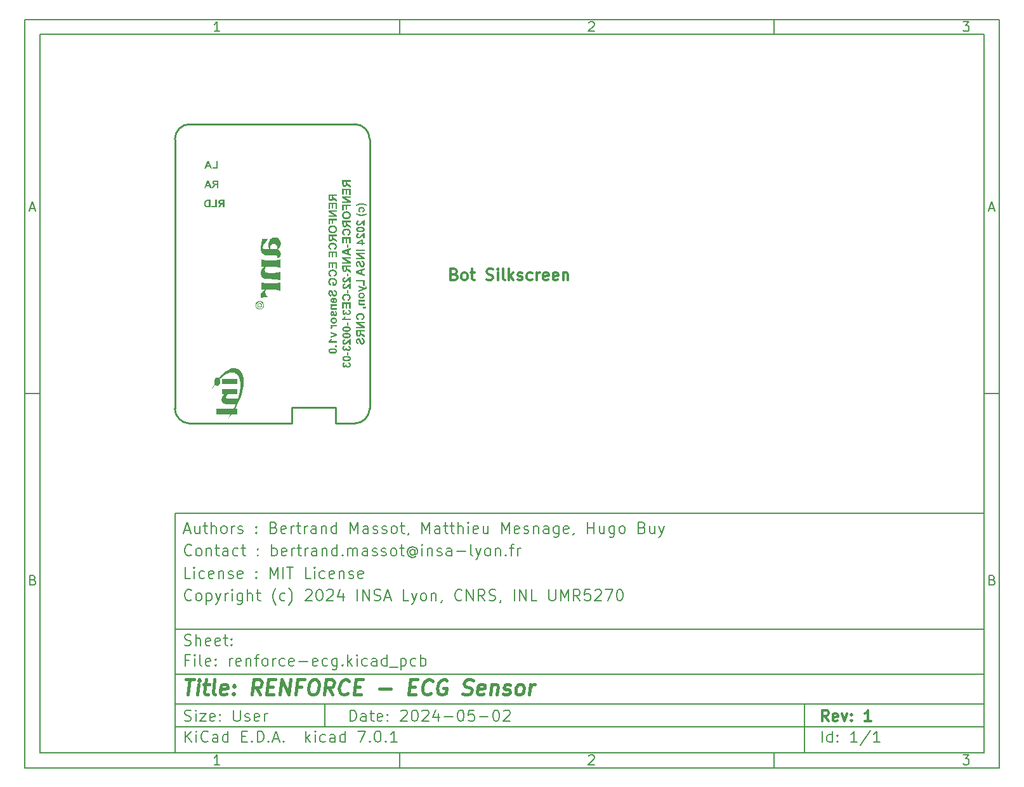
<source format=gbr>
%TF.GenerationSoftware,KiCad,Pcbnew,7.0.1*%
%TF.CreationDate,2024-08-21T14:43:31+02:00*%
%TF.ProjectId,renforce-ecg,72656e66-6f72-4636-952d-6563672e6b69,1*%
%TF.SameCoordinates,Original*%
%TF.FileFunction,Legend,Bot*%
%TF.FilePolarity,Positive*%
%FSLAX46Y46*%
G04 Gerber Fmt 4.6, Leading zero omitted, Abs format (unit mm)*
G04 Created by KiCad (PCBNEW 7.0.1) date 2024-08-21 14:43:31*
%MOMM*%
%LPD*%
G01*
G04 APERTURE LIST*
%ADD10C,0.100000*%
%ADD11C,0.150000*%
%ADD12C,0.300000*%
%ADD13C,0.400000*%
%ADD14C,0.200000*%
%ADD15C,0.170000*%
%TA.AperFunction,Profile*%
%ADD16C,0.254000*%
%TD*%
G04 APERTURE END LIST*
D10*
D11*
X30012400Y-75989600D02*
X138012400Y-75989600D01*
X138012400Y-107989600D01*
X30012400Y-107989600D01*
X30012400Y-75989600D01*
D10*
D11*
X10000000Y-10000000D02*
X140012400Y-10000000D01*
X140012400Y-109989600D01*
X10000000Y-109989600D01*
X10000000Y-10000000D01*
D10*
D11*
X12000000Y-12000000D02*
X138012400Y-12000000D01*
X138012400Y-107989600D01*
X12000000Y-107989600D01*
X12000000Y-12000000D01*
D10*
D11*
X60000000Y-12000000D02*
X60000000Y-10000000D01*
D10*
D11*
X110000000Y-12000000D02*
X110000000Y-10000000D01*
D10*
D11*
X35990476Y-11601404D02*
X35247619Y-11601404D01*
X35619047Y-11601404D02*
X35619047Y-10301404D01*
X35619047Y-10301404D02*
X35495238Y-10487119D01*
X35495238Y-10487119D02*
X35371428Y-10610928D01*
X35371428Y-10610928D02*
X35247619Y-10672833D01*
D10*
D11*
X85247619Y-10425214D02*
X85309523Y-10363309D01*
X85309523Y-10363309D02*
X85433333Y-10301404D01*
X85433333Y-10301404D02*
X85742857Y-10301404D01*
X85742857Y-10301404D02*
X85866666Y-10363309D01*
X85866666Y-10363309D02*
X85928571Y-10425214D01*
X85928571Y-10425214D02*
X85990476Y-10549023D01*
X85990476Y-10549023D02*
X85990476Y-10672833D01*
X85990476Y-10672833D02*
X85928571Y-10858547D01*
X85928571Y-10858547D02*
X85185714Y-11601404D01*
X85185714Y-11601404D02*
X85990476Y-11601404D01*
D10*
D11*
X135185714Y-10301404D02*
X135990476Y-10301404D01*
X135990476Y-10301404D02*
X135557142Y-10796642D01*
X135557142Y-10796642D02*
X135742857Y-10796642D01*
X135742857Y-10796642D02*
X135866666Y-10858547D01*
X135866666Y-10858547D02*
X135928571Y-10920452D01*
X135928571Y-10920452D02*
X135990476Y-11044261D01*
X135990476Y-11044261D02*
X135990476Y-11353785D01*
X135990476Y-11353785D02*
X135928571Y-11477595D01*
X135928571Y-11477595D02*
X135866666Y-11539500D01*
X135866666Y-11539500D02*
X135742857Y-11601404D01*
X135742857Y-11601404D02*
X135371428Y-11601404D01*
X135371428Y-11601404D02*
X135247619Y-11539500D01*
X135247619Y-11539500D02*
X135185714Y-11477595D01*
D10*
D11*
X60000000Y-107989600D02*
X60000000Y-109989600D01*
D10*
D11*
X110000000Y-107989600D02*
X110000000Y-109989600D01*
D10*
D11*
X35990476Y-109591004D02*
X35247619Y-109591004D01*
X35619047Y-109591004D02*
X35619047Y-108291004D01*
X35619047Y-108291004D02*
X35495238Y-108476719D01*
X35495238Y-108476719D02*
X35371428Y-108600528D01*
X35371428Y-108600528D02*
X35247619Y-108662433D01*
D10*
D11*
X85247619Y-108414814D02*
X85309523Y-108352909D01*
X85309523Y-108352909D02*
X85433333Y-108291004D01*
X85433333Y-108291004D02*
X85742857Y-108291004D01*
X85742857Y-108291004D02*
X85866666Y-108352909D01*
X85866666Y-108352909D02*
X85928571Y-108414814D01*
X85928571Y-108414814D02*
X85990476Y-108538623D01*
X85990476Y-108538623D02*
X85990476Y-108662433D01*
X85990476Y-108662433D02*
X85928571Y-108848147D01*
X85928571Y-108848147D02*
X85185714Y-109591004D01*
X85185714Y-109591004D02*
X85990476Y-109591004D01*
D10*
D11*
X135185714Y-108291004D02*
X135990476Y-108291004D01*
X135990476Y-108291004D02*
X135557142Y-108786242D01*
X135557142Y-108786242D02*
X135742857Y-108786242D01*
X135742857Y-108786242D02*
X135866666Y-108848147D01*
X135866666Y-108848147D02*
X135928571Y-108910052D01*
X135928571Y-108910052D02*
X135990476Y-109033861D01*
X135990476Y-109033861D02*
X135990476Y-109343385D01*
X135990476Y-109343385D02*
X135928571Y-109467195D01*
X135928571Y-109467195D02*
X135866666Y-109529100D01*
X135866666Y-109529100D02*
X135742857Y-109591004D01*
X135742857Y-109591004D02*
X135371428Y-109591004D01*
X135371428Y-109591004D02*
X135247619Y-109529100D01*
X135247619Y-109529100D02*
X135185714Y-109467195D01*
D10*
D11*
X10000000Y-60000000D02*
X12000000Y-60000000D01*
D10*
D11*
X10690476Y-35229976D02*
X11309523Y-35229976D01*
X10566666Y-35601404D02*
X10999999Y-34301404D01*
X10999999Y-34301404D02*
X11433333Y-35601404D01*
D10*
D11*
X11092857Y-84920452D02*
X11278571Y-84982357D01*
X11278571Y-84982357D02*
X11340476Y-85044261D01*
X11340476Y-85044261D02*
X11402380Y-85168071D01*
X11402380Y-85168071D02*
X11402380Y-85353785D01*
X11402380Y-85353785D02*
X11340476Y-85477595D01*
X11340476Y-85477595D02*
X11278571Y-85539500D01*
X11278571Y-85539500D02*
X11154761Y-85601404D01*
X11154761Y-85601404D02*
X10659523Y-85601404D01*
X10659523Y-85601404D02*
X10659523Y-84301404D01*
X10659523Y-84301404D02*
X11092857Y-84301404D01*
X11092857Y-84301404D02*
X11216666Y-84363309D01*
X11216666Y-84363309D02*
X11278571Y-84425214D01*
X11278571Y-84425214D02*
X11340476Y-84549023D01*
X11340476Y-84549023D02*
X11340476Y-84672833D01*
X11340476Y-84672833D02*
X11278571Y-84796642D01*
X11278571Y-84796642D02*
X11216666Y-84858547D01*
X11216666Y-84858547D02*
X11092857Y-84920452D01*
X11092857Y-84920452D02*
X10659523Y-84920452D01*
D10*
D11*
X140012400Y-60000000D02*
X138012400Y-60000000D01*
D10*
D11*
X138702876Y-35229976D02*
X139321923Y-35229976D01*
X138579066Y-35601404D02*
X139012399Y-34301404D01*
X139012399Y-34301404D02*
X139445733Y-35601404D01*
D10*
D11*
X139105257Y-84920452D02*
X139290971Y-84982357D01*
X139290971Y-84982357D02*
X139352876Y-85044261D01*
X139352876Y-85044261D02*
X139414780Y-85168071D01*
X139414780Y-85168071D02*
X139414780Y-85353785D01*
X139414780Y-85353785D02*
X139352876Y-85477595D01*
X139352876Y-85477595D02*
X139290971Y-85539500D01*
X139290971Y-85539500D02*
X139167161Y-85601404D01*
X139167161Y-85601404D02*
X138671923Y-85601404D01*
X138671923Y-85601404D02*
X138671923Y-84301404D01*
X138671923Y-84301404D02*
X139105257Y-84301404D01*
X139105257Y-84301404D02*
X139229066Y-84363309D01*
X139229066Y-84363309D02*
X139290971Y-84425214D01*
X139290971Y-84425214D02*
X139352876Y-84549023D01*
X139352876Y-84549023D02*
X139352876Y-84672833D01*
X139352876Y-84672833D02*
X139290971Y-84796642D01*
X139290971Y-84796642D02*
X139229066Y-84858547D01*
X139229066Y-84858547D02*
X139105257Y-84920452D01*
X139105257Y-84920452D02*
X138671923Y-84920452D01*
D10*
D11*
X53369542Y-103783528D02*
X53369542Y-102283528D01*
X53369542Y-102283528D02*
X53726685Y-102283528D01*
X53726685Y-102283528D02*
X53940971Y-102354957D01*
X53940971Y-102354957D02*
X54083828Y-102497814D01*
X54083828Y-102497814D02*
X54155257Y-102640671D01*
X54155257Y-102640671D02*
X54226685Y-102926385D01*
X54226685Y-102926385D02*
X54226685Y-103140671D01*
X54226685Y-103140671D02*
X54155257Y-103426385D01*
X54155257Y-103426385D02*
X54083828Y-103569242D01*
X54083828Y-103569242D02*
X53940971Y-103712100D01*
X53940971Y-103712100D02*
X53726685Y-103783528D01*
X53726685Y-103783528D02*
X53369542Y-103783528D01*
X55512400Y-103783528D02*
X55512400Y-102997814D01*
X55512400Y-102997814D02*
X55440971Y-102854957D01*
X55440971Y-102854957D02*
X55298114Y-102783528D01*
X55298114Y-102783528D02*
X55012400Y-102783528D01*
X55012400Y-102783528D02*
X54869542Y-102854957D01*
X55512400Y-103712100D02*
X55369542Y-103783528D01*
X55369542Y-103783528D02*
X55012400Y-103783528D01*
X55012400Y-103783528D02*
X54869542Y-103712100D01*
X54869542Y-103712100D02*
X54798114Y-103569242D01*
X54798114Y-103569242D02*
X54798114Y-103426385D01*
X54798114Y-103426385D02*
X54869542Y-103283528D01*
X54869542Y-103283528D02*
X55012400Y-103212100D01*
X55012400Y-103212100D02*
X55369542Y-103212100D01*
X55369542Y-103212100D02*
X55512400Y-103140671D01*
X56012400Y-102783528D02*
X56583828Y-102783528D01*
X56226685Y-102283528D02*
X56226685Y-103569242D01*
X56226685Y-103569242D02*
X56298114Y-103712100D01*
X56298114Y-103712100D02*
X56440971Y-103783528D01*
X56440971Y-103783528D02*
X56583828Y-103783528D01*
X57655257Y-103712100D02*
X57512400Y-103783528D01*
X57512400Y-103783528D02*
X57226686Y-103783528D01*
X57226686Y-103783528D02*
X57083828Y-103712100D01*
X57083828Y-103712100D02*
X57012400Y-103569242D01*
X57012400Y-103569242D02*
X57012400Y-102997814D01*
X57012400Y-102997814D02*
X57083828Y-102854957D01*
X57083828Y-102854957D02*
X57226686Y-102783528D01*
X57226686Y-102783528D02*
X57512400Y-102783528D01*
X57512400Y-102783528D02*
X57655257Y-102854957D01*
X57655257Y-102854957D02*
X57726686Y-102997814D01*
X57726686Y-102997814D02*
X57726686Y-103140671D01*
X57726686Y-103140671D02*
X57012400Y-103283528D01*
X58369542Y-103640671D02*
X58440971Y-103712100D01*
X58440971Y-103712100D02*
X58369542Y-103783528D01*
X58369542Y-103783528D02*
X58298114Y-103712100D01*
X58298114Y-103712100D02*
X58369542Y-103640671D01*
X58369542Y-103640671D02*
X58369542Y-103783528D01*
X58369542Y-102854957D02*
X58440971Y-102926385D01*
X58440971Y-102926385D02*
X58369542Y-102997814D01*
X58369542Y-102997814D02*
X58298114Y-102926385D01*
X58298114Y-102926385D02*
X58369542Y-102854957D01*
X58369542Y-102854957D02*
X58369542Y-102997814D01*
X60155257Y-102426385D02*
X60226685Y-102354957D01*
X60226685Y-102354957D02*
X60369543Y-102283528D01*
X60369543Y-102283528D02*
X60726685Y-102283528D01*
X60726685Y-102283528D02*
X60869543Y-102354957D01*
X60869543Y-102354957D02*
X60940971Y-102426385D01*
X60940971Y-102426385D02*
X61012400Y-102569242D01*
X61012400Y-102569242D02*
X61012400Y-102712100D01*
X61012400Y-102712100D02*
X60940971Y-102926385D01*
X60940971Y-102926385D02*
X60083828Y-103783528D01*
X60083828Y-103783528D02*
X61012400Y-103783528D01*
X61940971Y-102283528D02*
X62083828Y-102283528D01*
X62083828Y-102283528D02*
X62226685Y-102354957D01*
X62226685Y-102354957D02*
X62298114Y-102426385D01*
X62298114Y-102426385D02*
X62369542Y-102569242D01*
X62369542Y-102569242D02*
X62440971Y-102854957D01*
X62440971Y-102854957D02*
X62440971Y-103212100D01*
X62440971Y-103212100D02*
X62369542Y-103497814D01*
X62369542Y-103497814D02*
X62298114Y-103640671D01*
X62298114Y-103640671D02*
X62226685Y-103712100D01*
X62226685Y-103712100D02*
X62083828Y-103783528D01*
X62083828Y-103783528D02*
X61940971Y-103783528D01*
X61940971Y-103783528D02*
X61798114Y-103712100D01*
X61798114Y-103712100D02*
X61726685Y-103640671D01*
X61726685Y-103640671D02*
X61655256Y-103497814D01*
X61655256Y-103497814D02*
X61583828Y-103212100D01*
X61583828Y-103212100D02*
X61583828Y-102854957D01*
X61583828Y-102854957D02*
X61655256Y-102569242D01*
X61655256Y-102569242D02*
X61726685Y-102426385D01*
X61726685Y-102426385D02*
X61798114Y-102354957D01*
X61798114Y-102354957D02*
X61940971Y-102283528D01*
X63012399Y-102426385D02*
X63083827Y-102354957D01*
X63083827Y-102354957D02*
X63226685Y-102283528D01*
X63226685Y-102283528D02*
X63583827Y-102283528D01*
X63583827Y-102283528D02*
X63726685Y-102354957D01*
X63726685Y-102354957D02*
X63798113Y-102426385D01*
X63798113Y-102426385D02*
X63869542Y-102569242D01*
X63869542Y-102569242D02*
X63869542Y-102712100D01*
X63869542Y-102712100D02*
X63798113Y-102926385D01*
X63798113Y-102926385D02*
X62940970Y-103783528D01*
X62940970Y-103783528D02*
X63869542Y-103783528D01*
X65155256Y-102783528D02*
X65155256Y-103783528D01*
X64798113Y-102212100D02*
X64440970Y-103283528D01*
X64440970Y-103283528D02*
X65369541Y-103283528D01*
X65940969Y-103212100D02*
X67083827Y-103212100D01*
X68083827Y-102283528D02*
X68226684Y-102283528D01*
X68226684Y-102283528D02*
X68369541Y-102354957D01*
X68369541Y-102354957D02*
X68440970Y-102426385D01*
X68440970Y-102426385D02*
X68512398Y-102569242D01*
X68512398Y-102569242D02*
X68583827Y-102854957D01*
X68583827Y-102854957D02*
X68583827Y-103212100D01*
X68583827Y-103212100D02*
X68512398Y-103497814D01*
X68512398Y-103497814D02*
X68440970Y-103640671D01*
X68440970Y-103640671D02*
X68369541Y-103712100D01*
X68369541Y-103712100D02*
X68226684Y-103783528D01*
X68226684Y-103783528D02*
X68083827Y-103783528D01*
X68083827Y-103783528D02*
X67940970Y-103712100D01*
X67940970Y-103712100D02*
X67869541Y-103640671D01*
X67869541Y-103640671D02*
X67798112Y-103497814D01*
X67798112Y-103497814D02*
X67726684Y-103212100D01*
X67726684Y-103212100D02*
X67726684Y-102854957D01*
X67726684Y-102854957D02*
X67798112Y-102569242D01*
X67798112Y-102569242D02*
X67869541Y-102426385D01*
X67869541Y-102426385D02*
X67940970Y-102354957D01*
X67940970Y-102354957D02*
X68083827Y-102283528D01*
X69940969Y-102283528D02*
X69226683Y-102283528D01*
X69226683Y-102283528D02*
X69155255Y-102997814D01*
X69155255Y-102997814D02*
X69226683Y-102926385D01*
X69226683Y-102926385D02*
X69369541Y-102854957D01*
X69369541Y-102854957D02*
X69726683Y-102854957D01*
X69726683Y-102854957D02*
X69869541Y-102926385D01*
X69869541Y-102926385D02*
X69940969Y-102997814D01*
X69940969Y-102997814D02*
X70012398Y-103140671D01*
X70012398Y-103140671D02*
X70012398Y-103497814D01*
X70012398Y-103497814D02*
X69940969Y-103640671D01*
X69940969Y-103640671D02*
X69869541Y-103712100D01*
X69869541Y-103712100D02*
X69726683Y-103783528D01*
X69726683Y-103783528D02*
X69369541Y-103783528D01*
X69369541Y-103783528D02*
X69226683Y-103712100D01*
X69226683Y-103712100D02*
X69155255Y-103640671D01*
X70655254Y-103212100D02*
X71798112Y-103212100D01*
X72798112Y-102283528D02*
X72940969Y-102283528D01*
X72940969Y-102283528D02*
X73083826Y-102354957D01*
X73083826Y-102354957D02*
X73155255Y-102426385D01*
X73155255Y-102426385D02*
X73226683Y-102569242D01*
X73226683Y-102569242D02*
X73298112Y-102854957D01*
X73298112Y-102854957D02*
X73298112Y-103212100D01*
X73298112Y-103212100D02*
X73226683Y-103497814D01*
X73226683Y-103497814D02*
X73155255Y-103640671D01*
X73155255Y-103640671D02*
X73083826Y-103712100D01*
X73083826Y-103712100D02*
X72940969Y-103783528D01*
X72940969Y-103783528D02*
X72798112Y-103783528D01*
X72798112Y-103783528D02*
X72655255Y-103712100D01*
X72655255Y-103712100D02*
X72583826Y-103640671D01*
X72583826Y-103640671D02*
X72512397Y-103497814D01*
X72512397Y-103497814D02*
X72440969Y-103212100D01*
X72440969Y-103212100D02*
X72440969Y-102854957D01*
X72440969Y-102854957D02*
X72512397Y-102569242D01*
X72512397Y-102569242D02*
X72583826Y-102426385D01*
X72583826Y-102426385D02*
X72655255Y-102354957D01*
X72655255Y-102354957D02*
X72798112Y-102283528D01*
X73869540Y-102426385D02*
X73940968Y-102354957D01*
X73940968Y-102354957D02*
X74083826Y-102283528D01*
X74083826Y-102283528D02*
X74440968Y-102283528D01*
X74440968Y-102283528D02*
X74583826Y-102354957D01*
X74583826Y-102354957D02*
X74655254Y-102426385D01*
X74655254Y-102426385D02*
X74726683Y-102569242D01*
X74726683Y-102569242D02*
X74726683Y-102712100D01*
X74726683Y-102712100D02*
X74655254Y-102926385D01*
X74655254Y-102926385D02*
X73798111Y-103783528D01*
X73798111Y-103783528D02*
X74726683Y-103783528D01*
D10*
D11*
X30012400Y-104489600D02*
X138012400Y-104489600D01*
D10*
D11*
X31369542Y-106583528D02*
X31369542Y-105083528D01*
X32226685Y-106583528D02*
X31583828Y-105726385D01*
X32226685Y-105083528D02*
X31369542Y-105940671D01*
X32869542Y-106583528D02*
X32869542Y-105583528D01*
X32869542Y-105083528D02*
X32798114Y-105154957D01*
X32798114Y-105154957D02*
X32869542Y-105226385D01*
X32869542Y-105226385D02*
X32940971Y-105154957D01*
X32940971Y-105154957D02*
X32869542Y-105083528D01*
X32869542Y-105083528D02*
X32869542Y-105226385D01*
X34440971Y-106440671D02*
X34369543Y-106512100D01*
X34369543Y-106512100D02*
X34155257Y-106583528D01*
X34155257Y-106583528D02*
X34012400Y-106583528D01*
X34012400Y-106583528D02*
X33798114Y-106512100D01*
X33798114Y-106512100D02*
X33655257Y-106369242D01*
X33655257Y-106369242D02*
X33583828Y-106226385D01*
X33583828Y-106226385D02*
X33512400Y-105940671D01*
X33512400Y-105940671D02*
X33512400Y-105726385D01*
X33512400Y-105726385D02*
X33583828Y-105440671D01*
X33583828Y-105440671D02*
X33655257Y-105297814D01*
X33655257Y-105297814D02*
X33798114Y-105154957D01*
X33798114Y-105154957D02*
X34012400Y-105083528D01*
X34012400Y-105083528D02*
X34155257Y-105083528D01*
X34155257Y-105083528D02*
X34369543Y-105154957D01*
X34369543Y-105154957D02*
X34440971Y-105226385D01*
X35726686Y-106583528D02*
X35726686Y-105797814D01*
X35726686Y-105797814D02*
X35655257Y-105654957D01*
X35655257Y-105654957D02*
X35512400Y-105583528D01*
X35512400Y-105583528D02*
X35226686Y-105583528D01*
X35226686Y-105583528D02*
X35083828Y-105654957D01*
X35726686Y-106512100D02*
X35583828Y-106583528D01*
X35583828Y-106583528D02*
X35226686Y-106583528D01*
X35226686Y-106583528D02*
X35083828Y-106512100D01*
X35083828Y-106512100D02*
X35012400Y-106369242D01*
X35012400Y-106369242D02*
X35012400Y-106226385D01*
X35012400Y-106226385D02*
X35083828Y-106083528D01*
X35083828Y-106083528D02*
X35226686Y-106012100D01*
X35226686Y-106012100D02*
X35583828Y-106012100D01*
X35583828Y-106012100D02*
X35726686Y-105940671D01*
X37083829Y-106583528D02*
X37083829Y-105083528D01*
X37083829Y-106512100D02*
X36940971Y-106583528D01*
X36940971Y-106583528D02*
X36655257Y-106583528D01*
X36655257Y-106583528D02*
X36512400Y-106512100D01*
X36512400Y-106512100D02*
X36440971Y-106440671D01*
X36440971Y-106440671D02*
X36369543Y-106297814D01*
X36369543Y-106297814D02*
X36369543Y-105869242D01*
X36369543Y-105869242D02*
X36440971Y-105726385D01*
X36440971Y-105726385D02*
X36512400Y-105654957D01*
X36512400Y-105654957D02*
X36655257Y-105583528D01*
X36655257Y-105583528D02*
X36940971Y-105583528D01*
X36940971Y-105583528D02*
X37083829Y-105654957D01*
X38940971Y-105797814D02*
X39440971Y-105797814D01*
X39655257Y-106583528D02*
X38940971Y-106583528D01*
X38940971Y-106583528D02*
X38940971Y-105083528D01*
X38940971Y-105083528D02*
X39655257Y-105083528D01*
X40298114Y-106440671D02*
X40369543Y-106512100D01*
X40369543Y-106512100D02*
X40298114Y-106583528D01*
X40298114Y-106583528D02*
X40226686Y-106512100D01*
X40226686Y-106512100D02*
X40298114Y-106440671D01*
X40298114Y-106440671D02*
X40298114Y-106583528D01*
X41012400Y-106583528D02*
X41012400Y-105083528D01*
X41012400Y-105083528D02*
X41369543Y-105083528D01*
X41369543Y-105083528D02*
X41583829Y-105154957D01*
X41583829Y-105154957D02*
X41726686Y-105297814D01*
X41726686Y-105297814D02*
X41798115Y-105440671D01*
X41798115Y-105440671D02*
X41869543Y-105726385D01*
X41869543Y-105726385D02*
X41869543Y-105940671D01*
X41869543Y-105940671D02*
X41798115Y-106226385D01*
X41798115Y-106226385D02*
X41726686Y-106369242D01*
X41726686Y-106369242D02*
X41583829Y-106512100D01*
X41583829Y-106512100D02*
X41369543Y-106583528D01*
X41369543Y-106583528D02*
X41012400Y-106583528D01*
X42512400Y-106440671D02*
X42583829Y-106512100D01*
X42583829Y-106512100D02*
X42512400Y-106583528D01*
X42512400Y-106583528D02*
X42440972Y-106512100D01*
X42440972Y-106512100D02*
X42512400Y-106440671D01*
X42512400Y-106440671D02*
X42512400Y-106583528D01*
X43155258Y-106154957D02*
X43869544Y-106154957D01*
X43012401Y-106583528D02*
X43512401Y-105083528D01*
X43512401Y-105083528D02*
X44012401Y-106583528D01*
X44512400Y-106440671D02*
X44583829Y-106512100D01*
X44583829Y-106512100D02*
X44512400Y-106583528D01*
X44512400Y-106583528D02*
X44440972Y-106512100D01*
X44440972Y-106512100D02*
X44512400Y-106440671D01*
X44512400Y-106440671D02*
X44512400Y-106583528D01*
X47512400Y-106583528D02*
X47512400Y-105083528D01*
X47655258Y-106012100D02*
X48083829Y-106583528D01*
X48083829Y-105583528D02*
X47512400Y-106154957D01*
X48726686Y-106583528D02*
X48726686Y-105583528D01*
X48726686Y-105083528D02*
X48655258Y-105154957D01*
X48655258Y-105154957D02*
X48726686Y-105226385D01*
X48726686Y-105226385D02*
X48798115Y-105154957D01*
X48798115Y-105154957D02*
X48726686Y-105083528D01*
X48726686Y-105083528D02*
X48726686Y-105226385D01*
X50083830Y-106512100D02*
X49940972Y-106583528D01*
X49940972Y-106583528D02*
X49655258Y-106583528D01*
X49655258Y-106583528D02*
X49512401Y-106512100D01*
X49512401Y-106512100D02*
X49440972Y-106440671D01*
X49440972Y-106440671D02*
X49369544Y-106297814D01*
X49369544Y-106297814D02*
X49369544Y-105869242D01*
X49369544Y-105869242D02*
X49440972Y-105726385D01*
X49440972Y-105726385D02*
X49512401Y-105654957D01*
X49512401Y-105654957D02*
X49655258Y-105583528D01*
X49655258Y-105583528D02*
X49940972Y-105583528D01*
X49940972Y-105583528D02*
X50083830Y-105654957D01*
X51369544Y-106583528D02*
X51369544Y-105797814D01*
X51369544Y-105797814D02*
X51298115Y-105654957D01*
X51298115Y-105654957D02*
X51155258Y-105583528D01*
X51155258Y-105583528D02*
X50869544Y-105583528D01*
X50869544Y-105583528D02*
X50726686Y-105654957D01*
X51369544Y-106512100D02*
X51226686Y-106583528D01*
X51226686Y-106583528D02*
X50869544Y-106583528D01*
X50869544Y-106583528D02*
X50726686Y-106512100D01*
X50726686Y-106512100D02*
X50655258Y-106369242D01*
X50655258Y-106369242D02*
X50655258Y-106226385D01*
X50655258Y-106226385D02*
X50726686Y-106083528D01*
X50726686Y-106083528D02*
X50869544Y-106012100D01*
X50869544Y-106012100D02*
X51226686Y-106012100D01*
X51226686Y-106012100D02*
X51369544Y-105940671D01*
X52726687Y-106583528D02*
X52726687Y-105083528D01*
X52726687Y-106512100D02*
X52583829Y-106583528D01*
X52583829Y-106583528D02*
X52298115Y-106583528D01*
X52298115Y-106583528D02*
X52155258Y-106512100D01*
X52155258Y-106512100D02*
X52083829Y-106440671D01*
X52083829Y-106440671D02*
X52012401Y-106297814D01*
X52012401Y-106297814D02*
X52012401Y-105869242D01*
X52012401Y-105869242D02*
X52083829Y-105726385D01*
X52083829Y-105726385D02*
X52155258Y-105654957D01*
X52155258Y-105654957D02*
X52298115Y-105583528D01*
X52298115Y-105583528D02*
X52583829Y-105583528D01*
X52583829Y-105583528D02*
X52726687Y-105654957D01*
X54440972Y-105083528D02*
X55440972Y-105083528D01*
X55440972Y-105083528D02*
X54798115Y-106583528D01*
X56012400Y-106440671D02*
X56083829Y-106512100D01*
X56083829Y-106512100D02*
X56012400Y-106583528D01*
X56012400Y-106583528D02*
X55940972Y-106512100D01*
X55940972Y-106512100D02*
X56012400Y-106440671D01*
X56012400Y-106440671D02*
X56012400Y-106583528D01*
X57012401Y-105083528D02*
X57155258Y-105083528D01*
X57155258Y-105083528D02*
X57298115Y-105154957D01*
X57298115Y-105154957D02*
X57369544Y-105226385D01*
X57369544Y-105226385D02*
X57440972Y-105369242D01*
X57440972Y-105369242D02*
X57512401Y-105654957D01*
X57512401Y-105654957D02*
X57512401Y-106012100D01*
X57512401Y-106012100D02*
X57440972Y-106297814D01*
X57440972Y-106297814D02*
X57369544Y-106440671D01*
X57369544Y-106440671D02*
X57298115Y-106512100D01*
X57298115Y-106512100D02*
X57155258Y-106583528D01*
X57155258Y-106583528D02*
X57012401Y-106583528D01*
X57012401Y-106583528D02*
X56869544Y-106512100D01*
X56869544Y-106512100D02*
X56798115Y-106440671D01*
X56798115Y-106440671D02*
X56726686Y-106297814D01*
X56726686Y-106297814D02*
X56655258Y-106012100D01*
X56655258Y-106012100D02*
X56655258Y-105654957D01*
X56655258Y-105654957D02*
X56726686Y-105369242D01*
X56726686Y-105369242D02*
X56798115Y-105226385D01*
X56798115Y-105226385D02*
X56869544Y-105154957D01*
X56869544Y-105154957D02*
X57012401Y-105083528D01*
X58155257Y-106440671D02*
X58226686Y-106512100D01*
X58226686Y-106512100D02*
X58155257Y-106583528D01*
X58155257Y-106583528D02*
X58083829Y-106512100D01*
X58083829Y-106512100D02*
X58155257Y-106440671D01*
X58155257Y-106440671D02*
X58155257Y-106583528D01*
X59655258Y-106583528D02*
X58798115Y-106583528D01*
X59226686Y-106583528D02*
X59226686Y-105083528D01*
X59226686Y-105083528D02*
X59083829Y-105297814D01*
X59083829Y-105297814D02*
X58940972Y-105440671D01*
X58940972Y-105440671D02*
X58798115Y-105512100D01*
D10*
D11*
X30012400Y-101489600D02*
X138012400Y-101489600D01*
D10*
D12*
X117226685Y-103783528D02*
X116726685Y-103069242D01*
X116369542Y-103783528D02*
X116369542Y-102283528D01*
X116369542Y-102283528D02*
X116940971Y-102283528D01*
X116940971Y-102283528D02*
X117083828Y-102354957D01*
X117083828Y-102354957D02*
X117155257Y-102426385D01*
X117155257Y-102426385D02*
X117226685Y-102569242D01*
X117226685Y-102569242D02*
X117226685Y-102783528D01*
X117226685Y-102783528D02*
X117155257Y-102926385D01*
X117155257Y-102926385D02*
X117083828Y-102997814D01*
X117083828Y-102997814D02*
X116940971Y-103069242D01*
X116940971Y-103069242D02*
X116369542Y-103069242D01*
X118440971Y-103712100D02*
X118298114Y-103783528D01*
X118298114Y-103783528D02*
X118012400Y-103783528D01*
X118012400Y-103783528D02*
X117869542Y-103712100D01*
X117869542Y-103712100D02*
X117798114Y-103569242D01*
X117798114Y-103569242D02*
X117798114Y-102997814D01*
X117798114Y-102997814D02*
X117869542Y-102854957D01*
X117869542Y-102854957D02*
X118012400Y-102783528D01*
X118012400Y-102783528D02*
X118298114Y-102783528D01*
X118298114Y-102783528D02*
X118440971Y-102854957D01*
X118440971Y-102854957D02*
X118512400Y-102997814D01*
X118512400Y-102997814D02*
X118512400Y-103140671D01*
X118512400Y-103140671D02*
X117798114Y-103283528D01*
X119012399Y-102783528D02*
X119369542Y-103783528D01*
X119369542Y-103783528D02*
X119726685Y-102783528D01*
X120298113Y-103640671D02*
X120369542Y-103712100D01*
X120369542Y-103712100D02*
X120298113Y-103783528D01*
X120298113Y-103783528D02*
X120226685Y-103712100D01*
X120226685Y-103712100D02*
X120298113Y-103640671D01*
X120298113Y-103640671D02*
X120298113Y-103783528D01*
X120298113Y-102854957D02*
X120369542Y-102926385D01*
X120369542Y-102926385D02*
X120298113Y-102997814D01*
X120298113Y-102997814D02*
X120226685Y-102926385D01*
X120226685Y-102926385D02*
X120298113Y-102854957D01*
X120298113Y-102854957D02*
X120298113Y-102997814D01*
X122940971Y-103783528D02*
X122083828Y-103783528D01*
X122512399Y-103783528D02*
X122512399Y-102283528D01*
X122512399Y-102283528D02*
X122369542Y-102497814D01*
X122369542Y-102497814D02*
X122226685Y-102640671D01*
X122226685Y-102640671D02*
X122083828Y-102712100D01*
D10*
D11*
X31298114Y-103712100D02*
X31512400Y-103783528D01*
X31512400Y-103783528D02*
X31869542Y-103783528D01*
X31869542Y-103783528D02*
X32012400Y-103712100D01*
X32012400Y-103712100D02*
X32083828Y-103640671D01*
X32083828Y-103640671D02*
X32155257Y-103497814D01*
X32155257Y-103497814D02*
X32155257Y-103354957D01*
X32155257Y-103354957D02*
X32083828Y-103212100D01*
X32083828Y-103212100D02*
X32012400Y-103140671D01*
X32012400Y-103140671D02*
X31869542Y-103069242D01*
X31869542Y-103069242D02*
X31583828Y-102997814D01*
X31583828Y-102997814D02*
X31440971Y-102926385D01*
X31440971Y-102926385D02*
X31369542Y-102854957D01*
X31369542Y-102854957D02*
X31298114Y-102712100D01*
X31298114Y-102712100D02*
X31298114Y-102569242D01*
X31298114Y-102569242D02*
X31369542Y-102426385D01*
X31369542Y-102426385D02*
X31440971Y-102354957D01*
X31440971Y-102354957D02*
X31583828Y-102283528D01*
X31583828Y-102283528D02*
X31940971Y-102283528D01*
X31940971Y-102283528D02*
X32155257Y-102354957D01*
X32798113Y-103783528D02*
X32798113Y-102783528D01*
X32798113Y-102283528D02*
X32726685Y-102354957D01*
X32726685Y-102354957D02*
X32798113Y-102426385D01*
X32798113Y-102426385D02*
X32869542Y-102354957D01*
X32869542Y-102354957D02*
X32798113Y-102283528D01*
X32798113Y-102283528D02*
X32798113Y-102426385D01*
X33369542Y-102783528D02*
X34155257Y-102783528D01*
X34155257Y-102783528D02*
X33369542Y-103783528D01*
X33369542Y-103783528D02*
X34155257Y-103783528D01*
X35298114Y-103712100D02*
X35155257Y-103783528D01*
X35155257Y-103783528D02*
X34869543Y-103783528D01*
X34869543Y-103783528D02*
X34726685Y-103712100D01*
X34726685Y-103712100D02*
X34655257Y-103569242D01*
X34655257Y-103569242D02*
X34655257Y-102997814D01*
X34655257Y-102997814D02*
X34726685Y-102854957D01*
X34726685Y-102854957D02*
X34869543Y-102783528D01*
X34869543Y-102783528D02*
X35155257Y-102783528D01*
X35155257Y-102783528D02*
X35298114Y-102854957D01*
X35298114Y-102854957D02*
X35369543Y-102997814D01*
X35369543Y-102997814D02*
X35369543Y-103140671D01*
X35369543Y-103140671D02*
X34655257Y-103283528D01*
X36012399Y-103640671D02*
X36083828Y-103712100D01*
X36083828Y-103712100D02*
X36012399Y-103783528D01*
X36012399Y-103783528D02*
X35940971Y-103712100D01*
X35940971Y-103712100D02*
X36012399Y-103640671D01*
X36012399Y-103640671D02*
X36012399Y-103783528D01*
X36012399Y-102854957D02*
X36083828Y-102926385D01*
X36083828Y-102926385D02*
X36012399Y-102997814D01*
X36012399Y-102997814D02*
X35940971Y-102926385D01*
X35940971Y-102926385D02*
X36012399Y-102854957D01*
X36012399Y-102854957D02*
X36012399Y-102997814D01*
X37869542Y-102283528D02*
X37869542Y-103497814D01*
X37869542Y-103497814D02*
X37940971Y-103640671D01*
X37940971Y-103640671D02*
X38012400Y-103712100D01*
X38012400Y-103712100D02*
X38155257Y-103783528D01*
X38155257Y-103783528D02*
X38440971Y-103783528D01*
X38440971Y-103783528D02*
X38583828Y-103712100D01*
X38583828Y-103712100D02*
X38655257Y-103640671D01*
X38655257Y-103640671D02*
X38726685Y-103497814D01*
X38726685Y-103497814D02*
X38726685Y-102283528D01*
X39369543Y-103712100D02*
X39512400Y-103783528D01*
X39512400Y-103783528D02*
X39798114Y-103783528D01*
X39798114Y-103783528D02*
X39940971Y-103712100D01*
X39940971Y-103712100D02*
X40012400Y-103569242D01*
X40012400Y-103569242D02*
X40012400Y-103497814D01*
X40012400Y-103497814D02*
X39940971Y-103354957D01*
X39940971Y-103354957D02*
X39798114Y-103283528D01*
X39798114Y-103283528D02*
X39583829Y-103283528D01*
X39583829Y-103283528D02*
X39440971Y-103212100D01*
X39440971Y-103212100D02*
X39369543Y-103069242D01*
X39369543Y-103069242D02*
X39369543Y-102997814D01*
X39369543Y-102997814D02*
X39440971Y-102854957D01*
X39440971Y-102854957D02*
X39583829Y-102783528D01*
X39583829Y-102783528D02*
X39798114Y-102783528D01*
X39798114Y-102783528D02*
X39940971Y-102854957D01*
X41226686Y-103712100D02*
X41083829Y-103783528D01*
X41083829Y-103783528D02*
X40798115Y-103783528D01*
X40798115Y-103783528D02*
X40655257Y-103712100D01*
X40655257Y-103712100D02*
X40583829Y-103569242D01*
X40583829Y-103569242D02*
X40583829Y-102997814D01*
X40583829Y-102997814D02*
X40655257Y-102854957D01*
X40655257Y-102854957D02*
X40798115Y-102783528D01*
X40798115Y-102783528D02*
X41083829Y-102783528D01*
X41083829Y-102783528D02*
X41226686Y-102854957D01*
X41226686Y-102854957D02*
X41298115Y-102997814D01*
X41298115Y-102997814D02*
X41298115Y-103140671D01*
X41298115Y-103140671D02*
X40583829Y-103283528D01*
X41940971Y-103783528D02*
X41940971Y-102783528D01*
X41940971Y-103069242D02*
X42012400Y-102926385D01*
X42012400Y-102926385D02*
X42083829Y-102854957D01*
X42083829Y-102854957D02*
X42226686Y-102783528D01*
X42226686Y-102783528D02*
X42369543Y-102783528D01*
D10*
D11*
X116369542Y-106583528D02*
X116369542Y-105083528D01*
X117726686Y-106583528D02*
X117726686Y-105083528D01*
X117726686Y-106512100D02*
X117583828Y-106583528D01*
X117583828Y-106583528D02*
X117298114Y-106583528D01*
X117298114Y-106583528D02*
X117155257Y-106512100D01*
X117155257Y-106512100D02*
X117083828Y-106440671D01*
X117083828Y-106440671D02*
X117012400Y-106297814D01*
X117012400Y-106297814D02*
X117012400Y-105869242D01*
X117012400Y-105869242D02*
X117083828Y-105726385D01*
X117083828Y-105726385D02*
X117155257Y-105654957D01*
X117155257Y-105654957D02*
X117298114Y-105583528D01*
X117298114Y-105583528D02*
X117583828Y-105583528D01*
X117583828Y-105583528D02*
X117726686Y-105654957D01*
X118440971Y-106440671D02*
X118512400Y-106512100D01*
X118512400Y-106512100D02*
X118440971Y-106583528D01*
X118440971Y-106583528D02*
X118369543Y-106512100D01*
X118369543Y-106512100D02*
X118440971Y-106440671D01*
X118440971Y-106440671D02*
X118440971Y-106583528D01*
X118440971Y-105654957D02*
X118512400Y-105726385D01*
X118512400Y-105726385D02*
X118440971Y-105797814D01*
X118440971Y-105797814D02*
X118369543Y-105726385D01*
X118369543Y-105726385D02*
X118440971Y-105654957D01*
X118440971Y-105654957D02*
X118440971Y-105797814D01*
X121083829Y-106583528D02*
X120226686Y-106583528D01*
X120655257Y-106583528D02*
X120655257Y-105083528D01*
X120655257Y-105083528D02*
X120512400Y-105297814D01*
X120512400Y-105297814D02*
X120369543Y-105440671D01*
X120369543Y-105440671D02*
X120226686Y-105512100D01*
X122798114Y-105012100D02*
X121512400Y-106940671D01*
X124083829Y-106583528D02*
X123226686Y-106583528D01*
X123655257Y-106583528D02*
X123655257Y-105083528D01*
X123655257Y-105083528D02*
X123512400Y-105297814D01*
X123512400Y-105297814D02*
X123369543Y-105440671D01*
X123369543Y-105440671D02*
X123226686Y-105512100D01*
D10*
D11*
X30012400Y-97489600D02*
X138012400Y-97489600D01*
D10*
D13*
X31440971Y-98214838D02*
X32583828Y-98214838D01*
X31762400Y-100214838D02*
X32012400Y-98214838D01*
X32988590Y-100214838D02*
X33155257Y-98881504D01*
X33238590Y-98214838D02*
X33131447Y-98310076D01*
X33131447Y-98310076D02*
X33214781Y-98405314D01*
X33214781Y-98405314D02*
X33321924Y-98310076D01*
X33321924Y-98310076D02*
X33238590Y-98214838D01*
X33238590Y-98214838D02*
X33214781Y-98405314D01*
X33810019Y-98881504D02*
X34571923Y-98881504D01*
X34179066Y-98214838D02*
X33964781Y-99929123D01*
X33964781Y-99929123D02*
X34036209Y-100119600D01*
X34036209Y-100119600D02*
X34214781Y-100214838D01*
X34214781Y-100214838D02*
X34405257Y-100214838D01*
X35345733Y-100214838D02*
X35167161Y-100119600D01*
X35167161Y-100119600D02*
X35095733Y-99929123D01*
X35095733Y-99929123D02*
X35310018Y-98214838D01*
X36869542Y-100119600D02*
X36667161Y-100214838D01*
X36667161Y-100214838D02*
X36286208Y-100214838D01*
X36286208Y-100214838D02*
X36107637Y-100119600D01*
X36107637Y-100119600D02*
X36036208Y-99929123D01*
X36036208Y-99929123D02*
X36131447Y-99167219D01*
X36131447Y-99167219D02*
X36250494Y-98976742D01*
X36250494Y-98976742D02*
X36452875Y-98881504D01*
X36452875Y-98881504D02*
X36833827Y-98881504D01*
X36833827Y-98881504D02*
X37012399Y-98976742D01*
X37012399Y-98976742D02*
X37083827Y-99167219D01*
X37083827Y-99167219D02*
X37060018Y-99357695D01*
X37060018Y-99357695D02*
X36083827Y-99548171D01*
X37821923Y-100024361D02*
X37905256Y-100119600D01*
X37905256Y-100119600D02*
X37798113Y-100214838D01*
X37798113Y-100214838D02*
X37714780Y-100119600D01*
X37714780Y-100119600D02*
X37821923Y-100024361D01*
X37821923Y-100024361D02*
X37798113Y-100214838D01*
X37952875Y-98976742D02*
X38036208Y-99071980D01*
X38036208Y-99071980D02*
X37929066Y-99167219D01*
X37929066Y-99167219D02*
X37845732Y-99071980D01*
X37845732Y-99071980D02*
X37952875Y-98976742D01*
X37952875Y-98976742D02*
X37929066Y-99167219D01*
X41405256Y-100214838D02*
X40857637Y-99262457D01*
X40262399Y-100214838D02*
X40512399Y-98214838D01*
X40512399Y-98214838D02*
X41274304Y-98214838D01*
X41274304Y-98214838D02*
X41452875Y-98310076D01*
X41452875Y-98310076D02*
X41536209Y-98405314D01*
X41536209Y-98405314D02*
X41607637Y-98595790D01*
X41607637Y-98595790D02*
X41571923Y-98881504D01*
X41571923Y-98881504D02*
X41452875Y-99071980D01*
X41452875Y-99071980D02*
X41345733Y-99167219D01*
X41345733Y-99167219D02*
X41143352Y-99262457D01*
X41143352Y-99262457D02*
X40381447Y-99262457D01*
X42381447Y-99167219D02*
X43048113Y-99167219D01*
X43202875Y-100214838D02*
X42250494Y-100214838D01*
X42250494Y-100214838D02*
X42500494Y-98214838D01*
X42500494Y-98214838D02*
X43452875Y-98214838D01*
X44048113Y-100214838D02*
X44298113Y-98214838D01*
X44298113Y-98214838D02*
X45190970Y-100214838D01*
X45190970Y-100214838D02*
X45440970Y-98214838D01*
X46929065Y-99167219D02*
X46262399Y-99167219D01*
X46131446Y-100214838D02*
X46381446Y-98214838D01*
X46381446Y-98214838D02*
X47333827Y-98214838D01*
X48464780Y-98214838D02*
X48845732Y-98214838D01*
X48845732Y-98214838D02*
X49024303Y-98310076D01*
X49024303Y-98310076D02*
X49190970Y-98500552D01*
X49190970Y-98500552D02*
X49238589Y-98881504D01*
X49238589Y-98881504D02*
X49155256Y-99548171D01*
X49155256Y-99548171D02*
X49012399Y-99929123D01*
X49012399Y-99929123D02*
X48798113Y-100119600D01*
X48798113Y-100119600D02*
X48595732Y-100214838D01*
X48595732Y-100214838D02*
X48214780Y-100214838D01*
X48214780Y-100214838D02*
X48036208Y-100119600D01*
X48036208Y-100119600D02*
X47869542Y-99929123D01*
X47869542Y-99929123D02*
X47821922Y-99548171D01*
X47821922Y-99548171D02*
X47905256Y-98881504D01*
X47905256Y-98881504D02*
X48048113Y-98500552D01*
X48048113Y-98500552D02*
X48262399Y-98310076D01*
X48262399Y-98310076D02*
X48464780Y-98214838D01*
X51060017Y-100214838D02*
X50512398Y-99262457D01*
X49917160Y-100214838D02*
X50167160Y-98214838D01*
X50167160Y-98214838D02*
X50929065Y-98214838D01*
X50929065Y-98214838D02*
X51107636Y-98310076D01*
X51107636Y-98310076D02*
X51190970Y-98405314D01*
X51190970Y-98405314D02*
X51262398Y-98595790D01*
X51262398Y-98595790D02*
X51226684Y-98881504D01*
X51226684Y-98881504D02*
X51107636Y-99071980D01*
X51107636Y-99071980D02*
X51000494Y-99167219D01*
X51000494Y-99167219D02*
X50798113Y-99262457D01*
X50798113Y-99262457D02*
X50036208Y-99262457D01*
X53071922Y-100024361D02*
X52964779Y-100119600D01*
X52964779Y-100119600D02*
X52667160Y-100214838D01*
X52667160Y-100214838D02*
X52476684Y-100214838D01*
X52476684Y-100214838D02*
X52202874Y-100119600D01*
X52202874Y-100119600D02*
X52036208Y-99929123D01*
X52036208Y-99929123D02*
X51964779Y-99738647D01*
X51964779Y-99738647D02*
X51917160Y-99357695D01*
X51917160Y-99357695D02*
X51952874Y-99071980D01*
X51952874Y-99071980D02*
X52095731Y-98691028D01*
X52095731Y-98691028D02*
X52214779Y-98500552D01*
X52214779Y-98500552D02*
X52429065Y-98310076D01*
X52429065Y-98310076D02*
X52726684Y-98214838D01*
X52726684Y-98214838D02*
X52917160Y-98214838D01*
X52917160Y-98214838D02*
X53190970Y-98310076D01*
X53190970Y-98310076D02*
X53274303Y-98405314D01*
X54024303Y-99167219D02*
X54690969Y-99167219D01*
X54845731Y-100214838D02*
X53893350Y-100214838D01*
X53893350Y-100214838D02*
X54143350Y-98214838D01*
X54143350Y-98214838D02*
X55095731Y-98214838D01*
X57310017Y-99452933D02*
X58833827Y-99452933D01*
X61345732Y-99167219D02*
X62012398Y-99167219D01*
X62167160Y-100214838D02*
X61214779Y-100214838D01*
X61214779Y-100214838D02*
X61464779Y-98214838D01*
X61464779Y-98214838D02*
X62417160Y-98214838D01*
X64179065Y-100024361D02*
X64071922Y-100119600D01*
X64071922Y-100119600D02*
X63774303Y-100214838D01*
X63774303Y-100214838D02*
X63583827Y-100214838D01*
X63583827Y-100214838D02*
X63310017Y-100119600D01*
X63310017Y-100119600D02*
X63143351Y-99929123D01*
X63143351Y-99929123D02*
X63071922Y-99738647D01*
X63071922Y-99738647D02*
X63024303Y-99357695D01*
X63024303Y-99357695D02*
X63060017Y-99071980D01*
X63060017Y-99071980D02*
X63202874Y-98691028D01*
X63202874Y-98691028D02*
X63321922Y-98500552D01*
X63321922Y-98500552D02*
X63536208Y-98310076D01*
X63536208Y-98310076D02*
X63833827Y-98214838D01*
X63833827Y-98214838D02*
X64024303Y-98214838D01*
X64024303Y-98214838D02*
X64298113Y-98310076D01*
X64298113Y-98310076D02*
X64381446Y-98405314D01*
X66286208Y-98310076D02*
X66107636Y-98214838D01*
X66107636Y-98214838D02*
X65821922Y-98214838D01*
X65821922Y-98214838D02*
X65524303Y-98310076D01*
X65524303Y-98310076D02*
X65310017Y-98500552D01*
X65310017Y-98500552D02*
X65190969Y-98691028D01*
X65190969Y-98691028D02*
X65048112Y-99071980D01*
X65048112Y-99071980D02*
X65012398Y-99357695D01*
X65012398Y-99357695D02*
X65060017Y-99738647D01*
X65060017Y-99738647D02*
X65131446Y-99929123D01*
X65131446Y-99929123D02*
X65298112Y-100119600D01*
X65298112Y-100119600D02*
X65571922Y-100214838D01*
X65571922Y-100214838D02*
X65762398Y-100214838D01*
X65762398Y-100214838D02*
X66060017Y-100119600D01*
X66060017Y-100119600D02*
X66167160Y-100024361D01*
X66167160Y-100024361D02*
X66250493Y-99357695D01*
X66250493Y-99357695D02*
X65869541Y-99357695D01*
X68429065Y-100119600D02*
X68702874Y-100214838D01*
X68702874Y-100214838D02*
X69179065Y-100214838D01*
X69179065Y-100214838D02*
X69381446Y-100119600D01*
X69381446Y-100119600D02*
X69488589Y-100024361D01*
X69488589Y-100024361D02*
X69607636Y-99833885D01*
X69607636Y-99833885D02*
X69631446Y-99643409D01*
X69631446Y-99643409D02*
X69560017Y-99452933D01*
X69560017Y-99452933D02*
X69476684Y-99357695D01*
X69476684Y-99357695D02*
X69298113Y-99262457D01*
X69298113Y-99262457D02*
X68929065Y-99167219D01*
X68929065Y-99167219D02*
X68750493Y-99071980D01*
X68750493Y-99071980D02*
X68667160Y-98976742D01*
X68667160Y-98976742D02*
X68595732Y-98786266D01*
X68595732Y-98786266D02*
X68619541Y-98595790D01*
X68619541Y-98595790D02*
X68738589Y-98405314D01*
X68738589Y-98405314D02*
X68845732Y-98310076D01*
X68845732Y-98310076D02*
X69048113Y-98214838D01*
X69048113Y-98214838D02*
X69524303Y-98214838D01*
X69524303Y-98214838D02*
X69798113Y-98310076D01*
X71179065Y-100119600D02*
X70976684Y-100214838D01*
X70976684Y-100214838D02*
X70595731Y-100214838D01*
X70595731Y-100214838D02*
X70417160Y-100119600D01*
X70417160Y-100119600D02*
X70345731Y-99929123D01*
X70345731Y-99929123D02*
X70440970Y-99167219D01*
X70440970Y-99167219D02*
X70560017Y-98976742D01*
X70560017Y-98976742D02*
X70762398Y-98881504D01*
X70762398Y-98881504D02*
X71143350Y-98881504D01*
X71143350Y-98881504D02*
X71321922Y-98976742D01*
X71321922Y-98976742D02*
X71393350Y-99167219D01*
X71393350Y-99167219D02*
X71369541Y-99357695D01*
X71369541Y-99357695D02*
X70393350Y-99548171D01*
X72274303Y-98881504D02*
X72107636Y-100214838D01*
X72250493Y-99071980D02*
X72357636Y-98976742D01*
X72357636Y-98976742D02*
X72560017Y-98881504D01*
X72560017Y-98881504D02*
X72845731Y-98881504D01*
X72845731Y-98881504D02*
X73024303Y-98976742D01*
X73024303Y-98976742D02*
X73095731Y-99167219D01*
X73095731Y-99167219D02*
X72964779Y-100214838D01*
X73821922Y-100119600D02*
X74000493Y-100214838D01*
X74000493Y-100214838D02*
X74381446Y-100214838D01*
X74381446Y-100214838D02*
X74583827Y-100119600D01*
X74583827Y-100119600D02*
X74702874Y-99929123D01*
X74702874Y-99929123D02*
X74714779Y-99833885D01*
X74714779Y-99833885D02*
X74643350Y-99643409D01*
X74643350Y-99643409D02*
X74464779Y-99548171D01*
X74464779Y-99548171D02*
X74179065Y-99548171D01*
X74179065Y-99548171D02*
X74000493Y-99452933D01*
X74000493Y-99452933D02*
X73929065Y-99262457D01*
X73929065Y-99262457D02*
X73940970Y-99167219D01*
X73940970Y-99167219D02*
X74060017Y-98976742D01*
X74060017Y-98976742D02*
X74262398Y-98881504D01*
X74262398Y-98881504D02*
X74548112Y-98881504D01*
X74548112Y-98881504D02*
X74726684Y-98976742D01*
X75798113Y-100214838D02*
X75619541Y-100119600D01*
X75619541Y-100119600D02*
X75536208Y-100024361D01*
X75536208Y-100024361D02*
X75464779Y-99833885D01*
X75464779Y-99833885D02*
X75536208Y-99262457D01*
X75536208Y-99262457D02*
X75655255Y-99071980D01*
X75655255Y-99071980D02*
X75762398Y-98976742D01*
X75762398Y-98976742D02*
X75964779Y-98881504D01*
X75964779Y-98881504D02*
X76250493Y-98881504D01*
X76250493Y-98881504D02*
X76429065Y-98976742D01*
X76429065Y-98976742D02*
X76512398Y-99071980D01*
X76512398Y-99071980D02*
X76583827Y-99262457D01*
X76583827Y-99262457D02*
X76512398Y-99833885D01*
X76512398Y-99833885D02*
X76393351Y-100024361D01*
X76393351Y-100024361D02*
X76286208Y-100119600D01*
X76286208Y-100119600D02*
X76083827Y-100214838D01*
X76083827Y-100214838D02*
X75798113Y-100214838D01*
X77310017Y-100214838D02*
X77476684Y-98881504D01*
X77429065Y-99262457D02*
X77548112Y-99071980D01*
X77548112Y-99071980D02*
X77655255Y-98976742D01*
X77655255Y-98976742D02*
X77857636Y-98881504D01*
X77857636Y-98881504D02*
X78048112Y-98881504D01*
D10*
D11*
X31869542Y-95597814D02*
X31369542Y-95597814D01*
X31369542Y-96383528D02*
X31369542Y-94883528D01*
X31369542Y-94883528D02*
X32083828Y-94883528D01*
X32655256Y-96383528D02*
X32655256Y-95383528D01*
X32655256Y-94883528D02*
X32583828Y-94954957D01*
X32583828Y-94954957D02*
X32655256Y-95026385D01*
X32655256Y-95026385D02*
X32726685Y-94954957D01*
X32726685Y-94954957D02*
X32655256Y-94883528D01*
X32655256Y-94883528D02*
X32655256Y-95026385D01*
X33583828Y-96383528D02*
X33440971Y-96312100D01*
X33440971Y-96312100D02*
X33369542Y-96169242D01*
X33369542Y-96169242D02*
X33369542Y-94883528D01*
X34726685Y-96312100D02*
X34583828Y-96383528D01*
X34583828Y-96383528D02*
X34298114Y-96383528D01*
X34298114Y-96383528D02*
X34155256Y-96312100D01*
X34155256Y-96312100D02*
X34083828Y-96169242D01*
X34083828Y-96169242D02*
X34083828Y-95597814D01*
X34083828Y-95597814D02*
X34155256Y-95454957D01*
X34155256Y-95454957D02*
X34298114Y-95383528D01*
X34298114Y-95383528D02*
X34583828Y-95383528D01*
X34583828Y-95383528D02*
X34726685Y-95454957D01*
X34726685Y-95454957D02*
X34798114Y-95597814D01*
X34798114Y-95597814D02*
X34798114Y-95740671D01*
X34798114Y-95740671D02*
X34083828Y-95883528D01*
X35440970Y-96240671D02*
X35512399Y-96312100D01*
X35512399Y-96312100D02*
X35440970Y-96383528D01*
X35440970Y-96383528D02*
X35369542Y-96312100D01*
X35369542Y-96312100D02*
X35440970Y-96240671D01*
X35440970Y-96240671D02*
X35440970Y-96383528D01*
X35440970Y-95454957D02*
X35512399Y-95526385D01*
X35512399Y-95526385D02*
X35440970Y-95597814D01*
X35440970Y-95597814D02*
X35369542Y-95526385D01*
X35369542Y-95526385D02*
X35440970Y-95454957D01*
X35440970Y-95454957D02*
X35440970Y-95597814D01*
X37298113Y-96383528D02*
X37298113Y-95383528D01*
X37298113Y-95669242D02*
X37369542Y-95526385D01*
X37369542Y-95526385D02*
X37440971Y-95454957D01*
X37440971Y-95454957D02*
X37583828Y-95383528D01*
X37583828Y-95383528D02*
X37726685Y-95383528D01*
X38798113Y-96312100D02*
X38655256Y-96383528D01*
X38655256Y-96383528D02*
X38369542Y-96383528D01*
X38369542Y-96383528D02*
X38226684Y-96312100D01*
X38226684Y-96312100D02*
X38155256Y-96169242D01*
X38155256Y-96169242D02*
X38155256Y-95597814D01*
X38155256Y-95597814D02*
X38226684Y-95454957D01*
X38226684Y-95454957D02*
X38369542Y-95383528D01*
X38369542Y-95383528D02*
X38655256Y-95383528D01*
X38655256Y-95383528D02*
X38798113Y-95454957D01*
X38798113Y-95454957D02*
X38869542Y-95597814D01*
X38869542Y-95597814D02*
X38869542Y-95740671D01*
X38869542Y-95740671D02*
X38155256Y-95883528D01*
X39512398Y-95383528D02*
X39512398Y-96383528D01*
X39512398Y-95526385D02*
X39583827Y-95454957D01*
X39583827Y-95454957D02*
X39726684Y-95383528D01*
X39726684Y-95383528D02*
X39940970Y-95383528D01*
X39940970Y-95383528D02*
X40083827Y-95454957D01*
X40083827Y-95454957D02*
X40155256Y-95597814D01*
X40155256Y-95597814D02*
X40155256Y-96383528D01*
X40655256Y-95383528D02*
X41226684Y-95383528D01*
X40869541Y-96383528D02*
X40869541Y-95097814D01*
X40869541Y-95097814D02*
X40940970Y-94954957D01*
X40940970Y-94954957D02*
X41083827Y-94883528D01*
X41083827Y-94883528D02*
X41226684Y-94883528D01*
X41940970Y-96383528D02*
X41798113Y-96312100D01*
X41798113Y-96312100D02*
X41726684Y-96240671D01*
X41726684Y-96240671D02*
X41655256Y-96097814D01*
X41655256Y-96097814D02*
X41655256Y-95669242D01*
X41655256Y-95669242D02*
X41726684Y-95526385D01*
X41726684Y-95526385D02*
X41798113Y-95454957D01*
X41798113Y-95454957D02*
X41940970Y-95383528D01*
X41940970Y-95383528D02*
X42155256Y-95383528D01*
X42155256Y-95383528D02*
X42298113Y-95454957D01*
X42298113Y-95454957D02*
X42369542Y-95526385D01*
X42369542Y-95526385D02*
X42440970Y-95669242D01*
X42440970Y-95669242D02*
X42440970Y-96097814D01*
X42440970Y-96097814D02*
X42369542Y-96240671D01*
X42369542Y-96240671D02*
X42298113Y-96312100D01*
X42298113Y-96312100D02*
X42155256Y-96383528D01*
X42155256Y-96383528D02*
X41940970Y-96383528D01*
X43083827Y-96383528D02*
X43083827Y-95383528D01*
X43083827Y-95669242D02*
X43155256Y-95526385D01*
X43155256Y-95526385D02*
X43226685Y-95454957D01*
X43226685Y-95454957D02*
X43369542Y-95383528D01*
X43369542Y-95383528D02*
X43512399Y-95383528D01*
X44655256Y-96312100D02*
X44512398Y-96383528D01*
X44512398Y-96383528D02*
X44226684Y-96383528D01*
X44226684Y-96383528D02*
X44083827Y-96312100D01*
X44083827Y-96312100D02*
X44012398Y-96240671D01*
X44012398Y-96240671D02*
X43940970Y-96097814D01*
X43940970Y-96097814D02*
X43940970Y-95669242D01*
X43940970Y-95669242D02*
X44012398Y-95526385D01*
X44012398Y-95526385D02*
X44083827Y-95454957D01*
X44083827Y-95454957D02*
X44226684Y-95383528D01*
X44226684Y-95383528D02*
X44512398Y-95383528D01*
X44512398Y-95383528D02*
X44655256Y-95454957D01*
X45869541Y-96312100D02*
X45726684Y-96383528D01*
X45726684Y-96383528D02*
X45440970Y-96383528D01*
X45440970Y-96383528D02*
X45298112Y-96312100D01*
X45298112Y-96312100D02*
X45226684Y-96169242D01*
X45226684Y-96169242D02*
X45226684Y-95597814D01*
X45226684Y-95597814D02*
X45298112Y-95454957D01*
X45298112Y-95454957D02*
X45440970Y-95383528D01*
X45440970Y-95383528D02*
X45726684Y-95383528D01*
X45726684Y-95383528D02*
X45869541Y-95454957D01*
X45869541Y-95454957D02*
X45940970Y-95597814D01*
X45940970Y-95597814D02*
X45940970Y-95740671D01*
X45940970Y-95740671D02*
X45226684Y-95883528D01*
X46583826Y-95812100D02*
X47726684Y-95812100D01*
X49012398Y-96312100D02*
X48869541Y-96383528D01*
X48869541Y-96383528D02*
X48583827Y-96383528D01*
X48583827Y-96383528D02*
X48440969Y-96312100D01*
X48440969Y-96312100D02*
X48369541Y-96169242D01*
X48369541Y-96169242D02*
X48369541Y-95597814D01*
X48369541Y-95597814D02*
X48440969Y-95454957D01*
X48440969Y-95454957D02*
X48583827Y-95383528D01*
X48583827Y-95383528D02*
X48869541Y-95383528D01*
X48869541Y-95383528D02*
X49012398Y-95454957D01*
X49012398Y-95454957D02*
X49083827Y-95597814D01*
X49083827Y-95597814D02*
X49083827Y-95740671D01*
X49083827Y-95740671D02*
X48369541Y-95883528D01*
X50369541Y-96312100D02*
X50226683Y-96383528D01*
X50226683Y-96383528D02*
X49940969Y-96383528D01*
X49940969Y-96383528D02*
X49798112Y-96312100D01*
X49798112Y-96312100D02*
X49726683Y-96240671D01*
X49726683Y-96240671D02*
X49655255Y-96097814D01*
X49655255Y-96097814D02*
X49655255Y-95669242D01*
X49655255Y-95669242D02*
X49726683Y-95526385D01*
X49726683Y-95526385D02*
X49798112Y-95454957D01*
X49798112Y-95454957D02*
X49940969Y-95383528D01*
X49940969Y-95383528D02*
X50226683Y-95383528D01*
X50226683Y-95383528D02*
X50369541Y-95454957D01*
X51655255Y-95383528D02*
X51655255Y-96597814D01*
X51655255Y-96597814D02*
X51583826Y-96740671D01*
X51583826Y-96740671D02*
X51512397Y-96812100D01*
X51512397Y-96812100D02*
X51369540Y-96883528D01*
X51369540Y-96883528D02*
X51155255Y-96883528D01*
X51155255Y-96883528D02*
X51012397Y-96812100D01*
X51655255Y-96312100D02*
X51512397Y-96383528D01*
X51512397Y-96383528D02*
X51226683Y-96383528D01*
X51226683Y-96383528D02*
X51083826Y-96312100D01*
X51083826Y-96312100D02*
X51012397Y-96240671D01*
X51012397Y-96240671D02*
X50940969Y-96097814D01*
X50940969Y-96097814D02*
X50940969Y-95669242D01*
X50940969Y-95669242D02*
X51012397Y-95526385D01*
X51012397Y-95526385D02*
X51083826Y-95454957D01*
X51083826Y-95454957D02*
X51226683Y-95383528D01*
X51226683Y-95383528D02*
X51512397Y-95383528D01*
X51512397Y-95383528D02*
X51655255Y-95454957D01*
X52369540Y-96240671D02*
X52440969Y-96312100D01*
X52440969Y-96312100D02*
X52369540Y-96383528D01*
X52369540Y-96383528D02*
X52298112Y-96312100D01*
X52298112Y-96312100D02*
X52369540Y-96240671D01*
X52369540Y-96240671D02*
X52369540Y-96383528D01*
X53083826Y-96383528D02*
X53083826Y-94883528D01*
X53226684Y-95812100D02*
X53655255Y-96383528D01*
X53655255Y-95383528D02*
X53083826Y-95954957D01*
X54298112Y-96383528D02*
X54298112Y-95383528D01*
X54298112Y-94883528D02*
X54226684Y-94954957D01*
X54226684Y-94954957D02*
X54298112Y-95026385D01*
X54298112Y-95026385D02*
X54369541Y-94954957D01*
X54369541Y-94954957D02*
X54298112Y-94883528D01*
X54298112Y-94883528D02*
X54298112Y-95026385D01*
X55655256Y-96312100D02*
X55512398Y-96383528D01*
X55512398Y-96383528D02*
X55226684Y-96383528D01*
X55226684Y-96383528D02*
X55083827Y-96312100D01*
X55083827Y-96312100D02*
X55012398Y-96240671D01*
X55012398Y-96240671D02*
X54940970Y-96097814D01*
X54940970Y-96097814D02*
X54940970Y-95669242D01*
X54940970Y-95669242D02*
X55012398Y-95526385D01*
X55012398Y-95526385D02*
X55083827Y-95454957D01*
X55083827Y-95454957D02*
X55226684Y-95383528D01*
X55226684Y-95383528D02*
X55512398Y-95383528D01*
X55512398Y-95383528D02*
X55655256Y-95454957D01*
X56940970Y-96383528D02*
X56940970Y-95597814D01*
X56940970Y-95597814D02*
X56869541Y-95454957D01*
X56869541Y-95454957D02*
X56726684Y-95383528D01*
X56726684Y-95383528D02*
X56440970Y-95383528D01*
X56440970Y-95383528D02*
X56298112Y-95454957D01*
X56940970Y-96312100D02*
X56798112Y-96383528D01*
X56798112Y-96383528D02*
X56440970Y-96383528D01*
X56440970Y-96383528D02*
X56298112Y-96312100D01*
X56298112Y-96312100D02*
X56226684Y-96169242D01*
X56226684Y-96169242D02*
X56226684Y-96026385D01*
X56226684Y-96026385D02*
X56298112Y-95883528D01*
X56298112Y-95883528D02*
X56440970Y-95812100D01*
X56440970Y-95812100D02*
X56798112Y-95812100D01*
X56798112Y-95812100D02*
X56940970Y-95740671D01*
X58298113Y-96383528D02*
X58298113Y-94883528D01*
X58298113Y-96312100D02*
X58155255Y-96383528D01*
X58155255Y-96383528D02*
X57869541Y-96383528D01*
X57869541Y-96383528D02*
X57726684Y-96312100D01*
X57726684Y-96312100D02*
X57655255Y-96240671D01*
X57655255Y-96240671D02*
X57583827Y-96097814D01*
X57583827Y-96097814D02*
X57583827Y-95669242D01*
X57583827Y-95669242D02*
X57655255Y-95526385D01*
X57655255Y-95526385D02*
X57726684Y-95454957D01*
X57726684Y-95454957D02*
X57869541Y-95383528D01*
X57869541Y-95383528D02*
X58155255Y-95383528D01*
X58155255Y-95383528D02*
X58298113Y-95454957D01*
X58655256Y-96526385D02*
X59798113Y-96526385D01*
X60155255Y-95383528D02*
X60155255Y-96883528D01*
X60155255Y-95454957D02*
X60298113Y-95383528D01*
X60298113Y-95383528D02*
X60583827Y-95383528D01*
X60583827Y-95383528D02*
X60726684Y-95454957D01*
X60726684Y-95454957D02*
X60798113Y-95526385D01*
X60798113Y-95526385D02*
X60869541Y-95669242D01*
X60869541Y-95669242D02*
X60869541Y-96097814D01*
X60869541Y-96097814D02*
X60798113Y-96240671D01*
X60798113Y-96240671D02*
X60726684Y-96312100D01*
X60726684Y-96312100D02*
X60583827Y-96383528D01*
X60583827Y-96383528D02*
X60298113Y-96383528D01*
X60298113Y-96383528D02*
X60155255Y-96312100D01*
X62155256Y-96312100D02*
X62012398Y-96383528D01*
X62012398Y-96383528D02*
X61726684Y-96383528D01*
X61726684Y-96383528D02*
X61583827Y-96312100D01*
X61583827Y-96312100D02*
X61512398Y-96240671D01*
X61512398Y-96240671D02*
X61440970Y-96097814D01*
X61440970Y-96097814D02*
X61440970Y-95669242D01*
X61440970Y-95669242D02*
X61512398Y-95526385D01*
X61512398Y-95526385D02*
X61583827Y-95454957D01*
X61583827Y-95454957D02*
X61726684Y-95383528D01*
X61726684Y-95383528D02*
X62012398Y-95383528D01*
X62012398Y-95383528D02*
X62155256Y-95454957D01*
X62798112Y-96383528D02*
X62798112Y-94883528D01*
X62798112Y-95454957D02*
X62940970Y-95383528D01*
X62940970Y-95383528D02*
X63226684Y-95383528D01*
X63226684Y-95383528D02*
X63369541Y-95454957D01*
X63369541Y-95454957D02*
X63440970Y-95526385D01*
X63440970Y-95526385D02*
X63512398Y-95669242D01*
X63512398Y-95669242D02*
X63512398Y-96097814D01*
X63512398Y-96097814D02*
X63440970Y-96240671D01*
X63440970Y-96240671D02*
X63369541Y-96312100D01*
X63369541Y-96312100D02*
X63226684Y-96383528D01*
X63226684Y-96383528D02*
X62940970Y-96383528D01*
X62940970Y-96383528D02*
X62798112Y-96312100D01*
D10*
D11*
X30012400Y-91489600D02*
X138012400Y-91489600D01*
D10*
D11*
X31298114Y-93612100D02*
X31512400Y-93683528D01*
X31512400Y-93683528D02*
X31869542Y-93683528D01*
X31869542Y-93683528D02*
X32012400Y-93612100D01*
X32012400Y-93612100D02*
X32083828Y-93540671D01*
X32083828Y-93540671D02*
X32155257Y-93397814D01*
X32155257Y-93397814D02*
X32155257Y-93254957D01*
X32155257Y-93254957D02*
X32083828Y-93112100D01*
X32083828Y-93112100D02*
X32012400Y-93040671D01*
X32012400Y-93040671D02*
X31869542Y-92969242D01*
X31869542Y-92969242D02*
X31583828Y-92897814D01*
X31583828Y-92897814D02*
X31440971Y-92826385D01*
X31440971Y-92826385D02*
X31369542Y-92754957D01*
X31369542Y-92754957D02*
X31298114Y-92612100D01*
X31298114Y-92612100D02*
X31298114Y-92469242D01*
X31298114Y-92469242D02*
X31369542Y-92326385D01*
X31369542Y-92326385D02*
X31440971Y-92254957D01*
X31440971Y-92254957D02*
X31583828Y-92183528D01*
X31583828Y-92183528D02*
X31940971Y-92183528D01*
X31940971Y-92183528D02*
X32155257Y-92254957D01*
X32798113Y-93683528D02*
X32798113Y-92183528D01*
X33440971Y-93683528D02*
X33440971Y-92897814D01*
X33440971Y-92897814D02*
X33369542Y-92754957D01*
X33369542Y-92754957D02*
X33226685Y-92683528D01*
X33226685Y-92683528D02*
X33012399Y-92683528D01*
X33012399Y-92683528D02*
X32869542Y-92754957D01*
X32869542Y-92754957D02*
X32798113Y-92826385D01*
X34726685Y-93612100D02*
X34583828Y-93683528D01*
X34583828Y-93683528D02*
X34298114Y-93683528D01*
X34298114Y-93683528D02*
X34155256Y-93612100D01*
X34155256Y-93612100D02*
X34083828Y-93469242D01*
X34083828Y-93469242D02*
X34083828Y-92897814D01*
X34083828Y-92897814D02*
X34155256Y-92754957D01*
X34155256Y-92754957D02*
X34298114Y-92683528D01*
X34298114Y-92683528D02*
X34583828Y-92683528D01*
X34583828Y-92683528D02*
X34726685Y-92754957D01*
X34726685Y-92754957D02*
X34798114Y-92897814D01*
X34798114Y-92897814D02*
X34798114Y-93040671D01*
X34798114Y-93040671D02*
X34083828Y-93183528D01*
X36012399Y-93612100D02*
X35869542Y-93683528D01*
X35869542Y-93683528D02*
X35583828Y-93683528D01*
X35583828Y-93683528D02*
X35440970Y-93612100D01*
X35440970Y-93612100D02*
X35369542Y-93469242D01*
X35369542Y-93469242D02*
X35369542Y-92897814D01*
X35369542Y-92897814D02*
X35440970Y-92754957D01*
X35440970Y-92754957D02*
X35583828Y-92683528D01*
X35583828Y-92683528D02*
X35869542Y-92683528D01*
X35869542Y-92683528D02*
X36012399Y-92754957D01*
X36012399Y-92754957D02*
X36083828Y-92897814D01*
X36083828Y-92897814D02*
X36083828Y-93040671D01*
X36083828Y-93040671D02*
X35369542Y-93183528D01*
X36512399Y-92683528D02*
X37083827Y-92683528D01*
X36726684Y-92183528D02*
X36726684Y-93469242D01*
X36726684Y-93469242D02*
X36798113Y-93612100D01*
X36798113Y-93612100D02*
X36940970Y-93683528D01*
X36940970Y-93683528D02*
X37083827Y-93683528D01*
X37583827Y-93540671D02*
X37655256Y-93612100D01*
X37655256Y-93612100D02*
X37583827Y-93683528D01*
X37583827Y-93683528D02*
X37512399Y-93612100D01*
X37512399Y-93612100D02*
X37583827Y-93540671D01*
X37583827Y-93540671D02*
X37583827Y-93683528D01*
X37583827Y-92754957D02*
X37655256Y-92826385D01*
X37655256Y-92826385D02*
X37583827Y-92897814D01*
X37583827Y-92897814D02*
X37512399Y-92826385D01*
X37512399Y-92826385D02*
X37583827Y-92754957D01*
X37583827Y-92754957D02*
X37583827Y-92897814D01*
D10*
D12*
D10*
D11*
X32226685Y-87540671D02*
X32155257Y-87612100D01*
X32155257Y-87612100D02*
X31940971Y-87683528D01*
X31940971Y-87683528D02*
X31798114Y-87683528D01*
X31798114Y-87683528D02*
X31583828Y-87612100D01*
X31583828Y-87612100D02*
X31440971Y-87469242D01*
X31440971Y-87469242D02*
X31369542Y-87326385D01*
X31369542Y-87326385D02*
X31298114Y-87040671D01*
X31298114Y-87040671D02*
X31298114Y-86826385D01*
X31298114Y-86826385D02*
X31369542Y-86540671D01*
X31369542Y-86540671D02*
X31440971Y-86397814D01*
X31440971Y-86397814D02*
X31583828Y-86254957D01*
X31583828Y-86254957D02*
X31798114Y-86183528D01*
X31798114Y-86183528D02*
X31940971Y-86183528D01*
X31940971Y-86183528D02*
X32155257Y-86254957D01*
X32155257Y-86254957D02*
X32226685Y-86326385D01*
X33083828Y-87683528D02*
X32940971Y-87612100D01*
X32940971Y-87612100D02*
X32869542Y-87540671D01*
X32869542Y-87540671D02*
X32798114Y-87397814D01*
X32798114Y-87397814D02*
X32798114Y-86969242D01*
X32798114Y-86969242D02*
X32869542Y-86826385D01*
X32869542Y-86826385D02*
X32940971Y-86754957D01*
X32940971Y-86754957D02*
X33083828Y-86683528D01*
X33083828Y-86683528D02*
X33298114Y-86683528D01*
X33298114Y-86683528D02*
X33440971Y-86754957D01*
X33440971Y-86754957D02*
X33512400Y-86826385D01*
X33512400Y-86826385D02*
X33583828Y-86969242D01*
X33583828Y-86969242D02*
X33583828Y-87397814D01*
X33583828Y-87397814D02*
X33512400Y-87540671D01*
X33512400Y-87540671D02*
X33440971Y-87612100D01*
X33440971Y-87612100D02*
X33298114Y-87683528D01*
X33298114Y-87683528D02*
X33083828Y-87683528D01*
X34226685Y-86683528D02*
X34226685Y-88183528D01*
X34226685Y-86754957D02*
X34369543Y-86683528D01*
X34369543Y-86683528D02*
X34655257Y-86683528D01*
X34655257Y-86683528D02*
X34798114Y-86754957D01*
X34798114Y-86754957D02*
X34869543Y-86826385D01*
X34869543Y-86826385D02*
X34940971Y-86969242D01*
X34940971Y-86969242D02*
X34940971Y-87397814D01*
X34940971Y-87397814D02*
X34869543Y-87540671D01*
X34869543Y-87540671D02*
X34798114Y-87612100D01*
X34798114Y-87612100D02*
X34655257Y-87683528D01*
X34655257Y-87683528D02*
X34369543Y-87683528D01*
X34369543Y-87683528D02*
X34226685Y-87612100D01*
X35440971Y-86683528D02*
X35798114Y-87683528D01*
X36155257Y-86683528D02*
X35798114Y-87683528D01*
X35798114Y-87683528D02*
X35655257Y-88040671D01*
X35655257Y-88040671D02*
X35583828Y-88112100D01*
X35583828Y-88112100D02*
X35440971Y-88183528D01*
X36726685Y-87683528D02*
X36726685Y-86683528D01*
X36726685Y-86969242D02*
X36798114Y-86826385D01*
X36798114Y-86826385D02*
X36869543Y-86754957D01*
X36869543Y-86754957D02*
X37012400Y-86683528D01*
X37012400Y-86683528D02*
X37155257Y-86683528D01*
X37655256Y-87683528D02*
X37655256Y-86683528D01*
X37655256Y-86183528D02*
X37583828Y-86254957D01*
X37583828Y-86254957D02*
X37655256Y-86326385D01*
X37655256Y-86326385D02*
X37726685Y-86254957D01*
X37726685Y-86254957D02*
X37655256Y-86183528D01*
X37655256Y-86183528D02*
X37655256Y-86326385D01*
X39012400Y-86683528D02*
X39012400Y-87897814D01*
X39012400Y-87897814D02*
X38940971Y-88040671D01*
X38940971Y-88040671D02*
X38869542Y-88112100D01*
X38869542Y-88112100D02*
X38726685Y-88183528D01*
X38726685Y-88183528D02*
X38512400Y-88183528D01*
X38512400Y-88183528D02*
X38369542Y-88112100D01*
X39012400Y-87612100D02*
X38869542Y-87683528D01*
X38869542Y-87683528D02*
X38583828Y-87683528D01*
X38583828Y-87683528D02*
X38440971Y-87612100D01*
X38440971Y-87612100D02*
X38369542Y-87540671D01*
X38369542Y-87540671D02*
X38298114Y-87397814D01*
X38298114Y-87397814D02*
X38298114Y-86969242D01*
X38298114Y-86969242D02*
X38369542Y-86826385D01*
X38369542Y-86826385D02*
X38440971Y-86754957D01*
X38440971Y-86754957D02*
X38583828Y-86683528D01*
X38583828Y-86683528D02*
X38869542Y-86683528D01*
X38869542Y-86683528D02*
X39012400Y-86754957D01*
X39726685Y-87683528D02*
X39726685Y-86183528D01*
X40369543Y-87683528D02*
X40369543Y-86897814D01*
X40369543Y-86897814D02*
X40298114Y-86754957D01*
X40298114Y-86754957D02*
X40155257Y-86683528D01*
X40155257Y-86683528D02*
X39940971Y-86683528D01*
X39940971Y-86683528D02*
X39798114Y-86754957D01*
X39798114Y-86754957D02*
X39726685Y-86826385D01*
X40869543Y-86683528D02*
X41440971Y-86683528D01*
X41083828Y-86183528D02*
X41083828Y-87469242D01*
X41083828Y-87469242D02*
X41155257Y-87612100D01*
X41155257Y-87612100D02*
X41298114Y-87683528D01*
X41298114Y-87683528D02*
X41440971Y-87683528D01*
X43512400Y-88254957D02*
X43440971Y-88183528D01*
X43440971Y-88183528D02*
X43298114Y-87969242D01*
X43298114Y-87969242D02*
X43226686Y-87826385D01*
X43226686Y-87826385D02*
X43155257Y-87612100D01*
X43155257Y-87612100D02*
X43083828Y-87254957D01*
X43083828Y-87254957D02*
X43083828Y-86969242D01*
X43083828Y-86969242D02*
X43155257Y-86612100D01*
X43155257Y-86612100D02*
X43226686Y-86397814D01*
X43226686Y-86397814D02*
X43298114Y-86254957D01*
X43298114Y-86254957D02*
X43440971Y-86040671D01*
X43440971Y-86040671D02*
X43512400Y-85969242D01*
X44726686Y-87612100D02*
X44583828Y-87683528D01*
X44583828Y-87683528D02*
X44298114Y-87683528D01*
X44298114Y-87683528D02*
X44155257Y-87612100D01*
X44155257Y-87612100D02*
X44083828Y-87540671D01*
X44083828Y-87540671D02*
X44012400Y-87397814D01*
X44012400Y-87397814D02*
X44012400Y-86969242D01*
X44012400Y-86969242D02*
X44083828Y-86826385D01*
X44083828Y-86826385D02*
X44155257Y-86754957D01*
X44155257Y-86754957D02*
X44298114Y-86683528D01*
X44298114Y-86683528D02*
X44583828Y-86683528D01*
X44583828Y-86683528D02*
X44726686Y-86754957D01*
X45226685Y-88254957D02*
X45298114Y-88183528D01*
X45298114Y-88183528D02*
X45440971Y-87969242D01*
X45440971Y-87969242D02*
X45512400Y-87826385D01*
X45512400Y-87826385D02*
X45583828Y-87612100D01*
X45583828Y-87612100D02*
X45655257Y-87254957D01*
X45655257Y-87254957D02*
X45655257Y-86969242D01*
X45655257Y-86969242D02*
X45583828Y-86612100D01*
X45583828Y-86612100D02*
X45512400Y-86397814D01*
X45512400Y-86397814D02*
X45440971Y-86254957D01*
X45440971Y-86254957D02*
X45298114Y-86040671D01*
X45298114Y-86040671D02*
X45226685Y-85969242D01*
X47440971Y-86326385D02*
X47512399Y-86254957D01*
X47512399Y-86254957D02*
X47655257Y-86183528D01*
X47655257Y-86183528D02*
X48012399Y-86183528D01*
X48012399Y-86183528D02*
X48155257Y-86254957D01*
X48155257Y-86254957D02*
X48226685Y-86326385D01*
X48226685Y-86326385D02*
X48298114Y-86469242D01*
X48298114Y-86469242D02*
X48298114Y-86612100D01*
X48298114Y-86612100D02*
X48226685Y-86826385D01*
X48226685Y-86826385D02*
X47369542Y-87683528D01*
X47369542Y-87683528D02*
X48298114Y-87683528D01*
X49226685Y-86183528D02*
X49369542Y-86183528D01*
X49369542Y-86183528D02*
X49512399Y-86254957D01*
X49512399Y-86254957D02*
X49583828Y-86326385D01*
X49583828Y-86326385D02*
X49655256Y-86469242D01*
X49655256Y-86469242D02*
X49726685Y-86754957D01*
X49726685Y-86754957D02*
X49726685Y-87112100D01*
X49726685Y-87112100D02*
X49655256Y-87397814D01*
X49655256Y-87397814D02*
X49583828Y-87540671D01*
X49583828Y-87540671D02*
X49512399Y-87612100D01*
X49512399Y-87612100D02*
X49369542Y-87683528D01*
X49369542Y-87683528D02*
X49226685Y-87683528D01*
X49226685Y-87683528D02*
X49083828Y-87612100D01*
X49083828Y-87612100D02*
X49012399Y-87540671D01*
X49012399Y-87540671D02*
X48940970Y-87397814D01*
X48940970Y-87397814D02*
X48869542Y-87112100D01*
X48869542Y-87112100D02*
X48869542Y-86754957D01*
X48869542Y-86754957D02*
X48940970Y-86469242D01*
X48940970Y-86469242D02*
X49012399Y-86326385D01*
X49012399Y-86326385D02*
X49083828Y-86254957D01*
X49083828Y-86254957D02*
X49226685Y-86183528D01*
X50298113Y-86326385D02*
X50369541Y-86254957D01*
X50369541Y-86254957D02*
X50512399Y-86183528D01*
X50512399Y-86183528D02*
X50869541Y-86183528D01*
X50869541Y-86183528D02*
X51012399Y-86254957D01*
X51012399Y-86254957D02*
X51083827Y-86326385D01*
X51083827Y-86326385D02*
X51155256Y-86469242D01*
X51155256Y-86469242D02*
X51155256Y-86612100D01*
X51155256Y-86612100D02*
X51083827Y-86826385D01*
X51083827Y-86826385D02*
X50226684Y-87683528D01*
X50226684Y-87683528D02*
X51155256Y-87683528D01*
X52440970Y-86683528D02*
X52440970Y-87683528D01*
X52083827Y-86112100D02*
X51726684Y-87183528D01*
X51726684Y-87183528D02*
X52655255Y-87183528D01*
X54369540Y-87683528D02*
X54369540Y-86183528D01*
X55083826Y-87683528D02*
X55083826Y-86183528D01*
X55083826Y-86183528D02*
X55940969Y-87683528D01*
X55940969Y-87683528D02*
X55940969Y-86183528D01*
X56583827Y-87612100D02*
X56798113Y-87683528D01*
X56798113Y-87683528D02*
X57155255Y-87683528D01*
X57155255Y-87683528D02*
X57298113Y-87612100D01*
X57298113Y-87612100D02*
X57369541Y-87540671D01*
X57369541Y-87540671D02*
X57440970Y-87397814D01*
X57440970Y-87397814D02*
X57440970Y-87254957D01*
X57440970Y-87254957D02*
X57369541Y-87112100D01*
X57369541Y-87112100D02*
X57298113Y-87040671D01*
X57298113Y-87040671D02*
X57155255Y-86969242D01*
X57155255Y-86969242D02*
X56869541Y-86897814D01*
X56869541Y-86897814D02*
X56726684Y-86826385D01*
X56726684Y-86826385D02*
X56655255Y-86754957D01*
X56655255Y-86754957D02*
X56583827Y-86612100D01*
X56583827Y-86612100D02*
X56583827Y-86469242D01*
X56583827Y-86469242D02*
X56655255Y-86326385D01*
X56655255Y-86326385D02*
X56726684Y-86254957D01*
X56726684Y-86254957D02*
X56869541Y-86183528D01*
X56869541Y-86183528D02*
X57226684Y-86183528D01*
X57226684Y-86183528D02*
X57440970Y-86254957D01*
X58012398Y-87254957D02*
X58726684Y-87254957D01*
X57869541Y-87683528D02*
X58369541Y-86183528D01*
X58369541Y-86183528D02*
X58869541Y-87683528D01*
X61226683Y-87683528D02*
X60512397Y-87683528D01*
X60512397Y-87683528D02*
X60512397Y-86183528D01*
X61583826Y-86683528D02*
X61940969Y-87683528D01*
X62298112Y-86683528D02*
X61940969Y-87683528D01*
X61940969Y-87683528D02*
X61798112Y-88040671D01*
X61798112Y-88040671D02*
X61726683Y-88112100D01*
X61726683Y-88112100D02*
X61583826Y-88183528D01*
X63083826Y-87683528D02*
X62940969Y-87612100D01*
X62940969Y-87612100D02*
X62869540Y-87540671D01*
X62869540Y-87540671D02*
X62798112Y-87397814D01*
X62798112Y-87397814D02*
X62798112Y-86969242D01*
X62798112Y-86969242D02*
X62869540Y-86826385D01*
X62869540Y-86826385D02*
X62940969Y-86754957D01*
X62940969Y-86754957D02*
X63083826Y-86683528D01*
X63083826Y-86683528D02*
X63298112Y-86683528D01*
X63298112Y-86683528D02*
X63440969Y-86754957D01*
X63440969Y-86754957D02*
X63512398Y-86826385D01*
X63512398Y-86826385D02*
X63583826Y-86969242D01*
X63583826Y-86969242D02*
X63583826Y-87397814D01*
X63583826Y-87397814D02*
X63512398Y-87540671D01*
X63512398Y-87540671D02*
X63440969Y-87612100D01*
X63440969Y-87612100D02*
X63298112Y-87683528D01*
X63298112Y-87683528D02*
X63083826Y-87683528D01*
X64226683Y-86683528D02*
X64226683Y-87683528D01*
X64226683Y-86826385D02*
X64298112Y-86754957D01*
X64298112Y-86754957D02*
X64440969Y-86683528D01*
X64440969Y-86683528D02*
X64655255Y-86683528D01*
X64655255Y-86683528D02*
X64798112Y-86754957D01*
X64798112Y-86754957D02*
X64869541Y-86897814D01*
X64869541Y-86897814D02*
X64869541Y-87683528D01*
X65655255Y-87612100D02*
X65655255Y-87683528D01*
X65655255Y-87683528D02*
X65583826Y-87826385D01*
X65583826Y-87826385D02*
X65512398Y-87897814D01*
X68298112Y-87540671D02*
X68226684Y-87612100D01*
X68226684Y-87612100D02*
X68012398Y-87683528D01*
X68012398Y-87683528D02*
X67869541Y-87683528D01*
X67869541Y-87683528D02*
X67655255Y-87612100D01*
X67655255Y-87612100D02*
X67512398Y-87469242D01*
X67512398Y-87469242D02*
X67440969Y-87326385D01*
X67440969Y-87326385D02*
X67369541Y-87040671D01*
X67369541Y-87040671D02*
X67369541Y-86826385D01*
X67369541Y-86826385D02*
X67440969Y-86540671D01*
X67440969Y-86540671D02*
X67512398Y-86397814D01*
X67512398Y-86397814D02*
X67655255Y-86254957D01*
X67655255Y-86254957D02*
X67869541Y-86183528D01*
X67869541Y-86183528D02*
X68012398Y-86183528D01*
X68012398Y-86183528D02*
X68226684Y-86254957D01*
X68226684Y-86254957D02*
X68298112Y-86326385D01*
X68940969Y-87683528D02*
X68940969Y-86183528D01*
X68940969Y-86183528D02*
X69798112Y-87683528D01*
X69798112Y-87683528D02*
X69798112Y-86183528D01*
X71369541Y-87683528D02*
X70869541Y-86969242D01*
X70512398Y-87683528D02*
X70512398Y-86183528D01*
X70512398Y-86183528D02*
X71083827Y-86183528D01*
X71083827Y-86183528D02*
X71226684Y-86254957D01*
X71226684Y-86254957D02*
X71298113Y-86326385D01*
X71298113Y-86326385D02*
X71369541Y-86469242D01*
X71369541Y-86469242D02*
X71369541Y-86683528D01*
X71369541Y-86683528D02*
X71298113Y-86826385D01*
X71298113Y-86826385D02*
X71226684Y-86897814D01*
X71226684Y-86897814D02*
X71083827Y-86969242D01*
X71083827Y-86969242D02*
X70512398Y-86969242D01*
X71940970Y-87612100D02*
X72155256Y-87683528D01*
X72155256Y-87683528D02*
X72512398Y-87683528D01*
X72512398Y-87683528D02*
X72655256Y-87612100D01*
X72655256Y-87612100D02*
X72726684Y-87540671D01*
X72726684Y-87540671D02*
X72798113Y-87397814D01*
X72798113Y-87397814D02*
X72798113Y-87254957D01*
X72798113Y-87254957D02*
X72726684Y-87112100D01*
X72726684Y-87112100D02*
X72655256Y-87040671D01*
X72655256Y-87040671D02*
X72512398Y-86969242D01*
X72512398Y-86969242D02*
X72226684Y-86897814D01*
X72226684Y-86897814D02*
X72083827Y-86826385D01*
X72083827Y-86826385D02*
X72012398Y-86754957D01*
X72012398Y-86754957D02*
X71940970Y-86612100D01*
X71940970Y-86612100D02*
X71940970Y-86469242D01*
X71940970Y-86469242D02*
X72012398Y-86326385D01*
X72012398Y-86326385D02*
X72083827Y-86254957D01*
X72083827Y-86254957D02*
X72226684Y-86183528D01*
X72226684Y-86183528D02*
X72583827Y-86183528D01*
X72583827Y-86183528D02*
X72798113Y-86254957D01*
X73512398Y-87612100D02*
X73512398Y-87683528D01*
X73512398Y-87683528D02*
X73440969Y-87826385D01*
X73440969Y-87826385D02*
X73369541Y-87897814D01*
X75298112Y-87683528D02*
X75298112Y-86183528D01*
X76012398Y-87683528D02*
X76012398Y-86183528D01*
X76012398Y-86183528D02*
X76869541Y-87683528D01*
X76869541Y-87683528D02*
X76869541Y-86183528D01*
X78298113Y-87683528D02*
X77583827Y-87683528D01*
X77583827Y-87683528D02*
X77583827Y-86183528D01*
X79940970Y-86183528D02*
X79940970Y-87397814D01*
X79940970Y-87397814D02*
X80012399Y-87540671D01*
X80012399Y-87540671D02*
X80083828Y-87612100D01*
X80083828Y-87612100D02*
X80226685Y-87683528D01*
X80226685Y-87683528D02*
X80512399Y-87683528D01*
X80512399Y-87683528D02*
X80655256Y-87612100D01*
X80655256Y-87612100D02*
X80726685Y-87540671D01*
X80726685Y-87540671D02*
X80798113Y-87397814D01*
X80798113Y-87397814D02*
X80798113Y-86183528D01*
X81512399Y-87683528D02*
X81512399Y-86183528D01*
X81512399Y-86183528D02*
X82012399Y-87254957D01*
X82012399Y-87254957D02*
X82512399Y-86183528D01*
X82512399Y-86183528D02*
X82512399Y-87683528D01*
X84083828Y-87683528D02*
X83583828Y-86969242D01*
X83226685Y-87683528D02*
X83226685Y-86183528D01*
X83226685Y-86183528D02*
X83798114Y-86183528D01*
X83798114Y-86183528D02*
X83940971Y-86254957D01*
X83940971Y-86254957D02*
X84012400Y-86326385D01*
X84012400Y-86326385D02*
X84083828Y-86469242D01*
X84083828Y-86469242D02*
X84083828Y-86683528D01*
X84083828Y-86683528D02*
X84012400Y-86826385D01*
X84012400Y-86826385D02*
X83940971Y-86897814D01*
X83940971Y-86897814D02*
X83798114Y-86969242D01*
X83798114Y-86969242D02*
X83226685Y-86969242D01*
X85440971Y-86183528D02*
X84726685Y-86183528D01*
X84726685Y-86183528D02*
X84655257Y-86897814D01*
X84655257Y-86897814D02*
X84726685Y-86826385D01*
X84726685Y-86826385D02*
X84869543Y-86754957D01*
X84869543Y-86754957D02*
X85226685Y-86754957D01*
X85226685Y-86754957D02*
X85369543Y-86826385D01*
X85369543Y-86826385D02*
X85440971Y-86897814D01*
X85440971Y-86897814D02*
X85512400Y-87040671D01*
X85512400Y-87040671D02*
X85512400Y-87397814D01*
X85512400Y-87397814D02*
X85440971Y-87540671D01*
X85440971Y-87540671D02*
X85369543Y-87612100D01*
X85369543Y-87612100D02*
X85226685Y-87683528D01*
X85226685Y-87683528D02*
X84869543Y-87683528D01*
X84869543Y-87683528D02*
X84726685Y-87612100D01*
X84726685Y-87612100D02*
X84655257Y-87540671D01*
X86083828Y-86326385D02*
X86155256Y-86254957D01*
X86155256Y-86254957D02*
X86298114Y-86183528D01*
X86298114Y-86183528D02*
X86655256Y-86183528D01*
X86655256Y-86183528D02*
X86798114Y-86254957D01*
X86798114Y-86254957D02*
X86869542Y-86326385D01*
X86869542Y-86326385D02*
X86940971Y-86469242D01*
X86940971Y-86469242D02*
X86940971Y-86612100D01*
X86940971Y-86612100D02*
X86869542Y-86826385D01*
X86869542Y-86826385D02*
X86012399Y-87683528D01*
X86012399Y-87683528D02*
X86940971Y-87683528D01*
X87440970Y-86183528D02*
X88440970Y-86183528D01*
X88440970Y-86183528D02*
X87798113Y-87683528D01*
X89298113Y-86183528D02*
X89440970Y-86183528D01*
X89440970Y-86183528D02*
X89583827Y-86254957D01*
X89583827Y-86254957D02*
X89655256Y-86326385D01*
X89655256Y-86326385D02*
X89726684Y-86469242D01*
X89726684Y-86469242D02*
X89798113Y-86754957D01*
X89798113Y-86754957D02*
X89798113Y-87112100D01*
X89798113Y-87112100D02*
X89726684Y-87397814D01*
X89726684Y-87397814D02*
X89655256Y-87540671D01*
X89655256Y-87540671D02*
X89583827Y-87612100D01*
X89583827Y-87612100D02*
X89440970Y-87683528D01*
X89440970Y-87683528D02*
X89298113Y-87683528D01*
X89298113Y-87683528D02*
X89155256Y-87612100D01*
X89155256Y-87612100D02*
X89083827Y-87540671D01*
X89083827Y-87540671D02*
X89012398Y-87397814D01*
X89012398Y-87397814D02*
X88940970Y-87112100D01*
X88940970Y-87112100D02*
X88940970Y-86754957D01*
X88940970Y-86754957D02*
X89012398Y-86469242D01*
X89012398Y-86469242D02*
X89083827Y-86326385D01*
X89083827Y-86326385D02*
X89155256Y-86254957D01*
X89155256Y-86254957D02*
X89298113Y-86183528D01*
D10*
D11*
X32083828Y-84683528D02*
X31369542Y-84683528D01*
X31369542Y-84683528D02*
X31369542Y-83183528D01*
X32583828Y-84683528D02*
X32583828Y-83683528D01*
X32583828Y-83183528D02*
X32512400Y-83254957D01*
X32512400Y-83254957D02*
X32583828Y-83326385D01*
X32583828Y-83326385D02*
X32655257Y-83254957D01*
X32655257Y-83254957D02*
X32583828Y-83183528D01*
X32583828Y-83183528D02*
X32583828Y-83326385D01*
X33940972Y-84612100D02*
X33798114Y-84683528D01*
X33798114Y-84683528D02*
X33512400Y-84683528D01*
X33512400Y-84683528D02*
X33369543Y-84612100D01*
X33369543Y-84612100D02*
X33298114Y-84540671D01*
X33298114Y-84540671D02*
X33226686Y-84397814D01*
X33226686Y-84397814D02*
X33226686Y-83969242D01*
X33226686Y-83969242D02*
X33298114Y-83826385D01*
X33298114Y-83826385D02*
X33369543Y-83754957D01*
X33369543Y-83754957D02*
X33512400Y-83683528D01*
X33512400Y-83683528D02*
X33798114Y-83683528D01*
X33798114Y-83683528D02*
X33940972Y-83754957D01*
X35155257Y-84612100D02*
X35012400Y-84683528D01*
X35012400Y-84683528D02*
X34726686Y-84683528D01*
X34726686Y-84683528D02*
X34583828Y-84612100D01*
X34583828Y-84612100D02*
X34512400Y-84469242D01*
X34512400Y-84469242D02*
X34512400Y-83897814D01*
X34512400Y-83897814D02*
X34583828Y-83754957D01*
X34583828Y-83754957D02*
X34726686Y-83683528D01*
X34726686Y-83683528D02*
X35012400Y-83683528D01*
X35012400Y-83683528D02*
X35155257Y-83754957D01*
X35155257Y-83754957D02*
X35226686Y-83897814D01*
X35226686Y-83897814D02*
X35226686Y-84040671D01*
X35226686Y-84040671D02*
X34512400Y-84183528D01*
X35869542Y-83683528D02*
X35869542Y-84683528D01*
X35869542Y-83826385D02*
X35940971Y-83754957D01*
X35940971Y-83754957D02*
X36083828Y-83683528D01*
X36083828Y-83683528D02*
X36298114Y-83683528D01*
X36298114Y-83683528D02*
X36440971Y-83754957D01*
X36440971Y-83754957D02*
X36512400Y-83897814D01*
X36512400Y-83897814D02*
X36512400Y-84683528D01*
X37155257Y-84612100D02*
X37298114Y-84683528D01*
X37298114Y-84683528D02*
X37583828Y-84683528D01*
X37583828Y-84683528D02*
X37726685Y-84612100D01*
X37726685Y-84612100D02*
X37798114Y-84469242D01*
X37798114Y-84469242D02*
X37798114Y-84397814D01*
X37798114Y-84397814D02*
X37726685Y-84254957D01*
X37726685Y-84254957D02*
X37583828Y-84183528D01*
X37583828Y-84183528D02*
X37369543Y-84183528D01*
X37369543Y-84183528D02*
X37226685Y-84112100D01*
X37226685Y-84112100D02*
X37155257Y-83969242D01*
X37155257Y-83969242D02*
X37155257Y-83897814D01*
X37155257Y-83897814D02*
X37226685Y-83754957D01*
X37226685Y-83754957D02*
X37369543Y-83683528D01*
X37369543Y-83683528D02*
X37583828Y-83683528D01*
X37583828Y-83683528D02*
X37726685Y-83754957D01*
X39012400Y-84612100D02*
X38869543Y-84683528D01*
X38869543Y-84683528D02*
X38583829Y-84683528D01*
X38583829Y-84683528D02*
X38440971Y-84612100D01*
X38440971Y-84612100D02*
X38369543Y-84469242D01*
X38369543Y-84469242D02*
X38369543Y-83897814D01*
X38369543Y-83897814D02*
X38440971Y-83754957D01*
X38440971Y-83754957D02*
X38583829Y-83683528D01*
X38583829Y-83683528D02*
X38869543Y-83683528D01*
X38869543Y-83683528D02*
X39012400Y-83754957D01*
X39012400Y-83754957D02*
X39083829Y-83897814D01*
X39083829Y-83897814D02*
X39083829Y-84040671D01*
X39083829Y-84040671D02*
X38369543Y-84183528D01*
X40869542Y-84540671D02*
X40940971Y-84612100D01*
X40940971Y-84612100D02*
X40869542Y-84683528D01*
X40869542Y-84683528D02*
X40798114Y-84612100D01*
X40798114Y-84612100D02*
X40869542Y-84540671D01*
X40869542Y-84540671D02*
X40869542Y-84683528D01*
X40869542Y-83754957D02*
X40940971Y-83826385D01*
X40940971Y-83826385D02*
X40869542Y-83897814D01*
X40869542Y-83897814D02*
X40798114Y-83826385D01*
X40798114Y-83826385D02*
X40869542Y-83754957D01*
X40869542Y-83754957D02*
X40869542Y-83897814D01*
X42726685Y-84683528D02*
X42726685Y-83183528D01*
X42726685Y-83183528D02*
X43226685Y-84254957D01*
X43226685Y-84254957D02*
X43726685Y-83183528D01*
X43726685Y-83183528D02*
X43726685Y-84683528D01*
X44440971Y-84683528D02*
X44440971Y-83183528D01*
X44940972Y-83183528D02*
X45798115Y-83183528D01*
X45369543Y-84683528D02*
X45369543Y-83183528D01*
X48155257Y-84683528D02*
X47440971Y-84683528D01*
X47440971Y-84683528D02*
X47440971Y-83183528D01*
X48655257Y-84683528D02*
X48655257Y-83683528D01*
X48655257Y-83183528D02*
X48583829Y-83254957D01*
X48583829Y-83254957D02*
X48655257Y-83326385D01*
X48655257Y-83326385D02*
X48726686Y-83254957D01*
X48726686Y-83254957D02*
X48655257Y-83183528D01*
X48655257Y-83183528D02*
X48655257Y-83326385D01*
X50012401Y-84612100D02*
X49869543Y-84683528D01*
X49869543Y-84683528D02*
X49583829Y-84683528D01*
X49583829Y-84683528D02*
X49440972Y-84612100D01*
X49440972Y-84612100D02*
X49369543Y-84540671D01*
X49369543Y-84540671D02*
X49298115Y-84397814D01*
X49298115Y-84397814D02*
X49298115Y-83969242D01*
X49298115Y-83969242D02*
X49369543Y-83826385D01*
X49369543Y-83826385D02*
X49440972Y-83754957D01*
X49440972Y-83754957D02*
X49583829Y-83683528D01*
X49583829Y-83683528D02*
X49869543Y-83683528D01*
X49869543Y-83683528D02*
X50012401Y-83754957D01*
X51226686Y-84612100D02*
X51083829Y-84683528D01*
X51083829Y-84683528D02*
X50798115Y-84683528D01*
X50798115Y-84683528D02*
X50655257Y-84612100D01*
X50655257Y-84612100D02*
X50583829Y-84469242D01*
X50583829Y-84469242D02*
X50583829Y-83897814D01*
X50583829Y-83897814D02*
X50655257Y-83754957D01*
X50655257Y-83754957D02*
X50798115Y-83683528D01*
X50798115Y-83683528D02*
X51083829Y-83683528D01*
X51083829Y-83683528D02*
X51226686Y-83754957D01*
X51226686Y-83754957D02*
X51298115Y-83897814D01*
X51298115Y-83897814D02*
X51298115Y-84040671D01*
X51298115Y-84040671D02*
X50583829Y-84183528D01*
X51940971Y-83683528D02*
X51940971Y-84683528D01*
X51940971Y-83826385D02*
X52012400Y-83754957D01*
X52012400Y-83754957D02*
X52155257Y-83683528D01*
X52155257Y-83683528D02*
X52369543Y-83683528D01*
X52369543Y-83683528D02*
X52512400Y-83754957D01*
X52512400Y-83754957D02*
X52583829Y-83897814D01*
X52583829Y-83897814D02*
X52583829Y-84683528D01*
X53226686Y-84612100D02*
X53369543Y-84683528D01*
X53369543Y-84683528D02*
X53655257Y-84683528D01*
X53655257Y-84683528D02*
X53798114Y-84612100D01*
X53798114Y-84612100D02*
X53869543Y-84469242D01*
X53869543Y-84469242D02*
X53869543Y-84397814D01*
X53869543Y-84397814D02*
X53798114Y-84254957D01*
X53798114Y-84254957D02*
X53655257Y-84183528D01*
X53655257Y-84183528D02*
X53440972Y-84183528D01*
X53440972Y-84183528D02*
X53298114Y-84112100D01*
X53298114Y-84112100D02*
X53226686Y-83969242D01*
X53226686Y-83969242D02*
X53226686Y-83897814D01*
X53226686Y-83897814D02*
X53298114Y-83754957D01*
X53298114Y-83754957D02*
X53440972Y-83683528D01*
X53440972Y-83683528D02*
X53655257Y-83683528D01*
X53655257Y-83683528D02*
X53798114Y-83754957D01*
X55083829Y-84612100D02*
X54940972Y-84683528D01*
X54940972Y-84683528D02*
X54655258Y-84683528D01*
X54655258Y-84683528D02*
X54512400Y-84612100D01*
X54512400Y-84612100D02*
X54440972Y-84469242D01*
X54440972Y-84469242D02*
X54440972Y-83897814D01*
X54440972Y-83897814D02*
X54512400Y-83754957D01*
X54512400Y-83754957D02*
X54655258Y-83683528D01*
X54655258Y-83683528D02*
X54940972Y-83683528D01*
X54940972Y-83683528D02*
X55083829Y-83754957D01*
X55083829Y-83754957D02*
X55155258Y-83897814D01*
X55155258Y-83897814D02*
X55155258Y-84040671D01*
X55155258Y-84040671D02*
X54440972Y-84183528D01*
D10*
D11*
X32226685Y-81540671D02*
X32155257Y-81612100D01*
X32155257Y-81612100D02*
X31940971Y-81683528D01*
X31940971Y-81683528D02*
X31798114Y-81683528D01*
X31798114Y-81683528D02*
X31583828Y-81612100D01*
X31583828Y-81612100D02*
X31440971Y-81469242D01*
X31440971Y-81469242D02*
X31369542Y-81326385D01*
X31369542Y-81326385D02*
X31298114Y-81040671D01*
X31298114Y-81040671D02*
X31298114Y-80826385D01*
X31298114Y-80826385D02*
X31369542Y-80540671D01*
X31369542Y-80540671D02*
X31440971Y-80397814D01*
X31440971Y-80397814D02*
X31583828Y-80254957D01*
X31583828Y-80254957D02*
X31798114Y-80183528D01*
X31798114Y-80183528D02*
X31940971Y-80183528D01*
X31940971Y-80183528D02*
X32155257Y-80254957D01*
X32155257Y-80254957D02*
X32226685Y-80326385D01*
X33083828Y-81683528D02*
X32940971Y-81612100D01*
X32940971Y-81612100D02*
X32869542Y-81540671D01*
X32869542Y-81540671D02*
X32798114Y-81397814D01*
X32798114Y-81397814D02*
X32798114Y-80969242D01*
X32798114Y-80969242D02*
X32869542Y-80826385D01*
X32869542Y-80826385D02*
X32940971Y-80754957D01*
X32940971Y-80754957D02*
X33083828Y-80683528D01*
X33083828Y-80683528D02*
X33298114Y-80683528D01*
X33298114Y-80683528D02*
X33440971Y-80754957D01*
X33440971Y-80754957D02*
X33512400Y-80826385D01*
X33512400Y-80826385D02*
X33583828Y-80969242D01*
X33583828Y-80969242D02*
X33583828Y-81397814D01*
X33583828Y-81397814D02*
X33512400Y-81540671D01*
X33512400Y-81540671D02*
X33440971Y-81612100D01*
X33440971Y-81612100D02*
X33298114Y-81683528D01*
X33298114Y-81683528D02*
X33083828Y-81683528D01*
X34226685Y-80683528D02*
X34226685Y-81683528D01*
X34226685Y-80826385D02*
X34298114Y-80754957D01*
X34298114Y-80754957D02*
X34440971Y-80683528D01*
X34440971Y-80683528D02*
X34655257Y-80683528D01*
X34655257Y-80683528D02*
X34798114Y-80754957D01*
X34798114Y-80754957D02*
X34869543Y-80897814D01*
X34869543Y-80897814D02*
X34869543Y-81683528D01*
X35369543Y-80683528D02*
X35940971Y-80683528D01*
X35583828Y-80183528D02*
X35583828Y-81469242D01*
X35583828Y-81469242D02*
X35655257Y-81612100D01*
X35655257Y-81612100D02*
X35798114Y-81683528D01*
X35798114Y-81683528D02*
X35940971Y-81683528D01*
X37083829Y-81683528D02*
X37083829Y-80897814D01*
X37083829Y-80897814D02*
X37012400Y-80754957D01*
X37012400Y-80754957D02*
X36869543Y-80683528D01*
X36869543Y-80683528D02*
X36583829Y-80683528D01*
X36583829Y-80683528D02*
X36440971Y-80754957D01*
X37083829Y-81612100D02*
X36940971Y-81683528D01*
X36940971Y-81683528D02*
X36583829Y-81683528D01*
X36583829Y-81683528D02*
X36440971Y-81612100D01*
X36440971Y-81612100D02*
X36369543Y-81469242D01*
X36369543Y-81469242D02*
X36369543Y-81326385D01*
X36369543Y-81326385D02*
X36440971Y-81183528D01*
X36440971Y-81183528D02*
X36583829Y-81112100D01*
X36583829Y-81112100D02*
X36940971Y-81112100D01*
X36940971Y-81112100D02*
X37083829Y-81040671D01*
X38440972Y-81612100D02*
X38298114Y-81683528D01*
X38298114Y-81683528D02*
X38012400Y-81683528D01*
X38012400Y-81683528D02*
X37869543Y-81612100D01*
X37869543Y-81612100D02*
X37798114Y-81540671D01*
X37798114Y-81540671D02*
X37726686Y-81397814D01*
X37726686Y-81397814D02*
X37726686Y-80969242D01*
X37726686Y-80969242D02*
X37798114Y-80826385D01*
X37798114Y-80826385D02*
X37869543Y-80754957D01*
X37869543Y-80754957D02*
X38012400Y-80683528D01*
X38012400Y-80683528D02*
X38298114Y-80683528D01*
X38298114Y-80683528D02*
X38440972Y-80754957D01*
X38869543Y-80683528D02*
X39440971Y-80683528D01*
X39083828Y-80183528D02*
X39083828Y-81469242D01*
X39083828Y-81469242D02*
X39155257Y-81612100D01*
X39155257Y-81612100D02*
X39298114Y-81683528D01*
X39298114Y-81683528D02*
X39440971Y-81683528D01*
X41083828Y-81540671D02*
X41155257Y-81612100D01*
X41155257Y-81612100D02*
X41083828Y-81683528D01*
X41083828Y-81683528D02*
X41012400Y-81612100D01*
X41012400Y-81612100D02*
X41083828Y-81540671D01*
X41083828Y-81540671D02*
X41083828Y-81683528D01*
X41083828Y-80754957D02*
X41155257Y-80826385D01*
X41155257Y-80826385D02*
X41083828Y-80897814D01*
X41083828Y-80897814D02*
X41012400Y-80826385D01*
X41012400Y-80826385D02*
X41083828Y-80754957D01*
X41083828Y-80754957D02*
X41083828Y-80897814D01*
X42940971Y-81683528D02*
X42940971Y-80183528D01*
X42940971Y-80754957D02*
X43083829Y-80683528D01*
X43083829Y-80683528D02*
X43369543Y-80683528D01*
X43369543Y-80683528D02*
X43512400Y-80754957D01*
X43512400Y-80754957D02*
X43583829Y-80826385D01*
X43583829Y-80826385D02*
X43655257Y-80969242D01*
X43655257Y-80969242D02*
X43655257Y-81397814D01*
X43655257Y-81397814D02*
X43583829Y-81540671D01*
X43583829Y-81540671D02*
X43512400Y-81612100D01*
X43512400Y-81612100D02*
X43369543Y-81683528D01*
X43369543Y-81683528D02*
X43083829Y-81683528D01*
X43083829Y-81683528D02*
X42940971Y-81612100D01*
X44869543Y-81612100D02*
X44726686Y-81683528D01*
X44726686Y-81683528D02*
X44440972Y-81683528D01*
X44440972Y-81683528D02*
X44298114Y-81612100D01*
X44298114Y-81612100D02*
X44226686Y-81469242D01*
X44226686Y-81469242D02*
X44226686Y-80897814D01*
X44226686Y-80897814D02*
X44298114Y-80754957D01*
X44298114Y-80754957D02*
X44440972Y-80683528D01*
X44440972Y-80683528D02*
X44726686Y-80683528D01*
X44726686Y-80683528D02*
X44869543Y-80754957D01*
X44869543Y-80754957D02*
X44940972Y-80897814D01*
X44940972Y-80897814D02*
X44940972Y-81040671D01*
X44940972Y-81040671D02*
X44226686Y-81183528D01*
X45583828Y-81683528D02*
X45583828Y-80683528D01*
X45583828Y-80969242D02*
X45655257Y-80826385D01*
X45655257Y-80826385D02*
X45726686Y-80754957D01*
X45726686Y-80754957D02*
X45869543Y-80683528D01*
X45869543Y-80683528D02*
X46012400Y-80683528D01*
X46298114Y-80683528D02*
X46869542Y-80683528D01*
X46512399Y-80183528D02*
X46512399Y-81469242D01*
X46512399Y-81469242D02*
X46583828Y-81612100D01*
X46583828Y-81612100D02*
X46726685Y-81683528D01*
X46726685Y-81683528D02*
X46869542Y-81683528D01*
X47369542Y-81683528D02*
X47369542Y-80683528D01*
X47369542Y-80969242D02*
X47440971Y-80826385D01*
X47440971Y-80826385D02*
X47512400Y-80754957D01*
X47512400Y-80754957D02*
X47655257Y-80683528D01*
X47655257Y-80683528D02*
X47798114Y-80683528D01*
X48940971Y-81683528D02*
X48940971Y-80897814D01*
X48940971Y-80897814D02*
X48869542Y-80754957D01*
X48869542Y-80754957D02*
X48726685Y-80683528D01*
X48726685Y-80683528D02*
X48440971Y-80683528D01*
X48440971Y-80683528D02*
X48298113Y-80754957D01*
X48940971Y-81612100D02*
X48798113Y-81683528D01*
X48798113Y-81683528D02*
X48440971Y-81683528D01*
X48440971Y-81683528D02*
X48298113Y-81612100D01*
X48298113Y-81612100D02*
X48226685Y-81469242D01*
X48226685Y-81469242D02*
X48226685Y-81326385D01*
X48226685Y-81326385D02*
X48298113Y-81183528D01*
X48298113Y-81183528D02*
X48440971Y-81112100D01*
X48440971Y-81112100D02*
X48798113Y-81112100D01*
X48798113Y-81112100D02*
X48940971Y-81040671D01*
X49655256Y-80683528D02*
X49655256Y-81683528D01*
X49655256Y-80826385D02*
X49726685Y-80754957D01*
X49726685Y-80754957D02*
X49869542Y-80683528D01*
X49869542Y-80683528D02*
X50083828Y-80683528D01*
X50083828Y-80683528D02*
X50226685Y-80754957D01*
X50226685Y-80754957D02*
X50298114Y-80897814D01*
X50298114Y-80897814D02*
X50298114Y-81683528D01*
X51655257Y-81683528D02*
X51655257Y-80183528D01*
X51655257Y-81612100D02*
X51512399Y-81683528D01*
X51512399Y-81683528D02*
X51226685Y-81683528D01*
X51226685Y-81683528D02*
X51083828Y-81612100D01*
X51083828Y-81612100D02*
X51012399Y-81540671D01*
X51012399Y-81540671D02*
X50940971Y-81397814D01*
X50940971Y-81397814D02*
X50940971Y-80969242D01*
X50940971Y-80969242D02*
X51012399Y-80826385D01*
X51012399Y-80826385D02*
X51083828Y-80754957D01*
X51083828Y-80754957D02*
X51226685Y-80683528D01*
X51226685Y-80683528D02*
X51512399Y-80683528D01*
X51512399Y-80683528D02*
X51655257Y-80754957D01*
X52369542Y-81540671D02*
X52440971Y-81612100D01*
X52440971Y-81612100D02*
X52369542Y-81683528D01*
X52369542Y-81683528D02*
X52298114Y-81612100D01*
X52298114Y-81612100D02*
X52369542Y-81540671D01*
X52369542Y-81540671D02*
X52369542Y-81683528D01*
X53083828Y-81683528D02*
X53083828Y-80683528D01*
X53083828Y-80826385D02*
X53155257Y-80754957D01*
X53155257Y-80754957D02*
X53298114Y-80683528D01*
X53298114Y-80683528D02*
X53512400Y-80683528D01*
X53512400Y-80683528D02*
X53655257Y-80754957D01*
X53655257Y-80754957D02*
X53726686Y-80897814D01*
X53726686Y-80897814D02*
X53726686Y-81683528D01*
X53726686Y-80897814D02*
X53798114Y-80754957D01*
X53798114Y-80754957D02*
X53940971Y-80683528D01*
X53940971Y-80683528D02*
X54155257Y-80683528D01*
X54155257Y-80683528D02*
X54298114Y-80754957D01*
X54298114Y-80754957D02*
X54369543Y-80897814D01*
X54369543Y-80897814D02*
X54369543Y-81683528D01*
X55726686Y-81683528D02*
X55726686Y-80897814D01*
X55726686Y-80897814D02*
X55655257Y-80754957D01*
X55655257Y-80754957D02*
X55512400Y-80683528D01*
X55512400Y-80683528D02*
X55226686Y-80683528D01*
X55226686Y-80683528D02*
X55083828Y-80754957D01*
X55726686Y-81612100D02*
X55583828Y-81683528D01*
X55583828Y-81683528D02*
X55226686Y-81683528D01*
X55226686Y-81683528D02*
X55083828Y-81612100D01*
X55083828Y-81612100D02*
X55012400Y-81469242D01*
X55012400Y-81469242D02*
X55012400Y-81326385D01*
X55012400Y-81326385D02*
X55083828Y-81183528D01*
X55083828Y-81183528D02*
X55226686Y-81112100D01*
X55226686Y-81112100D02*
X55583828Y-81112100D01*
X55583828Y-81112100D02*
X55726686Y-81040671D01*
X56369543Y-81612100D02*
X56512400Y-81683528D01*
X56512400Y-81683528D02*
X56798114Y-81683528D01*
X56798114Y-81683528D02*
X56940971Y-81612100D01*
X56940971Y-81612100D02*
X57012400Y-81469242D01*
X57012400Y-81469242D02*
X57012400Y-81397814D01*
X57012400Y-81397814D02*
X56940971Y-81254957D01*
X56940971Y-81254957D02*
X56798114Y-81183528D01*
X56798114Y-81183528D02*
X56583829Y-81183528D01*
X56583829Y-81183528D02*
X56440971Y-81112100D01*
X56440971Y-81112100D02*
X56369543Y-80969242D01*
X56369543Y-80969242D02*
X56369543Y-80897814D01*
X56369543Y-80897814D02*
X56440971Y-80754957D01*
X56440971Y-80754957D02*
X56583829Y-80683528D01*
X56583829Y-80683528D02*
X56798114Y-80683528D01*
X56798114Y-80683528D02*
X56940971Y-80754957D01*
X57583829Y-81612100D02*
X57726686Y-81683528D01*
X57726686Y-81683528D02*
X58012400Y-81683528D01*
X58012400Y-81683528D02*
X58155257Y-81612100D01*
X58155257Y-81612100D02*
X58226686Y-81469242D01*
X58226686Y-81469242D02*
X58226686Y-81397814D01*
X58226686Y-81397814D02*
X58155257Y-81254957D01*
X58155257Y-81254957D02*
X58012400Y-81183528D01*
X58012400Y-81183528D02*
X57798115Y-81183528D01*
X57798115Y-81183528D02*
X57655257Y-81112100D01*
X57655257Y-81112100D02*
X57583829Y-80969242D01*
X57583829Y-80969242D02*
X57583829Y-80897814D01*
X57583829Y-80897814D02*
X57655257Y-80754957D01*
X57655257Y-80754957D02*
X57798115Y-80683528D01*
X57798115Y-80683528D02*
X58012400Y-80683528D01*
X58012400Y-80683528D02*
X58155257Y-80754957D01*
X59083829Y-81683528D02*
X58940972Y-81612100D01*
X58940972Y-81612100D02*
X58869543Y-81540671D01*
X58869543Y-81540671D02*
X58798115Y-81397814D01*
X58798115Y-81397814D02*
X58798115Y-80969242D01*
X58798115Y-80969242D02*
X58869543Y-80826385D01*
X58869543Y-80826385D02*
X58940972Y-80754957D01*
X58940972Y-80754957D02*
X59083829Y-80683528D01*
X59083829Y-80683528D02*
X59298115Y-80683528D01*
X59298115Y-80683528D02*
X59440972Y-80754957D01*
X59440972Y-80754957D02*
X59512401Y-80826385D01*
X59512401Y-80826385D02*
X59583829Y-80969242D01*
X59583829Y-80969242D02*
X59583829Y-81397814D01*
X59583829Y-81397814D02*
X59512401Y-81540671D01*
X59512401Y-81540671D02*
X59440972Y-81612100D01*
X59440972Y-81612100D02*
X59298115Y-81683528D01*
X59298115Y-81683528D02*
X59083829Y-81683528D01*
X60012401Y-80683528D02*
X60583829Y-80683528D01*
X60226686Y-80183528D02*
X60226686Y-81469242D01*
X60226686Y-81469242D02*
X60298115Y-81612100D01*
X60298115Y-81612100D02*
X60440972Y-81683528D01*
X60440972Y-81683528D02*
X60583829Y-81683528D01*
X62012401Y-80969242D02*
X61940972Y-80897814D01*
X61940972Y-80897814D02*
X61798115Y-80826385D01*
X61798115Y-80826385D02*
X61655258Y-80826385D01*
X61655258Y-80826385D02*
X61512401Y-80897814D01*
X61512401Y-80897814D02*
X61440972Y-80969242D01*
X61440972Y-80969242D02*
X61369544Y-81112100D01*
X61369544Y-81112100D02*
X61369544Y-81254957D01*
X61369544Y-81254957D02*
X61440972Y-81397814D01*
X61440972Y-81397814D02*
X61512401Y-81469242D01*
X61512401Y-81469242D02*
X61655258Y-81540671D01*
X61655258Y-81540671D02*
X61798115Y-81540671D01*
X61798115Y-81540671D02*
X61940972Y-81469242D01*
X61940972Y-81469242D02*
X62012401Y-81397814D01*
X62012401Y-80826385D02*
X62012401Y-81397814D01*
X62012401Y-81397814D02*
X62083829Y-81469242D01*
X62083829Y-81469242D02*
X62155258Y-81469242D01*
X62155258Y-81469242D02*
X62298115Y-81397814D01*
X62298115Y-81397814D02*
X62369544Y-81254957D01*
X62369544Y-81254957D02*
X62369544Y-80897814D01*
X62369544Y-80897814D02*
X62226687Y-80683528D01*
X62226687Y-80683528D02*
X62012401Y-80540671D01*
X62012401Y-80540671D02*
X61726687Y-80469242D01*
X61726687Y-80469242D02*
X61440972Y-80540671D01*
X61440972Y-80540671D02*
X61226687Y-80683528D01*
X61226687Y-80683528D02*
X61083829Y-80897814D01*
X61083829Y-80897814D02*
X61012401Y-81183528D01*
X61012401Y-81183528D02*
X61083829Y-81469242D01*
X61083829Y-81469242D02*
X61226687Y-81683528D01*
X61226687Y-81683528D02*
X61440972Y-81826385D01*
X61440972Y-81826385D02*
X61726687Y-81897814D01*
X61726687Y-81897814D02*
X62012401Y-81826385D01*
X62012401Y-81826385D02*
X62226687Y-81683528D01*
X63012400Y-81683528D02*
X63012400Y-80683528D01*
X63012400Y-80183528D02*
X62940972Y-80254957D01*
X62940972Y-80254957D02*
X63012400Y-80326385D01*
X63012400Y-80326385D02*
X63083829Y-80254957D01*
X63083829Y-80254957D02*
X63012400Y-80183528D01*
X63012400Y-80183528D02*
X63012400Y-80326385D01*
X63726686Y-80683528D02*
X63726686Y-81683528D01*
X63726686Y-80826385D02*
X63798115Y-80754957D01*
X63798115Y-80754957D02*
X63940972Y-80683528D01*
X63940972Y-80683528D02*
X64155258Y-80683528D01*
X64155258Y-80683528D02*
X64298115Y-80754957D01*
X64298115Y-80754957D02*
X64369544Y-80897814D01*
X64369544Y-80897814D02*
X64369544Y-81683528D01*
X65012401Y-81612100D02*
X65155258Y-81683528D01*
X65155258Y-81683528D02*
X65440972Y-81683528D01*
X65440972Y-81683528D02*
X65583829Y-81612100D01*
X65583829Y-81612100D02*
X65655258Y-81469242D01*
X65655258Y-81469242D02*
X65655258Y-81397814D01*
X65655258Y-81397814D02*
X65583829Y-81254957D01*
X65583829Y-81254957D02*
X65440972Y-81183528D01*
X65440972Y-81183528D02*
X65226687Y-81183528D01*
X65226687Y-81183528D02*
X65083829Y-81112100D01*
X65083829Y-81112100D02*
X65012401Y-80969242D01*
X65012401Y-80969242D02*
X65012401Y-80897814D01*
X65012401Y-80897814D02*
X65083829Y-80754957D01*
X65083829Y-80754957D02*
X65226687Y-80683528D01*
X65226687Y-80683528D02*
X65440972Y-80683528D01*
X65440972Y-80683528D02*
X65583829Y-80754957D01*
X66940973Y-81683528D02*
X66940973Y-80897814D01*
X66940973Y-80897814D02*
X66869544Y-80754957D01*
X66869544Y-80754957D02*
X66726687Y-80683528D01*
X66726687Y-80683528D02*
X66440973Y-80683528D01*
X66440973Y-80683528D02*
X66298115Y-80754957D01*
X66940973Y-81612100D02*
X66798115Y-81683528D01*
X66798115Y-81683528D02*
X66440973Y-81683528D01*
X66440973Y-81683528D02*
X66298115Y-81612100D01*
X66298115Y-81612100D02*
X66226687Y-81469242D01*
X66226687Y-81469242D02*
X66226687Y-81326385D01*
X66226687Y-81326385D02*
X66298115Y-81183528D01*
X66298115Y-81183528D02*
X66440973Y-81112100D01*
X66440973Y-81112100D02*
X66798115Y-81112100D01*
X66798115Y-81112100D02*
X66940973Y-81040671D01*
X67655258Y-81112100D02*
X68798116Y-81112100D01*
X69726687Y-81683528D02*
X69583830Y-81612100D01*
X69583830Y-81612100D02*
X69512401Y-81469242D01*
X69512401Y-81469242D02*
X69512401Y-80183528D01*
X70155258Y-80683528D02*
X70512401Y-81683528D01*
X70869544Y-80683528D02*
X70512401Y-81683528D01*
X70512401Y-81683528D02*
X70369544Y-82040671D01*
X70369544Y-82040671D02*
X70298115Y-82112100D01*
X70298115Y-82112100D02*
X70155258Y-82183528D01*
X71655258Y-81683528D02*
X71512401Y-81612100D01*
X71512401Y-81612100D02*
X71440972Y-81540671D01*
X71440972Y-81540671D02*
X71369544Y-81397814D01*
X71369544Y-81397814D02*
X71369544Y-80969242D01*
X71369544Y-80969242D02*
X71440972Y-80826385D01*
X71440972Y-80826385D02*
X71512401Y-80754957D01*
X71512401Y-80754957D02*
X71655258Y-80683528D01*
X71655258Y-80683528D02*
X71869544Y-80683528D01*
X71869544Y-80683528D02*
X72012401Y-80754957D01*
X72012401Y-80754957D02*
X72083830Y-80826385D01*
X72083830Y-80826385D02*
X72155258Y-80969242D01*
X72155258Y-80969242D02*
X72155258Y-81397814D01*
X72155258Y-81397814D02*
X72083830Y-81540671D01*
X72083830Y-81540671D02*
X72012401Y-81612100D01*
X72012401Y-81612100D02*
X71869544Y-81683528D01*
X71869544Y-81683528D02*
X71655258Y-81683528D01*
X72798115Y-80683528D02*
X72798115Y-81683528D01*
X72798115Y-80826385D02*
X72869544Y-80754957D01*
X72869544Y-80754957D02*
X73012401Y-80683528D01*
X73012401Y-80683528D02*
X73226687Y-80683528D01*
X73226687Y-80683528D02*
X73369544Y-80754957D01*
X73369544Y-80754957D02*
X73440973Y-80897814D01*
X73440973Y-80897814D02*
X73440973Y-81683528D01*
X74155258Y-81540671D02*
X74226687Y-81612100D01*
X74226687Y-81612100D02*
X74155258Y-81683528D01*
X74155258Y-81683528D02*
X74083830Y-81612100D01*
X74083830Y-81612100D02*
X74155258Y-81540671D01*
X74155258Y-81540671D02*
X74155258Y-81683528D01*
X74655259Y-80683528D02*
X75226687Y-80683528D01*
X74869544Y-81683528D02*
X74869544Y-80397814D01*
X74869544Y-80397814D02*
X74940973Y-80254957D01*
X74940973Y-80254957D02*
X75083830Y-80183528D01*
X75083830Y-80183528D02*
X75226687Y-80183528D01*
X75726687Y-81683528D02*
X75726687Y-80683528D01*
X75726687Y-80969242D02*
X75798116Y-80826385D01*
X75798116Y-80826385D02*
X75869545Y-80754957D01*
X75869545Y-80754957D02*
X76012402Y-80683528D01*
X76012402Y-80683528D02*
X76155259Y-80683528D01*
D10*
D11*
X31298114Y-78254957D02*
X32012400Y-78254957D01*
X31155257Y-78683528D02*
X31655257Y-77183528D01*
X31655257Y-77183528D02*
X32155257Y-78683528D01*
X33298114Y-77683528D02*
X33298114Y-78683528D01*
X32655256Y-77683528D02*
X32655256Y-78469242D01*
X32655256Y-78469242D02*
X32726685Y-78612100D01*
X32726685Y-78612100D02*
X32869542Y-78683528D01*
X32869542Y-78683528D02*
X33083828Y-78683528D01*
X33083828Y-78683528D02*
X33226685Y-78612100D01*
X33226685Y-78612100D02*
X33298114Y-78540671D01*
X33798114Y-77683528D02*
X34369542Y-77683528D01*
X34012399Y-77183528D02*
X34012399Y-78469242D01*
X34012399Y-78469242D02*
X34083828Y-78612100D01*
X34083828Y-78612100D02*
X34226685Y-78683528D01*
X34226685Y-78683528D02*
X34369542Y-78683528D01*
X34869542Y-78683528D02*
X34869542Y-77183528D01*
X35512400Y-78683528D02*
X35512400Y-77897814D01*
X35512400Y-77897814D02*
X35440971Y-77754957D01*
X35440971Y-77754957D02*
X35298114Y-77683528D01*
X35298114Y-77683528D02*
X35083828Y-77683528D01*
X35083828Y-77683528D02*
X34940971Y-77754957D01*
X34940971Y-77754957D02*
X34869542Y-77826385D01*
X36440971Y-78683528D02*
X36298114Y-78612100D01*
X36298114Y-78612100D02*
X36226685Y-78540671D01*
X36226685Y-78540671D02*
X36155257Y-78397814D01*
X36155257Y-78397814D02*
X36155257Y-77969242D01*
X36155257Y-77969242D02*
X36226685Y-77826385D01*
X36226685Y-77826385D02*
X36298114Y-77754957D01*
X36298114Y-77754957D02*
X36440971Y-77683528D01*
X36440971Y-77683528D02*
X36655257Y-77683528D01*
X36655257Y-77683528D02*
X36798114Y-77754957D01*
X36798114Y-77754957D02*
X36869543Y-77826385D01*
X36869543Y-77826385D02*
X36940971Y-77969242D01*
X36940971Y-77969242D02*
X36940971Y-78397814D01*
X36940971Y-78397814D02*
X36869543Y-78540671D01*
X36869543Y-78540671D02*
X36798114Y-78612100D01*
X36798114Y-78612100D02*
X36655257Y-78683528D01*
X36655257Y-78683528D02*
X36440971Y-78683528D01*
X37583828Y-78683528D02*
X37583828Y-77683528D01*
X37583828Y-77969242D02*
X37655257Y-77826385D01*
X37655257Y-77826385D02*
X37726686Y-77754957D01*
X37726686Y-77754957D02*
X37869543Y-77683528D01*
X37869543Y-77683528D02*
X38012400Y-77683528D01*
X38440971Y-78612100D02*
X38583828Y-78683528D01*
X38583828Y-78683528D02*
X38869542Y-78683528D01*
X38869542Y-78683528D02*
X39012399Y-78612100D01*
X39012399Y-78612100D02*
X39083828Y-78469242D01*
X39083828Y-78469242D02*
X39083828Y-78397814D01*
X39083828Y-78397814D02*
X39012399Y-78254957D01*
X39012399Y-78254957D02*
X38869542Y-78183528D01*
X38869542Y-78183528D02*
X38655257Y-78183528D01*
X38655257Y-78183528D02*
X38512399Y-78112100D01*
X38512399Y-78112100D02*
X38440971Y-77969242D01*
X38440971Y-77969242D02*
X38440971Y-77897814D01*
X38440971Y-77897814D02*
X38512399Y-77754957D01*
X38512399Y-77754957D02*
X38655257Y-77683528D01*
X38655257Y-77683528D02*
X38869542Y-77683528D01*
X38869542Y-77683528D02*
X39012399Y-77754957D01*
X40869542Y-78540671D02*
X40940971Y-78612100D01*
X40940971Y-78612100D02*
X40869542Y-78683528D01*
X40869542Y-78683528D02*
X40798114Y-78612100D01*
X40798114Y-78612100D02*
X40869542Y-78540671D01*
X40869542Y-78540671D02*
X40869542Y-78683528D01*
X40869542Y-77754957D02*
X40940971Y-77826385D01*
X40940971Y-77826385D02*
X40869542Y-77897814D01*
X40869542Y-77897814D02*
X40798114Y-77826385D01*
X40798114Y-77826385D02*
X40869542Y-77754957D01*
X40869542Y-77754957D02*
X40869542Y-77897814D01*
X43226685Y-77897814D02*
X43440971Y-77969242D01*
X43440971Y-77969242D02*
X43512400Y-78040671D01*
X43512400Y-78040671D02*
X43583828Y-78183528D01*
X43583828Y-78183528D02*
X43583828Y-78397814D01*
X43583828Y-78397814D02*
X43512400Y-78540671D01*
X43512400Y-78540671D02*
X43440971Y-78612100D01*
X43440971Y-78612100D02*
X43298114Y-78683528D01*
X43298114Y-78683528D02*
X42726685Y-78683528D01*
X42726685Y-78683528D02*
X42726685Y-77183528D01*
X42726685Y-77183528D02*
X43226685Y-77183528D01*
X43226685Y-77183528D02*
X43369543Y-77254957D01*
X43369543Y-77254957D02*
X43440971Y-77326385D01*
X43440971Y-77326385D02*
X43512400Y-77469242D01*
X43512400Y-77469242D02*
X43512400Y-77612100D01*
X43512400Y-77612100D02*
X43440971Y-77754957D01*
X43440971Y-77754957D02*
X43369543Y-77826385D01*
X43369543Y-77826385D02*
X43226685Y-77897814D01*
X43226685Y-77897814D02*
X42726685Y-77897814D01*
X44798114Y-78612100D02*
X44655257Y-78683528D01*
X44655257Y-78683528D02*
X44369543Y-78683528D01*
X44369543Y-78683528D02*
X44226685Y-78612100D01*
X44226685Y-78612100D02*
X44155257Y-78469242D01*
X44155257Y-78469242D02*
X44155257Y-77897814D01*
X44155257Y-77897814D02*
X44226685Y-77754957D01*
X44226685Y-77754957D02*
X44369543Y-77683528D01*
X44369543Y-77683528D02*
X44655257Y-77683528D01*
X44655257Y-77683528D02*
X44798114Y-77754957D01*
X44798114Y-77754957D02*
X44869543Y-77897814D01*
X44869543Y-77897814D02*
X44869543Y-78040671D01*
X44869543Y-78040671D02*
X44155257Y-78183528D01*
X45512399Y-78683528D02*
X45512399Y-77683528D01*
X45512399Y-77969242D02*
X45583828Y-77826385D01*
X45583828Y-77826385D02*
X45655257Y-77754957D01*
X45655257Y-77754957D02*
X45798114Y-77683528D01*
X45798114Y-77683528D02*
X45940971Y-77683528D01*
X46226685Y-77683528D02*
X46798113Y-77683528D01*
X46440970Y-77183528D02*
X46440970Y-78469242D01*
X46440970Y-78469242D02*
X46512399Y-78612100D01*
X46512399Y-78612100D02*
X46655256Y-78683528D01*
X46655256Y-78683528D02*
X46798113Y-78683528D01*
X47298113Y-78683528D02*
X47298113Y-77683528D01*
X47298113Y-77969242D02*
X47369542Y-77826385D01*
X47369542Y-77826385D02*
X47440971Y-77754957D01*
X47440971Y-77754957D02*
X47583828Y-77683528D01*
X47583828Y-77683528D02*
X47726685Y-77683528D01*
X48869542Y-78683528D02*
X48869542Y-77897814D01*
X48869542Y-77897814D02*
X48798113Y-77754957D01*
X48798113Y-77754957D02*
X48655256Y-77683528D01*
X48655256Y-77683528D02*
X48369542Y-77683528D01*
X48369542Y-77683528D02*
X48226684Y-77754957D01*
X48869542Y-78612100D02*
X48726684Y-78683528D01*
X48726684Y-78683528D02*
X48369542Y-78683528D01*
X48369542Y-78683528D02*
X48226684Y-78612100D01*
X48226684Y-78612100D02*
X48155256Y-78469242D01*
X48155256Y-78469242D02*
X48155256Y-78326385D01*
X48155256Y-78326385D02*
X48226684Y-78183528D01*
X48226684Y-78183528D02*
X48369542Y-78112100D01*
X48369542Y-78112100D02*
X48726684Y-78112100D01*
X48726684Y-78112100D02*
X48869542Y-78040671D01*
X49583827Y-77683528D02*
X49583827Y-78683528D01*
X49583827Y-77826385D02*
X49655256Y-77754957D01*
X49655256Y-77754957D02*
X49798113Y-77683528D01*
X49798113Y-77683528D02*
X50012399Y-77683528D01*
X50012399Y-77683528D02*
X50155256Y-77754957D01*
X50155256Y-77754957D02*
X50226685Y-77897814D01*
X50226685Y-77897814D02*
X50226685Y-78683528D01*
X51583828Y-78683528D02*
X51583828Y-77183528D01*
X51583828Y-78612100D02*
X51440970Y-78683528D01*
X51440970Y-78683528D02*
X51155256Y-78683528D01*
X51155256Y-78683528D02*
X51012399Y-78612100D01*
X51012399Y-78612100D02*
X50940970Y-78540671D01*
X50940970Y-78540671D02*
X50869542Y-78397814D01*
X50869542Y-78397814D02*
X50869542Y-77969242D01*
X50869542Y-77969242D02*
X50940970Y-77826385D01*
X50940970Y-77826385D02*
X51012399Y-77754957D01*
X51012399Y-77754957D02*
X51155256Y-77683528D01*
X51155256Y-77683528D02*
X51440970Y-77683528D01*
X51440970Y-77683528D02*
X51583828Y-77754957D01*
X53440970Y-78683528D02*
X53440970Y-77183528D01*
X53440970Y-77183528D02*
X53940970Y-78254957D01*
X53940970Y-78254957D02*
X54440970Y-77183528D01*
X54440970Y-77183528D02*
X54440970Y-78683528D01*
X55798114Y-78683528D02*
X55798114Y-77897814D01*
X55798114Y-77897814D02*
X55726685Y-77754957D01*
X55726685Y-77754957D02*
X55583828Y-77683528D01*
X55583828Y-77683528D02*
X55298114Y-77683528D01*
X55298114Y-77683528D02*
X55155256Y-77754957D01*
X55798114Y-78612100D02*
X55655256Y-78683528D01*
X55655256Y-78683528D02*
X55298114Y-78683528D01*
X55298114Y-78683528D02*
X55155256Y-78612100D01*
X55155256Y-78612100D02*
X55083828Y-78469242D01*
X55083828Y-78469242D02*
X55083828Y-78326385D01*
X55083828Y-78326385D02*
X55155256Y-78183528D01*
X55155256Y-78183528D02*
X55298114Y-78112100D01*
X55298114Y-78112100D02*
X55655256Y-78112100D01*
X55655256Y-78112100D02*
X55798114Y-78040671D01*
X56440971Y-78612100D02*
X56583828Y-78683528D01*
X56583828Y-78683528D02*
X56869542Y-78683528D01*
X56869542Y-78683528D02*
X57012399Y-78612100D01*
X57012399Y-78612100D02*
X57083828Y-78469242D01*
X57083828Y-78469242D02*
X57083828Y-78397814D01*
X57083828Y-78397814D02*
X57012399Y-78254957D01*
X57012399Y-78254957D02*
X56869542Y-78183528D01*
X56869542Y-78183528D02*
X56655257Y-78183528D01*
X56655257Y-78183528D02*
X56512399Y-78112100D01*
X56512399Y-78112100D02*
X56440971Y-77969242D01*
X56440971Y-77969242D02*
X56440971Y-77897814D01*
X56440971Y-77897814D02*
X56512399Y-77754957D01*
X56512399Y-77754957D02*
X56655257Y-77683528D01*
X56655257Y-77683528D02*
X56869542Y-77683528D01*
X56869542Y-77683528D02*
X57012399Y-77754957D01*
X57655257Y-78612100D02*
X57798114Y-78683528D01*
X57798114Y-78683528D02*
X58083828Y-78683528D01*
X58083828Y-78683528D02*
X58226685Y-78612100D01*
X58226685Y-78612100D02*
X58298114Y-78469242D01*
X58298114Y-78469242D02*
X58298114Y-78397814D01*
X58298114Y-78397814D02*
X58226685Y-78254957D01*
X58226685Y-78254957D02*
X58083828Y-78183528D01*
X58083828Y-78183528D02*
X57869543Y-78183528D01*
X57869543Y-78183528D02*
X57726685Y-78112100D01*
X57726685Y-78112100D02*
X57655257Y-77969242D01*
X57655257Y-77969242D02*
X57655257Y-77897814D01*
X57655257Y-77897814D02*
X57726685Y-77754957D01*
X57726685Y-77754957D02*
X57869543Y-77683528D01*
X57869543Y-77683528D02*
X58083828Y-77683528D01*
X58083828Y-77683528D02*
X58226685Y-77754957D01*
X59155257Y-78683528D02*
X59012400Y-78612100D01*
X59012400Y-78612100D02*
X58940971Y-78540671D01*
X58940971Y-78540671D02*
X58869543Y-78397814D01*
X58869543Y-78397814D02*
X58869543Y-77969242D01*
X58869543Y-77969242D02*
X58940971Y-77826385D01*
X58940971Y-77826385D02*
X59012400Y-77754957D01*
X59012400Y-77754957D02*
X59155257Y-77683528D01*
X59155257Y-77683528D02*
X59369543Y-77683528D01*
X59369543Y-77683528D02*
X59512400Y-77754957D01*
X59512400Y-77754957D02*
X59583829Y-77826385D01*
X59583829Y-77826385D02*
X59655257Y-77969242D01*
X59655257Y-77969242D02*
X59655257Y-78397814D01*
X59655257Y-78397814D02*
X59583829Y-78540671D01*
X59583829Y-78540671D02*
X59512400Y-78612100D01*
X59512400Y-78612100D02*
X59369543Y-78683528D01*
X59369543Y-78683528D02*
X59155257Y-78683528D01*
X60083829Y-77683528D02*
X60655257Y-77683528D01*
X60298114Y-77183528D02*
X60298114Y-78469242D01*
X60298114Y-78469242D02*
X60369543Y-78612100D01*
X60369543Y-78612100D02*
X60512400Y-78683528D01*
X60512400Y-78683528D02*
X60655257Y-78683528D01*
X61226686Y-78612100D02*
X61226686Y-78683528D01*
X61226686Y-78683528D02*
X61155257Y-78826385D01*
X61155257Y-78826385D02*
X61083829Y-78897814D01*
X63012400Y-78683528D02*
X63012400Y-77183528D01*
X63012400Y-77183528D02*
X63512400Y-78254957D01*
X63512400Y-78254957D02*
X64012400Y-77183528D01*
X64012400Y-77183528D02*
X64012400Y-78683528D01*
X65369544Y-78683528D02*
X65369544Y-77897814D01*
X65369544Y-77897814D02*
X65298115Y-77754957D01*
X65298115Y-77754957D02*
X65155258Y-77683528D01*
X65155258Y-77683528D02*
X64869544Y-77683528D01*
X64869544Y-77683528D02*
X64726686Y-77754957D01*
X65369544Y-78612100D02*
X65226686Y-78683528D01*
X65226686Y-78683528D02*
X64869544Y-78683528D01*
X64869544Y-78683528D02*
X64726686Y-78612100D01*
X64726686Y-78612100D02*
X64655258Y-78469242D01*
X64655258Y-78469242D02*
X64655258Y-78326385D01*
X64655258Y-78326385D02*
X64726686Y-78183528D01*
X64726686Y-78183528D02*
X64869544Y-78112100D01*
X64869544Y-78112100D02*
X65226686Y-78112100D01*
X65226686Y-78112100D02*
X65369544Y-78040671D01*
X65869544Y-77683528D02*
X66440972Y-77683528D01*
X66083829Y-77183528D02*
X66083829Y-78469242D01*
X66083829Y-78469242D02*
X66155258Y-78612100D01*
X66155258Y-78612100D02*
X66298115Y-78683528D01*
X66298115Y-78683528D02*
X66440972Y-78683528D01*
X66726687Y-77683528D02*
X67298115Y-77683528D01*
X66940972Y-77183528D02*
X66940972Y-78469242D01*
X66940972Y-78469242D02*
X67012401Y-78612100D01*
X67012401Y-78612100D02*
X67155258Y-78683528D01*
X67155258Y-78683528D02*
X67298115Y-78683528D01*
X67798115Y-78683528D02*
X67798115Y-77183528D01*
X68440973Y-78683528D02*
X68440973Y-77897814D01*
X68440973Y-77897814D02*
X68369544Y-77754957D01*
X68369544Y-77754957D02*
X68226687Y-77683528D01*
X68226687Y-77683528D02*
X68012401Y-77683528D01*
X68012401Y-77683528D02*
X67869544Y-77754957D01*
X67869544Y-77754957D02*
X67798115Y-77826385D01*
X69155258Y-78683528D02*
X69155258Y-77683528D01*
X69155258Y-77183528D02*
X69083830Y-77254957D01*
X69083830Y-77254957D02*
X69155258Y-77326385D01*
X69155258Y-77326385D02*
X69226687Y-77254957D01*
X69226687Y-77254957D02*
X69155258Y-77183528D01*
X69155258Y-77183528D02*
X69155258Y-77326385D01*
X70440973Y-78612100D02*
X70298116Y-78683528D01*
X70298116Y-78683528D02*
X70012402Y-78683528D01*
X70012402Y-78683528D02*
X69869544Y-78612100D01*
X69869544Y-78612100D02*
X69798116Y-78469242D01*
X69798116Y-78469242D02*
X69798116Y-77897814D01*
X69798116Y-77897814D02*
X69869544Y-77754957D01*
X69869544Y-77754957D02*
X70012402Y-77683528D01*
X70012402Y-77683528D02*
X70298116Y-77683528D01*
X70298116Y-77683528D02*
X70440973Y-77754957D01*
X70440973Y-77754957D02*
X70512402Y-77897814D01*
X70512402Y-77897814D02*
X70512402Y-78040671D01*
X70512402Y-78040671D02*
X69798116Y-78183528D01*
X71798116Y-77683528D02*
X71798116Y-78683528D01*
X71155258Y-77683528D02*
X71155258Y-78469242D01*
X71155258Y-78469242D02*
X71226687Y-78612100D01*
X71226687Y-78612100D02*
X71369544Y-78683528D01*
X71369544Y-78683528D02*
X71583830Y-78683528D01*
X71583830Y-78683528D02*
X71726687Y-78612100D01*
X71726687Y-78612100D02*
X71798116Y-78540671D01*
X73655258Y-78683528D02*
X73655258Y-77183528D01*
X73655258Y-77183528D02*
X74155258Y-78254957D01*
X74155258Y-78254957D02*
X74655258Y-77183528D01*
X74655258Y-77183528D02*
X74655258Y-78683528D01*
X75940973Y-78612100D02*
X75798116Y-78683528D01*
X75798116Y-78683528D02*
X75512402Y-78683528D01*
X75512402Y-78683528D02*
X75369544Y-78612100D01*
X75369544Y-78612100D02*
X75298116Y-78469242D01*
X75298116Y-78469242D02*
X75298116Y-77897814D01*
X75298116Y-77897814D02*
X75369544Y-77754957D01*
X75369544Y-77754957D02*
X75512402Y-77683528D01*
X75512402Y-77683528D02*
X75798116Y-77683528D01*
X75798116Y-77683528D02*
X75940973Y-77754957D01*
X75940973Y-77754957D02*
X76012402Y-77897814D01*
X76012402Y-77897814D02*
X76012402Y-78040671D01*
X76012402Y-78040671D02*
X75298116Y-78183528D01*
X76583830Y-78612100D02*
X76726687Y-78683528D01*
X76726687Y-78683528D02*
X77012401Y-78683528D01*
X77012401Y-78683528D02*
X77155258Y-78612100D01*
X77155258Y-78612100D02*
X77226687Y-78469242D01*
X77226687Y-78469242D02*
X77226687Y-78397814D01*
X77226687Y-78397814D02*
X77155258Y-78254957D01*
X77155258Y-78254957D02*
X77012401Y-78183528D01*
X77012401Y-78183528D02*
X76798116Y-78183528D01*
X76798116Y-78183528D02*
X76655258Y-78112100D01*
X76655258Y-78112100D02*
X76583830Y-77969242D01*
X76583830Y-77969242D02*
X76583830Y-77897814D01*
X76583830Y-77897814D02*
X76655258Y-77754957D01*
X76655258Y-77754957D02*
X76798116Y-77683528D01*
X76798116Y-77683528D02*
X77012401Y-77683528D01*
X77012401Y-77683528D02*
X77155258Y-77754957D01*
X77869544Y-77683528D02*
X77869544Y-78683528D01*
X77869544Y-77826385D02*
X77940973Y-77754957D01*
X77940973Y-77754957D02*
X78083830Y-77683528D01*
X78083830Y-77683528D02*
X78298116Y-77683528D01*
X78298116Y-77683528D02*
X78440973Y-77754957D01*
X78440973Y-77754957D02*
X78512402Y-77897814D01*
X78512402Y-77897814D02*
X78512402Y-78683528D01*
X79869545Y-78683528D02*
X79869545Y-77897814D01*
X79869545Y-77897814D02*
X79798116Y-77754957D01*
X79798116Y-77754957D02*
X79655259Y-77683528D01*
X79655259Y-77683528D02*
X79369545Y-77683528D01*
X79369545Y-77683528D02*
X79226687Y-77754957D01*
X79869545Y-78612100D02*
X79726687Y-78683528D01*
X79726687Y-78683528D02*
X79369545Y-78683528D01*
X79369545Y-78683528D02*
X79226687Y-78612100D01*
X79226687Y-78612100D02*
X79155259Y-78469242D01*
X79155259Y-78469242D02*
X79155259Y-78326385D01*
X79155259Y-78326385D02*
X79226687Y-78183528D01*
X79226687Y-78183528D02*
X79369545Y-78112100D01*
X79369545Y-78112100D02*
X79726687Y-78112100D01*
X79726687Y-78112100D02*
X79869545Y-78040671D01*
X81226688Y-77683528D02*
X81226688Y-78897814D01*
X81226688Y-78897814D02*
X81155259Y-79040671D01*
X81155259Y-79040671D02*
X81083830Y-79112100D01*
X81083830Y-79112100D02*
X80940973Y-79183528D01*
X80940973Y-79183528D02*
X80726688Y-79183528D01*
X80726688Y-79183528D02*
X80583830Y-79112100D01*
X81226688Y-78612100D02*
X81083830Y-78683528D01*
X81083830Y-78683528D02*
X80798116Y-78683528D01*
X80798116Y-78683528D02*
X80655259Y-78612100D01*
X80655259Y-78612100D02*
X80583830Y-78540671D01*
X80583830Y-78540671D02*
X80512402Y-78397814D01*
X80512402Y-78397814D02*
X80512402Y-77969242D01*
X80512402Y-77969242D02*
X80583830Y-77826385D01*
X80583830Y-77826385D02*
X80655259Y-77754957D01*
X80655259Y-77754957D02*
X80798116Y-77683528D01*
X80798116Y-77683528D02*
X81083830Y-77683528D01*
X81083830Y-77683528D02*
X81226688Y-77754957D01*
X82512402Y-78612100D02*
X82369545Y-78683528D01*
X82369545Y-78683528D02*
X82083831Y-78683528D01*
X82083831Y-78683528D02*
X81940973Y-78612100D01*
X81940973Y-78612100D02*
X81869545Y-78469242D01*
X81869545Y-78469242D02*
X81869545Y-77897814D01*
X81869545Y-77897814D02*
X81940973Y-77754957D01*
X81940973Y-77754957D02*
X82083831Y-77683528D01*
X82083831Y-77683528D02*
X82369545Y-77683528D01*
X82369545Y-77683528D02*
X82512402Y-77754957D01*
X82512402Y-77754957D02*
X82583831Y-77897814D01*
X82583831Y-77897814D02*
X82583831Y-78040671D01*
X82583831Y-78040671D02*
X81869545Y-78183528D01*
X83298116Y-78612100D02*
X83298116Y-78683528D01*
X83298116Y-78683528D02*
X83226687Y-78826385D01*
X83226687Y-78826385D02*
X83155259Y-78897814D01*
X85083830Y-78683528D02*
X85083830Y-77183528D01*
X85083830Y-77897814D02*
X85940973Y-77897814D01*
X85940973Y-78683528D02*
X85940973Y-77183528D01*
X87298117Y-77683528D02*
X87298117Y-78683528D01*
X86655259Y-77683528D02*
X86655259Y-78469242D01*
X86655259Y-78469242D02*
X86726688Y-78612100D01*
X86726688Y-78612100D02*
X86869545Y-78683528D01*
X86869545Y-78683528D02*
X87083831Y-78683528D01*
X87083831Y-78683528D02*
X87226688Y-78612100D01*
X87226688Y-78612100D02*
X87298117Y-78540671D01*
X88655260Y-77683528D02*
X88655260Y-78897814D01*
X88655260Y-78897814D02*
X88583831Y-79040671D01*
X88583831Y-79040671D02*
X88512402Y-79112100D01*
X88512402Y-79112100D02*
X88369545Y-79183528D01*
X88369545Y-79183528D02*
X88155260Y-79183528D01*
X88155260Y-79183528D02*
X88012402Y-79112100D01*
X88655260Y-78612100D02*
X88512402Y-78683528D01*
X88512402Y-78683528D02*
X88226688Y-78683528D01*
X88226688Y-78683528D02*
X88083831Y-78612100D01*
X88083831Y-78612100D02*
X88012402Y-78540671D01*
X88012402Y-78540671D02*
X87940974Y-78397814D01*
X87940974Y-78397814D02*
X87940974Y-77969242D01*
X87940974Y-77969242D02*
X88012402Y-77826385D01*
X88012402Y-77826385D02*
X88083831Y-77754957D01*
X88083831Y-77754957D02*
X88226688Y-77683528D01*
X88226688Y-77683528D02*
X88512402Y-77683528D01*
X88512402Y-77683528D02*
X88655260Y-77754957D01*
X89583831Y-78683528D02*
X89440974Y-78612100D01*
X89440974Y-78612100D02*
X89369545Y-78540671D01*
X89369545Y-78540671D02*
X89298117Y-78397814D01*
X89298117Y-78397814D02*
X89298117Y-77969242D01*
X89298117Y-77969242D02*
X89369545Y-77826385D01*
X89369545Y-77826385D02*
X89440974Y-77754957D01*
X89440974Y-77754957D02*
X89583831Y-77683528D01*
X89583831Y-77683528D02*
X89798117Y-77683528D01*
X89798117Y-77683528D02*
X89940974Y-77754957D01*
X89940974Y-77754957D02*
X90012403Y-77826385D01*
X90012403Y-77826385D02*
X90083831Y-77969242D01*
X90083831Y-77969242D02*
X90083831Y-78397814D01*
X90083831Y-78397814D02*
X90012403Y-78540671D01*
X90012403Y-78540671D02*
X89940974Y-78612100D01*
X89940974Y-78612100D02*
X89798117Y-78683528D01*
X89798117Y-78683528D02*
X89583831Y-78683528D01*
X92369545Y-77897814D02*
X92583831Y-77969242D01*
X92583831Y-77969242D02*
X92655260Y-78040671D01*
X92655260Y-78040671D02*
X92726688Y-78183528D01*
X92726688Y-78183528D02*
X92726688Y-78397814D01*
X92726688Y-78397814D02*
X92655260Y-78540671D01*
X92655260Y-78540671D02*
X92583831Y-78612100D01*
X92583831Y-78612100D02*
X92440974Y-78683528D01*
X92440974Y-78683528D02*
X91869545Y-78683528D01*
X91869545Y-78683528D02*
X91869545Y-77183528D01*
X91869545Y-77183528D02*
X92369545Y-77183528D01*
X92369545Y-77183528D02*
X92512403Y-77254957D01*
X92512403Y-77254957D02*
X92583831Y-77326385D01*
X92583831Y-77326385D02*
X92655260Y-77469242D01*
X92655260Y-77469242D02*
X92655260Y-77612100D01*
X92655260Y-77612100D02*
X92583831Y-77754957D01*
X92583831Y-77754957D02*
X92512403Y-77826385D01*
X92512403Y-77826385D02*
X92369545Y-77897814D01*
X92369545Y-77897814D02*
X91869545Y-77897814D01*
X94012403Y-77683528D02*
X94012403Y-78683528D01*
X93369545Y-77683528D02*
X93369545Y-78469242D01*
X93369545Y-78469242D02*
X93440974Y-78612100D01*
X93440974Y-78612100D02*
X93583831Y-78683528D01*
X93583831Y-78683528D02*
X93798117Y-78683528D01*
X93798117Y-78683528D02*
X93940974Y-78612100D01*
X93940974Y-78612100D02*
X94012403Y-78540671D01*
X94583831Y-77683528D02*
X94940974Y-78683528D01*
X95298117Y-77683528D02*
X94940974Y-78683528D01*
X94940974Y-78683528D02*
X94798117Y-79040671D01*
X94798117Y-79040671D02*
X94726688Y-79112100D01*
X94726688Y-79112100D02*
X94583831Y-79183528D01*
D10*
D11*
X50012400Y-101489600D02*
X50012400Y-104489600D01*
D10*
D11*
X114012400Y-101489600D02*
X114012400Y-107989600D01*
D12*
X67317142Y-44060714D02*
X67531428Y-44132142D01*
X67531428Y-44132142D02*
X67602857Y-44203571D01*
X67602857Y-44203571D02*
X67674285Y-44346428D01*
X67674285Y-44346428D02*
X67674285Y-44560714D01*
X67674285Y-44560714D02*
X67602857Y-44703571D01*
X67602857Y-44703571D02*
X67531428Y-44775000D01*
X67531428Y-44775000D02*
X67388571Y-44846428D01*
X67388571Y-44846428D02*
X66817142Y-44846428D01*
X66817142Y-44846428D02*
X66817142Y-43346428D01*
X66817142Y-43346428D02*
X67317142Y-43346428D01*
X67317142Y-43346428D02*
X67460000Y-43417857D01*
X67460000Y-43417857D02*
X67531428Y-43489285D01*
X67531428Y-43489285D02*
X67602857Y-43632142D01*
X67602857Y-43632142D02*
X67602857Y-43775000D01*
X67602857Y-43775000D02*
X67531428Y-43917857D01*
X67531428Y-43917857D02*
X67460000Y-43989285D01*
X67460000Y-43989285D02*
X67317142Y-44060714D01*
X67317142Y-44060714D02*
X66817142Y-44060714D01*
X68531428Y-44846428D02*
X68388571Y-44775000D01*
X68388571Y-44775000D02*
X68317142Y-44703571D01*
X68317142Y-44703571D02*
X68245714Y-44560714D01*
X68245714Y-44560714D02*
X68245714Y-44132142D01*
X68245714Y-44132142D02*
X68317142Y-43989285D01*
X68317142Y-43989285D02*
X68388571Y-43917857D01*
X68388571Y-43917857D02*
X68531428Y-43846428D01*
X68531428Y-43846428D02*
X68745714Y-43846428D01*
X68745714Y-43846428D02*
X68888571Y-43917857D01*
X68888571Y-43917857D02*
X68960000Y-43989285D01*
X68960000Y-43989285D02*
X69031428Y-44132142D01*
X69031428Y-44132142D02*
X69031428Y-44560714D01*
X69031428Y-44560714D02*
X68960000Y-44703571D01*
X68960000Y-44703571D02*
X68888571Y-44775000D01*
X68888571Y-44775000D02*
X68745714Y-44846428D01*
X68745714Y-44846428D02*
X68531428Y-44846428D01*
X69460000Y-43846428D02*
X70031428Y-43846428D01*
X69674285Y-43346428D02*
X69674285Y-44632142D01*
X69674285Y-44632142D02*
X69745714Y-44775000D01*
X69745714Y-44775000D02*
X69888571Y-44846428D01*
X69888571Y-44846428D02*
X70031428Y-44846428D01*
X71602857Y-44775000D02*
X71817143Y-44846428D01*
X71817143Y-44846428D02*
X72174285Y-44846428D01*
X72174285Y-44846428D02*
X72317143Y-44775000D01*
X72317143Y-44775000D02*
X72388571Y-44703571D01*
X72388571Y-44703571D02*
X72460000Y-44560714D01*
X72460000Y-44560714D02*
X72460000Y-44417857D01*
X72460000Y-44417857D02*
X72388571Y-44275000D01*
X72388571Y-44275000D02*
X72317143Y-44203571D01*
X72317143Y-44203571D02*
X72174285Y-44132142D01*
X72174285Y-44132142D02*
X71888571Y-44060714D01*
X71888571Y-44060714D02*
X71745714Y-43989285D01*
X71745714Y-43989285D02*
X71674285Y-43917857D01*
X71674285Y-43917857D02*
X71602857Y-43775000D01*
X71602857Y-43775000D02*
X71602857Y-43632142D01*
X71602857Y-43632142D02*
X71674285Y-43489285D01*
X71674285Y-43489285D02*
X71745714Y-43417857D01*
X71745714Y-43417857D02*
X71888571Y-43346428D01*
X71888571Y-43346428D02*
X72245714Y-43346428D01*
X72245714Y-43346428D02*
X72460000Y-43417857D01*
X73102856Y-44846428D02*
X73102856Y-43846428D01*
X73102856Y-43346428D02*
X73031428Y-43417857D01*
X73031428Y-43417857D02*
X73102856Y-43489285D01*
X73102856Y-43489285D02*
X73174285Y-43417857D01*
X73174285Y-43417857D02*
X73102856Y-43346428D01*
X73102856Y-43346428D02*
X73102856Y-43489285D01*
X74031428Y-44846428D02*
X73888571Y-44775000D01*
X73888571Y-44775000D02*
X73817142Y-44632142D01*
X73817142Y-44632142D02*
X73817142Y-43346428D01*
X74602856Y-44846428D02*
X74602856Y-43346428D01*
X74745714Y-44275000D02*
X75174285Y-44846428D01*
X75174285Y-43846428D02*
X74602856Y-44417857D01*
X75745714Y-44775000D02*
X75888571Y-44846428D01*
X75888571Y-44846428D02*
X76174285Y-44846428D01*
X76174285Y-44846428D02*
X76317142Y-44775000D01*
X76317142Y-44775000D02*
X76388571Y-44632142D01*
X76388571Y-44632142D02*
X76388571Y-44560714D01*
X76388571Y-44560714D02*
X76317142Y-44417857D01*
X76317142Y-44417857D02*
X76174285Y-44346428D01*
X76174285Y-44346428D02*
X75960000Y-44346428D01*
X75960000Y-44346428D02*
X75817142Y-44275000D01*
X75817142Y-44275000D02*
X75745714Y-44132142D01*
X75745714Y-44132142D02*
X75745714Y-44060714D01*
X75745714Y-44060714D02*
X75817142Y-43917857D01*
X75817142Y-43917857D02*
X75960000Y-43846428D01*
X75960000Y-43846428D02*
X76174285Y-43846428D01*
X76174285Y-43846428D02*
X76317142Y-43917857D01*
X77674286Y-44775000D02*
X77531428Y-44846428D01*
X77531428Y-44846428D02*
X77245714Y-44846428D01*
X77245714Y-44846428D02*
X77102857Y-44775000D01*
X77102857Y-44775000D02*
X77031428Y-44703571D01*
X77031428Y-44703571D02*
X76960000Y-44560714D01*
X76960000Y-44560714D02*
X76960000Y-44132142D01*
X76960000Y-44132142D02*
X77031428Y-43989285D01*
X77031428Y-43989285D02*
X77102857Y-43917857D01*
X77102857Y-43917857D02*
X77245714Y-43846428D01*
X77245714Y-43846428D02*
X77531428Y-43846428D01*
X77531428Y-43846428D02*
X77674286Y-43917857D01*
X78317142Y-44846428D02*
X78317142Y-43846428D01*
X78317142Y-44132142D02*
X78388571Y-43989285D01*
X78388571Y-43989285D02*
X78460000Y-43917857D01*
X78460000Y-43917857D02*
X78602857Y-43846428D01*
X78602857Y-43846428D02*
X78745714Y-43846428D01*
X79817142Y-44775000D02*
X79674285Y-44846428D01*
X79674285Y-44846428D02*
X79388571Y-44846428D01*
X79388571Y-44846428D02*
X79245713Y-44775000D01*
X79245713Y-44775000D02*
X79174285Y-44632142D01*
X79174285Y-44632142D02*
X79174285Y-44060714D01*
X79174285Y-44060714D02*
X79245713Y-43917857D01*
X79245713Y-43917857D02*
X79388571Y-43846428D01*
X79388571Y-43846428D02*
X79674285Y-43846428D01*
X79674285Y-43846428D02*
X79817142Y-43917857D01*
X79817142Y-43917857D02*
X79888571Y-44060714D01*
X79888571Y-44060714D02*
X79888571Y-44203571D01*
X79888571Y-44203571D02*
X79174285Y-44346428D01*
X81102856Y-44775000D02*
X80959999Y-44846428D01*
X80959999Y-44846428D02*
X80674285Y-44846428D01*
X80674285Y-44846428D02*
X80531427Y-44775000D01*
X80531427Y-44775000D02*
X80459999Y-44632142D01*
X80459999Y-44632142D02*
X80459999Y-44060714D01*
X80459999Y-44060714D02*
X80531427Y-43917857D01*
X80531427Y-43917857D02*
X80674285Y-43846428D01*
X80674285Y-43846428D02*
X80959999Y-43846428D01*
X80959999Y-43846428D02*
X81102856Y-43917857D01*
X81102856Y-43917857D02*
X81174285Y-44060714D01*
X81174285Y-44060714D02*
X81174285Y-44203571D01*
X81174285Y-44203571D02*
X80459999Y-44346428D01*
X81817141Y-43846428D02*
X81817141Y-44846428D01*
X81817141Y-43989285D02*
X81888570Y-43917857D01*
X81888570Y-43917857D02*
X82031427Y-43846428D01*
X82031427Y-43846428D02*
X82245713Y-43846428D01*
X82245713Y-43846428D02*
X82388570Y-43917857D01*
X82388570Y-43917857D02*
X82459999Y-44060714D01*
X82459999Y-44060714D02*
X82459999Y-44846428D01*
D14*
G36*
X36622155Y-35130000D02*
G01*
X36418945Y-35130000D01*
X36418945Y-34707948D01*
X36377668Y-34707948D01*
X36364857Y-34708047D01*
X36352712Y-34708343D01*
X36341233Y-34708837D01*
X36330418Y-34709528D01*
X36320270Y-34710417D01*
X36307773Y-34711909D01*
X36296460Y-34713752D01*
X36286329Y-34715946D01*
X36275330Y-34719183D01*
X36267324Y-34722289D01*
X36257466Y-34727010D01*
X36247775Y-34732660D01*
X36238251Y-34739241D01*
X36228894Y-34746752D01*
X36221528Y-34753430D01*
X36214269Y-34760704D01*
X36208430Y-34767091D01*
X36201719Y-34774984D01*
X36194136Y-34784384D01*
X36185682Y-34795291D01*
X36179561Y-34803400D01*
X36173053Y-34812178D01*
X36166158Y-34821627D01*
X36158876Y-34831745D01*
X36151206Y-34842532D01*
X36143149Y-34853990D01*
X36134704Y-34866117D01*
X36125873Y-34878914D01*
X36116653Y-34892381D01*
X36107047Y-34906517D01*
X35960013Y-35130000D01*
X35716747Y-35130000D01*
X35839845Y-34932163D01*
X35848827Y-34917638D01*
X35857576Y-34903678D01*
X35866092Y-34890283D01*
X35874375Y-34877452D01*
X35882425Y-34865187D01*
X35890243Y-34853486D01*
X35897828Y-34842350D01*
X35905180Y-34831779D01*
X35912299Y-34821773D01*
X35919186Y-34812331D01*
X35925840Y-34803454D01*
X35932261Y-34795143D01*
X35938449Y-34787395D01*
X35947294Y-34776834D01*
X35955616Y-34767543D01*
X35961050Y-34761772D01*
X35969540Y-34753226D01*
X35978438Y-34744813D01*
X35987744Y-34736534D01*
X35997457Y-34728387D01*
X36007579Y-34720373D01*
X36018108Y-34712493D01*
X36029045Y-34704746D01*
X36040391Y-34697132D01*
X36052143Y-34689650D01*
X36064304Y-34682302D01*
X36047985Y-34679645D01*
X36032183Y-34676559D01*
X36016897Y-34673043D01*
X36002129Y-34669098D01*
X35987878Y-34664724D01*
X35974144Y-34659920D01*
X35960928Y-34654687D01*
X35948228Y-34649024D01*
X35936045Y-34642933D01*
X35924380Y-34636411D01*
X35913232Y-34629461D01*
X35902600Y-34622081D01*
X35892486Y-34614272D01*
X35882889Y-34606034D01*
X35873809Y-34597366D01*
X35865246Y-34588269D01*
X35857172Y-34578801D01*
X35849619Y-34569019D01*
X35842586Y-34558925D01*
X35836075Y-34548518D01*
X35830084Y-34537798D01*
X35824614Y-34526765D01*
X35819666Y-34515420D01*
X35815238Y-34503761D01*
X35811331Y-34491789D01*
X35807945Y-34479504D01*
X35805080Y-34466907D01*
X35802736Y-34453996D01*
X35800912Y-34440773D01*
X35799610Y-34427237D01*
X35798829Y-34413387D01*
X35798735Y-34408262D01*
X36008129Y-34408262D01*
X36008453Y-34419142D01*
X36009426Y-34429557D01*
X36011048Y-34439506D01*
X36013988Y-34451288D01*
X36017941Y-34462342D01*
X36022908Y-34472668D01*
X36028889Y-34482267D01*
X36031516Y-34485894D01*
X36038625Y-34494367D01*
X36046509Y-34501994D01*
X36055168Y-34508774D01*
X36064603Y-34514707D01*
X36074813Y-34519793D01*
X36085798Y-34524033D01*
X36093587Y-34526172D01*
X36103309Y-34528100D01*
X36114962Y-34529818D01*
X36128548Y-34531326D01*
X36138678Y-34532214D01*
X36149667Y-34533009D01*
X36161515Y-34533710D01*
X36174221Y-34534318D01*
X36187786Y-34534832D01*
X36202210Y-34535253D01*
X36217492Y-34535580D01*
X36233633Y-34535814D01*
X36250633Y-34535954D01*
X36268491Y-34536001D01*
X36418945Y-34536001D01*
X36418945Y-34285896D01*
X36260187Y-34285896D01*
X36245125Y-34285910D01*
X36230836Y-34285950D01*
X36217320Y-34286016D01*
X36204576Y-34286110D01*
X36192605Y-34286230D01*
X36181407Y-34286377D01*
X36170982Y-34286551D01*
X36156793Y-34286861D01*
X36144343Y-34287232D01*
X36133632Y-34287663D01*
X36122056Y-34288331D01*
X36111932Y-34289316D01*
X36099887Y-34291682D01*
X36088545Y-34294750D01*
X36077906Y-34298521D01*
X36067968Y-34302993D01*
X36058733Y-34308168D01*
X36050199Y-34314045D01*
X36042368Y-34320625D01*
X36035239Y-34327906D01*
X36028885Y-34335840D01*
X36023378Y-34344377D01*
X36018719Y-34353517D01*
X36014906Y-34363260D01*
X36011941Y-34373606D01*
X36009823Y-34384555D01*
X36008552Y-34396107D01*
X36008129Y-34408262D01*
X35798735Y-34408262D01*
X35798568Y-34399225D01*
X35798740Y-34388008D01*
X35799255Y-34376949D01*
X35800114Y-34366049D01*
X35801316Y-34355307D01*
X35802861Y-34344723D01*
X35804751Y-34334298D01*
X35806983Y-34324031D01*
X35809559Y-34313923D01*
X35812479Y-34303973D01*
X35815741Y-34294181D01*
X35819348Y-34284548D01*
X35823298Y-34275073D01*
X35827591Y-34265757D01*
X35832228Y-34256599D01*
X35837208Y-34247599D01*
X35842532Y-34238757D01*
X35848142Y-34230162D01*
X35853981Y-34221901D01*
X35860049Y-34213973D01*
X35866346Y-34206380D01*
X35876220Y-34195616D01*
X35886610Y-34185603D01*
X35897515Y-34176342D01*
X35908935Y-34167832D01*
X35920871Y-34160073D01*
X35933321Y-34153065D01*
X35946287Y-34146809D01*
X35959768Y-34141304D01*
X35969242Y-34137992D01*
X35979407Y-34134893D01*
X35990263Y-34132008D01*
X36001809Y-34129337D01*
X36014046Y-34126879D01*
X36026973Y-34124635D01*
X36040592Y-34122605D01*
X36054901Y-34120788D01*
X36069901Y-34119185D01*
X36085592Y-34117796D01*
X36101973Y-34116621D01*
X36119045Y-34115659D01*
X36136808Y-34114911D01*
X36155262Y-34114377D01*
X36174406Y-34114056D01*
X36184238Y-34113976D01*
X36194242Y-34113949D01*
X36622155Y-34113949D01*
X36622155Y-35130000D01*
G37*
G36*
X35607082Y-35130000D02*
G01*
X35607082Y-34113949D01*
X35403872Y-34113949D01*
X35403872Y-34958053D01*
X34898289Y-34958053D01*
X34898289Y-35130000D01*
X35607082Y-35130000D01*
G37*
G36*
X34758582Y-35130000D02*
G01*
X34375854Y-35130000D01*
X34361956Y-35129916D01*
X34348411Y-35129664D01*
X34335219Y-35129244D01*
X34322380Y-35128656D01*
X34309894Y-35127901D01*
X34297761Y-35126977D01*
X34285981Y-35125886D01*
X34274554Y-35124626D01*
X34263480Y-35123199D01*
X34252759Y-35121604D01*
X34242391Y-35119841D01*
X34232376Y-35117909D01*
X34222714Y-35115811D01*
X34208883Y-35112347D01*
X34195847Y-35108506D01*
X34190265Y-35106667D01*
X34179318Y-35102855D01*
X34168659Y-35098863D01*
X34158288Y-35094692D01*
X34148206Y-35090341D01*
X34138411Y-35085811D01*
X34128905Y-35081102D01*
X34119686Y-35076213D01*
X34110756Y-35071145D01*
X34102114Y-35065898D01*
X34093760Y-35060471D01*
X34085695Y-35054865D01*
X34074136Y-35046119D01*
X34063226Y-35036970D01*
X34052965Y-35027418D01*
X34044329Y-35018673D01*
X34035948Y-35009599D01*
X34027820Y-35000195D01*
X34019946Y-34990461D01*
X34012326Y-34980396D01*
X34004959Y-34970001D01*
X33997847Y-34959277D01*
X33990988Y-34948222D01*
X33984383Y-34936837D01*
X33978032Y-34925122D01*
X33971934Y-34913077D01*
X33966090Y-34900701D01*
X33960500Y-34887996D01*
X33955164Y-34874960D01*
X33950082Y-34861595D01*
X33945253Y-34847899D01*
X33941497Y-34836407D01*
X33937983Y-34824646D01*
X33934712Y-34812616D01*
X33931683Y-34800317D01*
X33928896Y-34787749D01*
X33926351Y-34774912D01*
X33924049Y-34761806D01*
X33921989Y-34748431D01*
X33920172Y-34734787D01*
X33918597Y-34720874D01*
X33917264Y-34706691D01*
X33916173Y-34692240D01*
X33915325Y-34677520D01*
X33914719Y-34662530D01*
X33914356Y-34647272D01*
X33914235Y-34631744D01*
X33914304Y-34622219D01*
X34124528Y-34622219D01*
X34124609Y-34636742D01*
X34124852Y-34650879D01*
X34125258Y-34664631D01*
X34125825Y-34677998D01*
X34126555Y-34690979D01*
X34127447Y-34703574D01*
X34128501Y-34715785D01*
X34129718Y-34727609D01*
X34131096Y-34739049D01*
X34132637Y-34750103D01*
X34134340Y-34760771D01*
X34136206Y-34771054D01*
X34138233Y-34780952D01*
X34141578Y-34795075D01*
X34145288Y-34808332D01*
X34147901Y-34816700D01*
X34151998Y-34828690D01*
X34156310Y-34840007D01*
X34160836Y-34850649D01*
X34165578Y-34860618D01*
X34170534Y-34869912D01*
X34175704Y-34878532D01*
X34182932Y-34888978D01*
X34190542Y-34898224D01*
X34198533Y-34906273D01*
X34206918Y-34913394D01*
X34215829Y-34919981D01*
X34225266Y-34926034D01*
X34235231Y-34931552D01*
X34245722Y-34936536D01*
X34256739Y-34940986D01*
X34268284Y-34944902D01*
X34280355Y-34948283D01*
X34285272Y-34949466D01*
X34296217Y-34951603D01*
X34308643Y-34953435D01*
X34318934Y-34954608D01*
X34330058Y-34955610D01*
X34342015Y-34956440D01*
X34354805Y-34957098D01*
X34368428Y-34957585D01*
X34382883Y-34957900D01*
X34392983Y-34958014D01*
X34403453Y-34958053D01*
X34555128Y-34958053D01*
X34555128Y-34285896D01*
X34463781Y-34285896D01*
X34456091Y-34285906D01*
X34441190Y-34285982D01*
X34426929Y-34286135D01*
X34413306Y-34286364D01*
X34400323Y-34286669D01*
X34387980Y-34287051D01*
X34376275Y-34287509D01*
X34365210Y-34288043D01*
X34354784Y-34288653D01*
X34344997Y-34289340D01*
X34331515Y-34290514D01*
X34319471Y-34291859D01*
X34308866Y-34293376D01*
X34296963Y-34295666D01*
X34289898Y-34297313D01*
X34279598Y-34300119D01*
X34269654Y-34303329D01*
X34260066Y-34306943D01*
X34250835Y-34310960D01*
X34241960Y-34315380D01*
X34233441Y-34320205D01*
X34222637Y-34327265D01*
X34212467Y-34335042D01*
X34202930Y-34343538D01*
X34200626Y-34345763D01*
X34191734Y-34355208D01*
X34185405Y-34362863D01*
X34179369Y-34371008D01*
X34173624Y-34379642D01*
X34168172Y-34388765D01*
X34163011Y-34398378D01*
X34158143Y-34408480D01*
X34153566Y-34419072D01*
X34149281Y-34430153D01*
X34145288Y-34441723D01*
X34142774Y-34449813D01*
X34139307Y-34462745D01*
X34136206Y-34476635D01*
X34134340Y-34486426D01*
X34132637Y-34496643D01*
X34131096Y-34507286D01*
X34129718Y-34518354D01*
X34128501Y-34529848D01*
X34127447Y-34541767D01*
X34126555Y-34554112D01*
X34125825Y-34566882D01*
X34125258Y-34580078D01*
X34124852Y-34593699D01*
X34124609Y-34607746D01*
X34124528Y-34622219D01*
X33914304Y-34622219D01*
X33914363Y-34614062D01*
X33914750Y-34596737D01*
X33915394Y-34579769D01*
X33916295Y-34563158D01*
X33917455Y-34546903D01*
X33918871Y-34531005D01*
X33920546Y-34515464D01*
X33922478Y-34500280D01*
X33924667Y-34485453D01*
X33927115Y-34470983D01*
X33929819Y-34456869D01*
X33932782Y-34443112D01*
X33936002Y-34429712D01*
X33939479Y-34416669D01*
X33943215Y-34403983D01*
X33947207Y-34391653D01*
X33951447Y-34379590D01*
X33955924Y-34367763D01*
X33960637Y-34356173D01*
X33965587Y-34344820D01*
X33970773Y-34333703D01*
X33976196Y-34322823D01*
X33981855Y-34312179D01*
X33987752Y-34301772D01*
X33993884Y-34291602D01*
X34000254Y-34281668D01*
X34006860Y-34271971D01*
X34013702Y-34262510D01*
X34020782Y-34253286D01*
X34028098Y-34244299D01*
X34035650Y-34235548D01*
X34043439Y-34227034D01*
X34051445Y-34218768D01*
X34059647Y-34210822D01*
X34068046Y-34203197D01*
X34076641Y-34195893D01*
X34085433Y-34188909D01*
X34094421Y-34182246D01*
X34103606Y-34175903D01*
X34112987Y-34169881D01*
X34122565Y-34164179D01*
X34132340Y-34158798D01*
X34142311Y-34153738D01*
X34152478Y-34148998D01*
X34162842Y-34144579D01*
X34173403Y-34140480D01*
X34184160Y-34136702D01*
X34195114Y-34133244D01*
X34208005Y-34129796D01*
X34221947Y-34126687D01*
X34231827Y-34124803D01*
X34242174Y-34123069D01*
X34252988Y-34121486D01*
X34264270Y-34120054D01*
X34276019Y-34118773D01*
X34288236Y-34117642D01*
X34300921Y-34116663D01*
X34314073Y-34115834D01*
X34327692Y-34115155D01*
X34341779Y-34114628D01*
X34356333Y-34114251D01*
X34371355Y-34114025D01*
X34386844Y-34113949D01*
X34758582Y-34113949D01*
X34758582Y-35130000D01*
G37*
G36*
X35707082Y-29930000D02*
G01*
X35707082Y-28913949D01*
X35503872Y-28913949D01*
X35503872Y-29758053D01*
X34998289Y-29758053D01*
X34998289Y-29930000D01*
X35707082Y-29930000D01*
G37*
G36*
X34960188Y-29930000D02*
G01*
X34744521Y-29930000D01*
X34661479Y-29695526D01*
X34258722Y-29695526D01*
X34170795Y-29930000D01*
X33949755Y-29930000D01*
X34111053Y-29523579D01*
X34324179Y-29523579D01*
X34598952Y-29523579D01*
X34462909Y-29164054D01*
X34324179Y-29523579D01*
X34111053Y-29523579D01*
X34353000Y-28913949D01*
X34567934Y-28913949D01*
X34960188Y-29930000D01*
G37*
G36*
X35817305Y-32530000D02*
G01*
X35614095Y-32530000D01*
X35614095Y-32107948D01*
X35572818Y-32107948D01*
X35560007Y-32108047D01*
X35547862Y-32108343D01*
X35536383Y-32108837D01*
X35525568Y-32109528D01*
X35515420Y-32110417D01*
X35502923Y-32111909D01*
X35491610Y-32113752D01*
X35481479Y-32115946D01*
X35470480Y-32119183D01*
X35462474Y-32122289D01*
X35452616Y-32127010D01*
X35442925Y-32132660D01*
X35433401Y-32139241D01*
X35424044Y-32146752D01*
X35416678Y-32153430D01*
X35409419Y-32160704D01*
X35403580Y-32167091D01*
X35396869Y-32174984D01*
X35389286Y-32184384D01*
X35380832Y-32195291D01*
X35374711Y-32203400D01*
X35368203Y-32212178D01*
X35361308Y-32221627D01*
X35354026Y-32231745D01*
X35346356Y-32242532D01*
X35338299Y-32253990D01*
X35329854Y-32266117D01*
X35321023Y-32278914D01*
X35311803Y-32292381D01*
X35302197Y-32306517D01*
X35155163Y-32530000D01*
X34911897Y-32530000D01*
X35034995Y-32332163D01*
X35043977Y-32317638D01*
X35052726Y-32303678D01*
X35061242Y-32290283D01*
X35069525Y-32277452D01*
X35077575Y-32265187D01*
X35085393Y-32253486D01*
X35092978Y-32242350D01*
X35100330Y-32231779D01*
X35107449Y-32221773D01*
X35114336Y-32212331D01*
X35120990Y-32203454D01*
X35127411Y-32195143D01*
X35133599Y-32187395D01*
X35142444Y-32176834D01*
X35150766Y-32167543D01*
X35156200Y-32161772D01*
X35164690Y-32153226D01*
X35173588Y-32144813D01*
X35182894Y-32136534D01*
X35192607Y-32128387D01*
X35202729Y-32120373D01*
X35213258Y-32112493D01*
X35224195Y-32104746D01*
X35235541Y-32097132D01*
X35247293Y-32089650D01*
X35259454Y-32082302D01*
X35243135Y-32079645D01*
X35227333Y-32076559D01*
X35212047Y-32073043D01*
X35197279Y-32069098D01*
X35183028Y-32064724D01*
X35169294Y-32059920D01*
X35156078Y-32054687D01*
X35143378Y-32049024D01*
X35131195Y-32042933D01*
X35119530Y-32036411D01*
X35108382Y-32029461D01*
X35097750Y-32022081D01*
X35087636Y-32014272D01*
X35078039Y-32006034D01*
X35068959Y-31997366D01*
X35060396Y-31988269D01*
X35052322Y-31978801D01*
X35044769Y-31969019D01*
X35037736Y-31958925D01*
X35031225Y-31948518D01*
X35025234Y-31937798D01*
X35019764Y-31926765D01*
X35014816Y-31915420D01*
X35010388Y-31903761D01*
X35006481Y-31891789D01*
X35003095Y-31879504D01*
X35000230Y-31866907D01*
X34997886Y-31853996D01*
X34996062Y-31840773D01*
X34994760Y-31827237D01*
X34993979Y-31813387D01*
X34993885Y-31808262D01*
X35203279Y-31808262D01*
X35203603Y-31819142D01*
X35204576Y-31829557D01*
X35206198Y-31839506D01*
X35209138Y-31851288D01*
X35213091Y-31862342D01*
X35218058Y-31872668D01*
X35224039Y-31882267D01*
X35226666Y-31885894D01*
X35233775Y-31894367D01*
X35241659Y-31901994D01*
X35250318Y-31908774D01*
X35259753Y-31914707D01*
X35269963Y-31919793D01*
X35280948Y-31924033D01*
X35288737Y-31926172D01*
X35298459Y-31928100D01*
X35310112Y-31929818D01*
X35323698Y-31931326D01*
X35333828Y-31932214D01*
X35344817Y-31933009D01*
X35356665Y-31933710D01*
X35369371Y-31934318D01*
X35382936Y-31934832D01*
X35397360Y-31935253D01*
X35412642Y-31935580D01*
X35428783Y-31935814D01*
X35445783Y-31935954D01*
X35463641Y-31936001D01*
X35614095Y-31936001D01*
X35614095Y-31685896D01*
X35455337Y-31685896D01*
X35440275Y-31685910D01*
X35425986Y-31685950D01*
X35412470Y-31686016D01*
X35399726Y-31686110D01*
X35387755Y-31686230D01*
X35376557Y-31686377D01*
X35366132Y-31686551D01*
X35351943Y-31686861D01*
X35339493Y-31687232D01*
X35328782Y-31687663D01*
X35317206Y-31688331D01*
X35307082Y-31689316D01*
X35295037Y-31691682D01*
X35283695Y-31694750D01*
X35273056Y-31698521D01*
X35263118Y-31702993D01*
X35253883Y-31708168D01*
X35245349Y-31714045D01*
X35237518Y-31720625D01*
X35230389Y-31727906D01*
X35224035Y-31735840D01*
X35218528Y-31744377D01*
X35213869Y-31753517D01*
X35210056Y-31763260D01*
X35207091Y-31773606D01*
X35204973Y-31784555D01*
X35203702Y-31796107D01*
X35203279Y-31808262D01*
X34993885Y-31808262D01*
X34993718Y-31799225D01*
X34993890Y-31788008D01*
X34994405Y-31776949D01*
X34995264Y-31766049D01*
X34996466Y-31755307D01*
X34998011Y-31744723D01*
X34999901Y-31734298D01*
X35002133Y-31724031D01*
X35004709Y-31713923D01*
X35007629Y-31703973D01*
X35010891Y-31694181D01*
X35014498Y-31684548D01*
X35018448Y-31675073D01*
X35022741Y-31665757D01*
X35027378Y-31656599D01*
X35032358Y-31647599D01*
X35037682Y-31638757D01*
X35043292Y-31630162D01*
X35049131Y-31621901D01*
X35055199Y-31613973D01*
X35061496Y-31606380D01*
X35071370Y-31595616D01*
X35081760Y-31585603D01*
X35092665Y-31576342D01*
X35104085Y-31567832D01*
X35116021Y-31560073D01*
X35128471Y-31553065D01*
X35141437Y-31546809D01*
X35154918Y-31541304D01*
X35164392Y-31537992D01*
X35174557Y-31534893D01*
X35185413Y-31532008D01*
X35196959Y-31529337D01*
X35209196Y-31526879D01*
X35222123Y-31524635D01*
X35235742Y-31522605D01*
X35250051Y-31520788D01*
X35265051Y-31519185D01*
X35280742Y-31517796D01*
X35297123Y-31516621D01*
X35314195Y-31515659D01*
X35331958Y-31514911D01*
X35350412Y-31514377D01*
X35369556Y-31514056D01*
X35379388Y-31513976D01*
X35389392Y-31513949D01*
X35817305Y-31513949D01*
X35817305Y-32530000D01*
G37*
G36*
X34910187Y-32530000D02*
G01*
X34694521Y-32530000D01*
X34611478Y-32295526D01*
X34208722Y-32295526D01*
X34120794Y-32530000D01*
X33899754Y-32530000D01*
X34061052Y-32123579D01*
X34274179Y-32123579D01*
X34548952Y-32123579D01*
X34412909Y-31764054D01*
X34274179Y-32123579D01*
X34061052Y-32123579D01*
X34302999Y-31513949D01*
X34517933Y-31513949D01*
X34910187Y-32530000D01*
G37*
D15*
G36*
X51617000Y-33602582D02*
G01*
X51152743Y-33602582D01*
X51152743Y-33647987D01*
X51152851Y-33662078D01*
X51153177Y-33675438D01*
X51153720Y-33688066D01*
X51154481Y-33699961D01*
X51155458Y-33711125D01*
X51157100Y-33724871D01*
X51159127Y-33737316D01*
X51161541Y-33748459D01*
X51165101Y-33760558D01*
X51168518Y-33769366D01*
X51173711Y-33780209D01*
X51179926Y-33790869D01*
X51187165Y-33801346D01*
X51195427Y-33811639D01*
X51202774Y-33819741D01*
X51210775Y-33827725D01*
X51217800Y-33834149D01*
X51226482Y-33841531D01*
X51236823Y-33849872D01*
X51248821Y-33859172D01*
X51257740Y-33865904D01*
X51267396Y-33873063D01*
X51277789Y-33880647D01*
X51288919Y-33888658D01*
X51300786Y-33897095D01*
X51313389Y-33905958D01*
X51326729Y-33915247D01*
X51340805Y-33924962D01*
X51355619Y-33935103D01*
X51371169Y-33945670D01*
X51617000Y-34107408D01*
X51617000Y-34375000D01*
X51399379Y-34239592D01*
X51383402Y-34229712D01*
X51368046Y-34220088D01*
X51353311Y-34210721D01*
X51339198Y-34201609D01*
X51325706Y-34192754D01*
X51312835Y-34184154D01*
X51300585Y-34175811D01*
X51288957Y-34167723D01*
X51277950Y-34159892D01*
X51267564Y-34152317D01*
X51257800Y-34144998D01*
X51248657Y-34137935D01*
X51240135Y-34131128D01*
X51228517Y-34121398D01*
X51218297Y-34112244D01*
X51211949Y-34106267D01*
X51202549Y-34096928D01*
X51193295Y-34087140D01*
X51184187Y-34076904D01*
X51175226Y-34066219D01*
X51166411Y-34055085D01*
X51157742Y-34043503D01*
X51149220Y-34031472D01*
X51140845Y-34018992D01*
X51132615Y-34006064D01*
X51124533Y-33992687D01*
X51121610Y-34010638D01*
X51118215Y-34028021D01*
X51114347Y-34044834D01*
X51110008Y-34061079D01*
X51105196Y-34076755D01*
X51099912Y-34091863D01*
X51094155Y-34106401D01*
X51087927Y-34120371D01*
X51081226Y-34133772D01*
X51074053Y-34146604D01*
X51066407Y-34158867D01*
X51058289Y-34170561D01*
X51049699Y-34181687D01*
X51040637Y-34192243D01*
X51031103Y-34202231D01*
X51021096Y-34211650D01*
X51010681Y-34220532D01*
X50999921Y-34228841D01*
X50988818Y-34236577D01*
X50977370Y-34243739D01*
X50965578Y-34250329D01*
X50953442Y-34256346D01*
X50940962Y-34261789D01*
X50928137Y-34266660D01*
X50914968Y-34270958D01*
X50901455Y-34274682D01*
X50887598Y-34277834D01*
X50873396Y-34280412D01*
X50858850Y-34282418D01*
X50843960Y-34283851D01*
X50828726Y-34284710D01*
X50813147Y-34284997D01*
X50800809Y-34284808D01*
X50788644Y-34284241D01*
X50776654Y-34283296D01*
X50764838Y-34281974D01*
X50753196Y-34280274D01*
X50741728Y-34278196D01*
X50730435Y-34275740D01*
X50719315Y-34272907D01*
X50708370Y-34269695D01*
X50697600Y-34266106D01*
X50687003Y-34262139D01*
X50676581Y-34257794D01*
X50666332Y-34253071D01*
X50656258Y-34247971D01*
X50646359Y-34242493D01*
X50636633Y-34236637D01*
X50627178Y-34230466D01*
X50618091Y-34224043D01*
X50609371Y-34217368D01*
X50601018Y-34210441D01*
X50589177Y-34199579D01*
X50578163Y-34188150D01*
X50567976Y-34176155D01*
X50558615Y-34163593D01*
X50550080Y-34150464D01*
X50542372Y-34136768D01*
X50535490Y-34122505D01*
X50529435Y-34107676D01*
X50525791Y-34097255D01*
X50522382Y-34086074D01*
X50519209Y-34074133D01*
X50516270Y-34061432D01*
X50513567Y-34047971D01*
X50511098Y-34033751D01*
X50508865Y-34018771D01*
X50506867Y-34003030D01*
X50505104Y-33986531D01*
X50503576Y-33969271D01*
X50502283Y-33951251D01*
X50501225Y-33932472D01*
X50500402Y-33912933D01*
X50499814Y-33892633D01*
X50499462Y-33871575D01*
X50499374Y-33860760D01*
X50499344Y-33849756D01*
X50499344Y-33602582D01*
X50688486Y-33602582D01*
X50688486Y-33777216D01*
X50688501Y-33793784D01*
X50688545Y-33809502D01*
X50688618Y-33824370D01*
X50688721Y-33838388D01*
X50688853Y-33851556D01*
X50689015Y-33863873D01*
X50689206Y-33875341D01*
X50689547Y-33890949D01*
X50689955Y-33904644D01*
X50690429Y-33916426D01*
X50691164Y-33929160D01*
X50692247Y-33940297D01*
X50694850Y-33953545D01*
X50698225Y-33966022D01*
X50702373Y-33977725D01*
X50707293Y-33988657D01*
X50712985Y-33998816D01*
X50719450Y-34008202D01*
X50726687Y-34016816D01*
X50734697Y-34024658D01*
X50743424Y-34031648D01*
X50752815Y-34037705D01*
X50762869Y-34042831D01*
X50773586Y-34047025D01*
X50784967Y-34050286D01*
X50797011Y-34052616D01*
X50809718Y-34054014D01*
X50823088Y-34054480D01*
X50835056Y-34054123D01*
X50846513Y-34053053D01*
X50857457Y-34051269D01*
X50870416Y-34048035D01*
X50882576Y-34043686D01*
X50893935Y-34038222D01*
X50904494Y-34031643D01*
X50908483Y-34028754D01*
X50917804Y-34020934D01*
X50926193Y-34012262D01*
X50933651Y-34002736D01*
X50940178Y-33992358D01*
X50945773Y-33981128D01*
X50950436Y-33969044D01*
X50952789Y-33960476D01*
X50954910Y-33949782D01*
X50956800Y-33936963D01*
X50958459Y-33922019D01*
X50959436Y-33910876D01*
X50960310Y-33898788D01*
X50961081Y-33885755D01*
X50961750Y-33871778D01*
X50962315Y-33856857D01*
X50962778Y-33840991D01*
X50963138Y-33824180D01*
X50963395Y-33806425D01*
X50963550Y-33787725D01*
X50963601Y-33768081D01*
X50963601Y-33602582D01*
X50688486Y-33602582D01*
X50499344Y-33602582D01*
X50499344Y-33379051D01*
X51617000Y-33379051D01*
X51617000Y-33602582D01*
G37*
G36*
X51617000Y-34489452D02*
G01*
X50499344Y-34489452D01*
X50499344Y-35310768D01*
X50688486Y-35310768D01*
X50688486Y-34713252D01*
X50929212Y-34713252D01*
X50929212Y-35269393D01*
X51118353Y-35269393D01*
X51118353Y-34713252D01*
X51427858Y-34713252D01*
X51427858Y-35331992D01*
X51617000Y-35331992D01*
X51617000Y-34489452D01*
G37*
G36*
X51617000Y-35518179D02*
G01*
X50499344Y-35518179D01*
X50499344Y-35735799D01*
X51254568Y-36189041D01*
X50499344Y-36189041D01*
X50499344Y-36396720D01*
X51617000Y-36396720D01*
X51617000Y-36172383D01*
X50873060Y-35725858D01*
X51617000Y-35725858D01*
X51617000Y-35518179D01*
G37*
G36*
X51617000Y-36628580D02*
G01*
X50499344Y-36628580D01*
X50499344Y-37387833D01*
X50688486Y-37387833D01*
X50688486Y-36852111D01*
X50946406Y-36852111D01*
X50946406Y-37314487D01*
X51135548Y-37314487D01*
X51135548Y-36852111D01*
X51617000Y-36852111D01*
X51617000Y-36628580D01*
G37*
G36*
X51081401Y-37522041D02*
G01*
X51097690Y-37522468D01*
X51113756Y-37523180D01*
X51129600Y-37524178D01*
X51145220Y-37525460D01*
X51160617Y-37527027D01*
X51175791Y-37528879D01*
X51190742Y-37531016D01*
X51205470Y-37533438D01*
X51219976Y-37536145D01*
X51234258Y-37539137D01*
X51248317Y-37542413D01*
X51262153Y-37545975D01*
X51275766Y-37549822D01*
X51289156Y-37553953D01*
X51302323Y-37558370D01*
X51315267Y-37563071D01*
X51327988Y-37568058D01*
X51340486Y-37573329D01*
X51352761Y-37578885D01*
X51364813Y-37584726D01*
X51376642Y-37590852D01*
X51388248Y-37597263D01*
X51399631Y-37603959D01*
X51410791Y-37610940D01*
X51421728Y-37618206D01*
X51432442Y-37625757D01*
X51442933Y-37633592D01*
X51453200Y-37641713D01*
X51463245Y-37650119D01*
X51473067Y-37658809D01*
X51482666Y-37667784D01*
X51491988Y-37677001D01*
X51501015Y-37686416D01*
X51509746Y-37696028D01*
X51518180Y-37705839D01*
X51526319Y-37715847D01*
X51534162Y-37726053D01*
X51541709Y-37736456D01*
X51548960Y-37747058D01*
X51555914Y-37757857D01*
X51562573Y-37768855D01*
X51568936Y-37780050D01*
X51575003Y-37791443D01*
X51580775Y-37803033D01*
X51586250Y-37814822D01*
X51591429Y-37826808D01*
X51596312Y-37838993D01*
X51600899Y-37851375D01*
X51605191Y-37863954D01*
X51609186Y-37876732D01*
X51612886Y-37889708D01*
X51616289Y-37902881D01*
X51619397Y-37916252D01*
X51622208Y-37929821D01*
X51624724Y-37943588D01*
X51626943Y-37957553D01*
X51628867Y-37971715D01*
X51630495Y-37986076D01*
X51631827Y-38000634D01*
X51632862Y-38015390D01*
X51633602Y-38030343D01*
X51634046Y-38045495D01*
X51634194Y-38060844D01*
X51634045Y-38075996D01*
X51633599Y-38090955D01*
X51632855Y-38105723D01*
X51631814Y-38120300D01*
X51630475Y-38134685D01*
X51628839Y-38148878D01*
X51626905Y-38162880D01*
X51624673Y-38176690D01*
X51622144Y-38190309D01*
X51619318Y-38203737D01*
X51616194Y-38216972D01*
X51612772Y-38230017D01*
X51609053Y-38242869D01*
X51605036Y-38255531D01*
X51600722Y-38268000D01*
X51596111Y-38280278D01*
X51591201Y-38292365D01*
X51585995Y-38304260D01*
X51580490Y-38315964D01*
X51574689Y-38327476D01*
X51568589Y-38338796D01*
X51562192Y-38349925D01*
X51555498Y-38360862D01*
X51548506Y-38371608D01*
X51541217Y-38382163D01*
X51533630Y-38392526D01*
X51525745Y-38402697D01*
X51517563Y-38412677D01*
X51509084Y-38422465D01*
X51500307Y-38432062D01*
X51491232Y-38441467D01*
X51481860Y-38450680D01*
X51472224Y-38459656D01*
X51462360Y-38468346D01*
X51452265Y-38476752D01*
X51441942Y-38484873D01*
X51431389Y-38492708D01*
X51420607Y-38500259D01*
X51409596Y-38507525D01*
X51398355Y-38514506D01*
X51386885Y-38521202D01*
X51375185Y-38527613D01*
X51363257Y-38533739D01*
X51351099Y-38539580D01*
X51338712Y-38545136D01*
X51326095Y-38550407D01*
X51313249Y-38555394D01*
X51300174Y-38560095D01*
X51286869Y-38564512D01*
X51273335Y-38568643D01*
X51259572Y-38572490D01*
X51245580Y-38576051D01*
X51231358Y-38579328D01*
X51216907Y-38582320D01*
X51202227Y-38585027D01*
X51187317Y-38587449D01*
X51172178Y-38589586D01*
X51156809Y-38591438D01*
X51141212Y-38593005D01*
X51125385Y-38594287D01*
X51109329Y-38595285D01*
X51093043Y-38595997D01*
X51076528Y-38596424D01*
X51059784Y-38596567D01*
X51042891Y-38596423D01*
X51026231Y-38595993D01*
X51009805Y-38595275D01*
X50993612Y-38594270D01*
X50977653Y-38592979D01*
X50961927Y-38591400D01*
X50946435Y-38589534D01*
X50931176Y-38587382D01*
X50916151Y-38584942D01*
X50901359Y-38582215D01*
X50886801Y-38579201D01*
X50872477Y-38575900D01*
X50858386Y-38572312D01*
X50844528Y-38568437D01*
X50830904Y-38564276D01*
X50817513Y-38559827D01*
X50804356Y-38555090D01*
X50791433Y-38550067D01*
X50778743Y-38544757D01*
X50766286Y-38539160D01*
X50754063Y-38533276D01*
X50742073Y-38527105D01*
X50730317Y-38520646D01*
X50718795Y-38513901D01*
X50707506Y-38506869D01*
X50696450Y-38499550D01*
X50685628Y-38491943D01*
X50675040Y-38484050D01*
X50664685Y-38475869D01*
X50654564Y-38467402D01*
X50644676Y-38458647D01*
X50635021Y-38449606D01*
X50625616Y-38440325D01*
X50616509Y-38430853D01*
X50607701Y-38421189D01*
X50599192Y-38411333D01*
X50590981Y-38401286D01*
X50583069Y-38391048D01*
X50575455Y-38380618D01*
X50568140Y-38369996D01*
X50561123Y-38359183D01*
X50554405Y-38348179D01*
X50547986Y-38336983D01*
X50541865Y-38325595D01*
X50536043Y-38314016D01*
X50530519Y-38302245D01*
X50525294Y-38290283D01*
X50520367Y-38278129D01*
X50515739Y-38265784D01*
X50511410Y-38253247D01*
X50507379Y-38240519D01*
X50503647Y-38227599D01*
X50500213Y-38214487D01*
X50497078Y-38201184D01*
X50494242Y-38187690D01*
X50491704Y-38174004D01*
X50489465Y-38160126D01*
X50487524Y-38146057D01*
X50485882Y-38131796D01*
X50484538Y-38117344D01*
X50483493Y-38102701D01*
X50482747Y-38087865D01*
X50482299Y-38072839D01*
X50482174Y-38060038D01*
X50671291Y-38060038D01*
X50671663Y-38077087D01*
X50672777Y-38093710D01*
X50674635Y-38109907D01*
X50677235Y-38125677D01*
X50680579Y-38141022D01*
X50684666Y-38155940D01*
X50689495Y-38170432D01*
X50695068Y-38184499D01*
X50701384Y-38198139D01*
X50708443Y-38211353D01*
X50716245Y-38224141D01*
X50724790Y-38236502D01*
X50734077Y-38248438D01*
X50744108Y-38259948D01*
X50754882Y-38271031D01*
X50766399Y-38281689D01*
X50772423Y-38286829D01*
X50785046Y-38296621D01*
X50798437Y-38305760D01*
X50812597Y-38314246D01*
X50827525Y-38322079D01*
X50843221Y-38329260D01*
X50859685Y-38335788D01*
X50876918Y-38341663D01*
X50894918Y-38346885D01*
X50913687Y-38351454D01*
X50933224Y-38355371D01*
X50953530Y-38358635D01*
X50974603Y-38361246D01*
X50985428Y-38362307D01*
X50996445Y-38363204D01*
X51007654Y-38363939D01*
X51019055Y-38364510D01*
X51030648Y-38364918D01*
X51042433Y-38365163D01*
X51054411Y-38365244D01*
X51066523Y-38365161D01*
X51078445Y-38364910D01*
X51090176Y-38364491D01*
X51101717Y-38363905D01*
X51113067Y-38363152D01*
X51124227Y-38362231D01*
X51135197Y-38361143D01*
X51145976Y-38359888D01*
X51166962Y-38356875D01*
X51187187Y-38353192D01*
X51206649Y-38348840D01*
X51225350Y-38343818D01*
X51243289Y-38338127D01*
X51260466Y-38331766D01*
X51276881Y-38324735D01*
X51292534Y-38317035D01*
X51307425Y-38308666D01*
X51321554Y-38299627D01*
X51334921Y-38289918D01*
X51347526Y-38279540D01*
X51359336Y-38268639D01*
X51370384Y-38257362D01*
X51380670Y-38245709D01*
X51390194Y-38233681D01*
X51398956Y-38221278D01*
X51406956Y-38208498D01*
X51414195Y-38195343D01*
X51420671Y-38181812D01*
X51426385Y-38167905D01*
X51431338Y-38153623D01*
X51435528Y-38138965D01*
X51438957Y-38123931D01*
X51441624Y-38108521D01*
X51443529Y-38092736D01*
X51444672Y-38076575D01*
X51445053Y-38060038D01*
X51444668Y-38043497D01*
X51443516Y-38027320D01*
X51441596Y-38011508D01*
X51438907Y-37996062D01*
X51435450Y-37980981D01*
X51431225Y-37966265D01*
X51426231Y-37951915D01*
X51420469Y-37937929D01*
X51413940Y-37924309D01*
X51406642Y-37911054D01*
X51398575Y-37898164D01*
X51389741Y-37885640D01*
X51380138Y-37873481D01*
X51369767Y-37861687D01*
X51358628Y-37850258D01*
X51346720Y-37839194D01*
X51340468Y-37833855D01*
X51327423Y-37823686D01*
X51313658Y-37814194D01*
X51299173Y-37805381D01*
X51283968Y-37797245D01*
X51268043Y-37789787D01*
X51251398Y-37783008D01*
X51234034Y-37776906D01*
X51215949Y-37771482D01*
X51197144Y-37766737D01*
X51177620Y-37762669D01*
X51157375Y-37759279D01*
X51136411Y-37756567D01*
X51125659Y-37755465D01*
X51114727Y-37754533D01*
X51103614Y-37753771D01*
X51092322Y-37753177D01*
X51080850Y-37752754D01*
X51069198Y-37752499D01*
X51057366Y-37752415D01*
X51045354Y-37752497D01*
X51033533Y-37752745D01*
X51021903Y-37753158D01*
X51010462Y-37753737D01*
X50999213Y-37754481D01*
X50988154Y-37755390D01*
X50977285Y-37756464D01*
X50966607Y-37757704D01*
X50945822Y-37760679D01*
X50925799Y-37764316D01*
X50906538Y-37768613D01*
X50888038Y-37773572D01*
X50870301Y-37779192D01*
X50853326Y-37785473D01*
X50837112Y-37792416D01*
X50821661Y-37800019D01*
X50806971Y-37808284D01*
X50793044Y-37817210D01*
X50779878Y-37826797D01*
X50767474Y-37837045D01*
X50755827Y-37847833D01*
X50744931Y-37859042D01*
X50734787Y-37870670D01*
X50725394Y-37882718D01*
X50716753Y-37895186D01*
X50708863Y-37908074D01*
X50701724Y-37921381D01*
X50695337Y-37935108D01*
X50689701Y-37949255D01*
X50684817Y-37963822D01*
X50680684Y-37978809D01*
X50677303Y-37994215D01*
X50674673Y-38010041D01*
X50672794Y-38026287D01*
X50671667Y-38042953D01*
X50671291Y-38060038D01*
X50482174Y-38060038D01*
X50482150Y-38057620D01*
X50482322Y-38040851D01*
X50482838Y-38024327D01*
X50483699Y-38008048D01*
X50484903Y-37992015D01*
X50486452Y-37976228D01*
X50488346Y-37960686D01*
X50490583Y-37945390D01*
X50493165Y-37930339D01*
X50496091Y-37915534D01*
X50499361Y-37900975D01*
X50502975Y-37886661D01*
X50506934Y-37872593D01*
X50511237Y-37858770D01*
X50515884Y-37845193D01*
X50520875Y-37831861D01*
X50526211Y-37818775D01*
X50528294Y-37813934D01*
X50534951Y-37799553D01*
X50542222Y-37785384D01*
X50550108Y-37771428D01*
X50555706Y-37762242D01*
X50561576Y-37753150D01*
X50567720Y-37744153D01*
X50574137Y-37735250D01*
X50580826Y-37726442D01*
X50587788Y-37717728D01*
X50595023Y-37709109D01*
X50602531Y-37700584D01*
X50610312Y-37692153D01*
X50618366Y-37683817D01*
X50626692Y-37675576D01*
X50635191Y-37667522D01*
X50643828Y-37659682D01*
X50652604Y-37652057D01*
X50661518Y-37644645D01*
X50670571Y-37637448D01*
X50679763Y-37630465D01*
X50689092Y-37623696D01*
X50698561Y-37617141D01*
X50708168Y-37610800D01*
X50717913Y-37604673D01*
X50727797Y-37598760D01*
X50737820Y-37593061D01*
X50747981Y-37587577D01*
X50758281Y-37582306D01*
X50768719Y-37577250D01*
X50779295Y-37572408D01*
X50793949Y-37566291D01*
X50809029Y-37560569D01*
X50824535Y-37555242D01*
X50840468Y-37550310D01*
X50856826Y-37545772D01*
X50873610Y-37541628D01*
X50890821Y-37537880D01*
X50908457Y-37534526D01*
X50926520Y-37531566D01*
X50945008Y-37529001D01*
X50963923Y-37526831D01*
X50983264Y-37525055D01*
X51003031Y-37523674D01*
X51023224Y-37522687D01*
X51043843Y-37522096D01*
X51064889Y-37521898D01*
X51081401Y-37522041D01*
G37*
G36*
X51617000Y-38988821D02*
G01*
X51152743Y-38988821D01*
X51152743Y-39034225D01*
X51152851Y-39048317D01*
X51153177Y-39061677D01*
X51153720Y-39074304D01*
X51154481Y-39086200D01*
X51155458Y-39097364D01*
X51157100Y-39111110D01*
X51159127Y-39123554D01*
X51161541Y-39134698D01*
X51165101Y-39146797D01*
X51168518Y-39155604D01*
X51173711Y-39166448D01*
X51179926Y-39177108D01*
X51187165Y-39187585D01*
X51195427Y-39197877D01*
X51202774Y-39205979D01*
X51210775Y-39213964D01*
X51217800Y-39220387D01*
X51226482Y-39227770D01*
X51236823Y-39236111D01*
X51248821Y-39245410D01*
X51257740Y-39252143D01*
X51267396Y-39259301D01*
X51277789Y-39266886D01*
X51288919Y-39274897D01*
X51300786Y-39283333D01*
X51313389Y-39292196D01*
X51326729Y-39301485D01*
X51340805Y-39311200D01*
X51355619Y-39321341D01*
X51371169Y-39331909D01*
X51617000Y-39493646D01*
X51617000Y-39761239D01*
X51399379Y-39625831D01*
X51383402Y-39615951D01*
X51368046Y-39606327D01*
X51353311Y-39596959D01*
X51339198Y-39587848D01*
X51325706Y-39578992D01*
X51312835Y-39570393D01*
X51300585Y-39562049D01*
X51288957Y-39553962D01*
X51277950Y-39546131D01*
X51267564Y-39538556D01*
X51257800Y-39531237D01*
X51248657Y-39524174D01*
X51240135Y-39517367D01*
X51228517Y-39507636D01*
X51218297Y-39498482D01*
X51211949Y-39492505D01*
X51202549Y-39483166D01*
X51193295Y-39473379D01*
X51184187Y-39463142D01*
X51175226Y-39452457D01*
X51166411Y-39441324D01*
X51157742Y-39429741D01*
X51149220Y-39417710D01*
X51140845Y-39405231D01*
X51132615Y-39392302D01*
X51124533Y-39378925D01*
X51121610Y-39396877D01*
X51118215Y-39414259D01*
X51114347Y-39431073D01*
X51110008Y-39447318D01*
X51105196Y-39462994D01*
X51099912Y-39478101D01*
X51094155Y-39492640D01*
X51087927Y-39506609D01*
X51081226Y-39520010D01*
X51074053Y-39532842D01*
X51066407Y-39545105D01*
X51058289Y-39556800D01*
X51049699Y-39567925D01*
X51040637Y-39578482D01*
X51031103Y-39588470D01*
X51021096Y-39597889D01*
X51010681Y-39606771D01*
X50999921Y-39615080D01*
X50988818Y-39622815D01*
X50977370Y-39629978D01*
X50965578Y-39636568D01*
X50953442Y-39642584D01*
X50940962Y-39648028D01*
X50928137Y-39652899D01*
X50914968Y-39657196D01*
X50901455Y-39660921D01*
X50887598Y-39664073D01*
X50873396Y-39666651D01*
X50858850Y-39668657D01*
X50843960Y-39670089D01*
X50828726Y-39670949D01*
X50813147Y-39671235D01*
X50800809Y-39671046D01*
X50788644Y-39670480D01*
X50776654Y-39669535D01*
X50764838Y-39668213D01*
X50753196Y-39666513D01*
X50741728Y-39664435D01*
X50730435Y-39661979D01*
X50719315Y-39659145D01*
X50708370Y-39655934D01*
X50697600Y-39652345D01*
X50687003Y-39648378D01*
X50676581Y-39644033D01*
X50666332Y-39639310D01*
X50656258Y-39634210D01*
X50646359Y-39628731D01*
X50636633Y-39622875D01*
X50627178Y-39616704D01*
X50618091Y-39610281D01*
X50609371Y-39603607D01*
X50601018Y-39596680D01*
X50589177Y-39585818D01*
X50578163Y-39574389D01*
X50567976Y-39562394D01*
X50558615Y-39549831D01*
X50550080Y-39536702D01*
X50542372Y-39523007D01*
X50535490Y-39508744D01*
X50529435Y-39493915D01*
X50525791Y-39483494D01*
X50522382Y-39472312D01*
X50519209Y-39460371D01*
X50516270Y-39447671D01*
X50513567Y-39434210D01*
X50511098Y-39419990D01*
X50508865Y-39405009D01*
X50506867Y-39389269D01*
X50505104Y-39372769D01*
X50503576Y-39355509D01*
X50502283Y-39337490D01*
X50501225Y-39318710D01*
X50500402Y-39299171D01*
X50499814Y-39278872D01*
X50499462Y-39257813D01*
X50499374Y-39246999D01*
X50499344Y-39235995D01*
X50499344Y-38988821D01*
X50688486Y-38988821D01*
X50688486Y-39163454D01*
X50688501Y-39180023D01*
X50688545Y-39195741D01*
X50688618Y-39210609D01*
X50688721Y-39224627D01*
X50688853Y-39237794D01*
X50689015Y-39250112D01*
X50689206Y-39261580D01*
X50689547Y-39277187D01*
X50689955Y-39290882D01*
X50690429Y-39302665D01*
X50691164Y-39315399D01*
X50692247Y-39326535D01*
X50694850Y-39339784D01*
X50698225Y-39352260D01*
X50702373Y-39363964D01*
X50707293Y-39374895D01*
X50712985Y-39385054D01*
X50719450Y-39394441D01*
X50726687Y-39403055D01*
X50734697Y-39410897D01*
X50743424Y-39417886D01*
X50752815Y-39423944D01*
X50762869Y-39429070D01*
X50773586Y-39433263D01*
X50784967Y-39436525D01*
X50797011Y-39438855D01*
X50809718Y-39440253D01*
X50823088Y-39440719D01*
X50835056Y-39440362D01*
X50846513Y-39439292D01*
X50857457Y-39437507D01*
X50870416Y-39434274D01*
X50882576Y-39429925D01*
X50893935Y-39424461D01*
X50904494Y-39417882D01*
X50908483Y-39414993D01*
X50917804Y-39407173D01*
X50926193Y-39398500D01*
X50933651Y-39388975D01*
X50940178Y-39378597D01*
X50945773Y-39367366D01*
X50950436Y-39355283D01*
X50952789Y-39346714D01*
X50954910Y-39336021D01*
X50956800Y-39323202D01*
X50958459Y-39308258D01*
X50959436Y-39297114D01*
X50960310Y-39285026D01*
X50961081Y-39271994D01*
X50961750Y-39258017D01*
X50962315Y-39243095D01*
X50962778Y-39227229D01*
X50963138Y-39210419D01*
X50963395Y-39192664D01*
X50963550Y-39173964D01*
X50963601Y-39154320D01*
X50963601Y-38988821D01*
X50688486Y-38988821D01*
X50499344Y-38988821D01*
X50499344Y-38765290D01*
X51617000Y-38765290D01*
X51617000Y-38988821D01*
G37*
G36*
X51187132Y-40584435D02*
G01*
X51255911Y-40801249D01*
X51267271Y-40798061D01*
X51278446Y-40794745D01*
X51289438Y-40791299D01*
X51300245Y-40787724D01*
X51310868Y-40784019D01*
X51321307Y-40780186D01*
X51331562Y-40776224D01*
X51341632Y-40772132D01*
X51351519Y-40767912D01*
X51370739Y-40759084D01*
X51389223Y-40749739D01*
X51406969Y-40739878D01*
X51423979Y-40729501D01*
X51440252Y-40718607D01*
X51455789Y-40707197D01*
X51470589Y-40695271D01*
X51484652Y-40682828D01*
X51497978Y-40669869D01*
X51510568Y-40656394D01*
X51522421Y-40642402D01*
X51528071Y-40635213D01*
X51538839Y-40620494D01*
X51548913Y-40605286D01*
X51558293Y-40589589D01*
X51566977Y-40573403D01*
X51574967Y-40556727D01*
X51582262Y-40539563D01*
X51588862Y-40521910D01*
X51594767Y-40503768D01*
X51599978Y-40485136D01*
X51604494Y-40466016D01*
X51608315Y-40446406D01*
X51611441Y-40426307D01*
X51613873Y-40405720D01*
X51615610Y-40384643D01*
X51616652Y-40363077D01*
X51616913Y-40352111D01*
X51617000Y-40341022D01*
X51616854Y-40327313D01*
X51616416Y-40313757D01*
X51615687Y-40300354D01*
X51614665Y-40287104D01*
X51613353Y-40274008D01*
X51611748Y-40261065D01*
X51609851Y-40248275D01*
X51607663Y-40235638D01*
X51605183Y-40223154D01*
X51602412Y-40210824D01*
X51599348Y-40198647D01*
X51595993Y-40186623D01*
X51592346Y-40174752D01*
X51588407Y-40163035D01*
X51584177Y-40151470D01*
X51579655Y-40140059D01*
X51574841Y-40128802D01*
X51569735Y-40117697D01*
X51564338Y-40106746D01*
X51558648Y-40095948D01*
X51552667Y-40085303D01*
X51546395Y-40074811D01*
X51539830Y-40064473D01*
X51532974Y-40054287D01*
X51525826Y-40044255D01*
X51518386Y-40034377D01*
X51510655Y-40024651D01*
X51502631Y-40015079D01*
X51494316Y-40005660D01*
X51485709Y-39996394D01*
X51476811Y-39987281D01*
X51467621Y-39978322D01*
X51458177Y-39969594D01*
X51448520Y-39961144D01*
X51438649Y-39952971D01*
X51428563Y-39945074D01*
X51418263Y-39937455D01*
X51407750Y-39930113D01*
X51397022Y-39923048D01*
X51386080Y-39916260D01*
X51374924Y-39909749D01*
X51363554Y-39903515D01*
X51351970Y-39897558D01*
X51340172Y-39891878D01*
X51328159Y-39886475D01*
X51315933Y-39881350D01*
X51303492Y-39876501D01*
X51290838Y-39871930D01*
X51277969Y-39867635D01*
X51264886Y-39863618D01*
X51251589Y-39859877D01*
X51238078Y-39856414D01*
X51224353Y-39853228D01*
X51210414Y-39850319D01*
X51196260Y-39847687D01*
X51181893Y-39845332D01*
X51167312Y-39843254D01*
X51152516Y-39841453D01*
X51137506Y-39839929D01*
X51122283Y-39838682D01*
X51106845Y-39837712D01*
X51091193Y-39837020D01*
X51075327Y-39836604D01*
X51059247Y-39836466D01*
X51042239Y-39836605D01*
X51025470Y-39837023D01*
X51008941Y-39837719D01*
X50992651Y-39838695D01*
X50976600Y-39839949D01*
X50960788Y-39841481D01*
X50945216Y-39843292D01*
X50929883Y-39845382D01*
X50914790Y-39847750D01*
X50899935Y-39850397D01*
X50885320Y-39853323D01*
X50870944Y-39856527D01*
X50856808Y-39860010D01*
X50842911Y-39863772D01*
X50829253Y-39867812D01*
X50815834Y-39872131D01*
X50802655Y-39876729D01*
X50789715Y-39881605D01*
X50777014Y-39886760D01*
X50764552Y-39892193D01*
X50752330Y-39897905D01*
X50740347Y-39903896D01*
X50728603Y-39910165D01*
X50717099Y-39916713D01*
X50705834Y-39923540D01*
X50694808Y-39930645D01*
X50684021Y-39938029D01*
X50673474Y-39945691D01*
X50663166Y-39953632D01*
X50653097Y-39961852D01*
X50643268Y-39970351D01*
X50633678Y-39979128D01*
X50624355Y-39988149D01*
X50615329Y-39997345D01*
X50606598Y-40006716D01*
X50598163Y-40016263D01*
X50590025Y-40025984D01*
X50582182Y-40035882D01*
X50574635Y-40045954D01*
X50567384Y-40056202D01*
X50560429Y-40066625D01*
X50553770Y-40077223D01*
X50547407Y-40087996D01*
X50541340Y-40098945D01*
X50535569Y-40110069D01*
X50530094Y-40121368D01*
X50524915Y-40132843D01*
X50520032Y-40144492D01*
X50515444Y-40156317D01*
X50511153Y-40168318D01*
X50507158Y-40180493D01*
X50503458Y-40192844D01*
X50500055Y-40205370D01*
X50496947Y-40218072D01*
X50494136Y-40230948D01*
X50491620Y-40244000D01*
X50489400Y-40257227D01*
X50487477Y-40270630D01*
X50485849Y-40284207D01*
X50484517Y-40297960D01*
X50483481Y-40311888D01*
X50482741Y-40325992D01*
X50482298Y-40340270D01*
X50482150Y-40354724D01*
X50482274Y-40367361D01*
X50482647Y-40379848D01*
X50483269Y-40392185D01*
X50484139Y-40404373D01*
X50485259Y-40416412D01*
X50486627Y-40428300D01*
X50488243Y-40440040D01*
X50490109Y-40451629D01*
X50492223Y-40463069D01*
X50494586Y-40474360D01*
X50497198Y-40485501D01*
X50500058Y-40496493D01*
X50503167Y-40507334D01*
X50506525Y-40518027D01*
X50510131Y-40528570D01*
X50513987Y-40538963D01*
X50518091Y-40549207D01*
X50522443Y-40559301D01*
X50527045Y-40569245D01*
X50531895Y-40579041D01*
X50536994Y-40588686D01*
X50542341Y-40598182D01*
X50547938Y-40607528D01*
X50553783Y-40616725D01*
X50559877Y-40625773D01*
X50566219Y-40634670D01*
X50572811Y-40643419D01*
X50579651Y-40652017D01*
X50586739Y-40660466D01*
X50594077Y-40668766D01*
X50601663Y-40676916D01*
X50609498Y-40684916D01*
X50619191Y-40694206D01*
X50629396Y-40703203D01*
X50640113Y-40711905D01*
X50651343Y-40720313D01*
X50663084Y-40728428D01*
X50675338Y-40736249D01*
X50688104Y-40743775D01*
X50701382Y-40751008D01*
X50715172Y-40757948D01*
X50729474Y-40764593D01*
X50744289Y-40770944D01*
X50759616Y-40777002D01*
X50775454Y-40782766D01*
X50791805Y-40788236D01*
X50808668Y-40793412D01*
X50826043Y-40798294D01*
X50860433Y-40576912D01*
X50849628Y-40574294D01*
X50839112Y-40571342D01*
X50823875Y-40566287D01*
X50809286Y-40560483D01*
X50795344Y-40553927D01*
X50782049Y-40546620D01*
X50769401Y-40538562D01*
X50757400Y-40529754D01*
X50746046Y-40520194D01*
X50735339Y-40509884D01*
X50725279Y-40498823D01*
X50722069Y-40494969D01*
X50712995Y-40483046D01*
X50704813Y-40470650D01*
X50697523Y-40457782D01*
X50691126Y-40444442D01*
X50685622Y-40430630D01*
X50681010Y-40416346D01*
X50677291Y-40401589D01*
X50674465Y-40386360D01*
X50672531Y-40370659D01*
X50671737Y-40359929D01*
X50671341Y-40348989D01*
X50671291Y-40343440D01*
X50671633Y-40328240D01*
X50672660Y-40313400D01*
X50674370Y-40298921D01*
X50676765Y-40284804D01*
X50679844Y-40271047D01*
X50683608Y-40257652D01*
X50688056Y-40244617D01*
X50693188Y-40231944D01*
X50699004Y-40219631D01*
X50705504Y-40207680D01*
X50712689Y-40196089D01*
X50720558Y-40184860D01*
X50729111Y-40173991D01*
X50738349Y-40163484D01*
X50748271Y-40153337D01*
X50758877Y-40143552D01*
X50770250Y-40134280D01*
X50782473Y-40125606D01*
X50795547Y-40117530D01*
X50809470Y-40110053D01*
X50824244Y-40103173D01*
X50839867Y-40096892D01*
X50856341Y-40091209D01*
X50873665Y-40086124D01*
X50891839Y-40081638D01*
X50910863Y-40077750D01*
X50930737Y-40074459D01*
X50951461Y-40071768D01*
X50973035Y-40069674D01*
X50984141Y-40068851D01*
X50995459Y-40068178D01*
X51006990Y-40067655D01*
X51018733Y-40067281D01*
X51030689Y-40067057D01*
X51042858Y-40066982D01*
X51055754Y-40067056D01*
X51068417Y-40067277D01*
X51080845Y-40067645D01*
X51093040Y-40068162D01*
X51105000Y-40068825D01*
X51116727Y-40069636D01*
X51128219Y-40070595D01*
X51139477Y-40071700D01*
X51150502Y-40072954D01*
X51161292Y-40074355D01*
X51182170Y-40077598D01*
X51202112Y-40081432D01*
X51221118Y-40085856D01*
X51239188Y-40090869D01*
X51256322Y-40096472D01*
X51272520Y-40102665D01*
X51287782Y-40109448D01*
X51302107Y-40116821D01*
X51315496Y-40124783D01*
X51327949Y-40133335D01*
X51339466Y-40142477D01*
X51350170Y-40152092D01*
X51360183Y-40162061D01*
X51369506Y-40172384D01*
X51378138Y-40183063D01*
X51386079Y-40194096D01*
X51393330Y-40205484D01*
X51399890Y-40217227D01*
X51405760Y-40229324D01*
X51410939Y-40241776D01*
X51415428Y-40254583D01*
X51419226Y-40267745D01*
X51422333Y-40281261D01*
X51424750Y-40295132D01*
X51426477Y-40309357D01*
X51427513Y-40323938D01*
X51427858Y-40338873D01*
X51427631Y-40349925D01*
X51426951Y-40360782D01*
X51425081Y-40376701D01*
X51422191Y-40392181D01*
X51418280Y-40407222D01*
X51413350Y-40421824D01*
X51407399Y-40435987D01*
X51400429Y-40449710D01*
X51392438Y-40462994D01*
X51383427Y-40475839D01*
X51373396Y-40488244D01*
X51369826Y-40492282D01*
X51362311Y-40500167D01*
X51354277Y-40507768D01*
X51345721Y-40515086D01*
X51336645Y-40522121D01*
X51327049Y-40528872D01*
X51316932Y-40535340D01*
X51306294Y-40541525D01*
X51295136Y-40547426D01*
X51283458Y-40553044D01*
X51271258Y-40558378D01*
X51258539Y-40563429D01*
X51245299Y-40568197D01*
X51231538Y-40572682D01*
X51217256Y-40576883D01*
X51202455Y-40580800D01*
X51187132Y-40584435D01*
G37*
G36*
X51617000Y-40986898D02*
G01*
X50499344Y-40986898D01*
X50499344Y-41808214D01*
X50688486Y-41808214D01*
X50688486Y-41210698D01*
X50929212Y-41210698D01*
X50929212Y-41766839D01*
X51118353Y-41766839D01*
X51118353Y-41210698D01*
X51427858Y-41210698D01*
X51427858Y-41829438D01*
X51617000Y-41829438D01*
X51617000Y-40986898D01*
G37*
G36*
X51617000Y-42440925D02*
G01*
X50499344Y-42440925D01*
X50499344Y-43262240D01*
X50688486Y-43262240D01*
X50688486Y-42664724D01*
X50929212Y-42664724D01*
X50929212Y-43220865D01*
X51118353Y-43220865D01*
X51118353Y-42664724D01*
X51427858Y-42664724D01*
X51427858Y-43283465D01*
X51617000Y-43283465D01*
X51617000Y-42440925D01*
G37*
G36*
X51187132Y-44175977D02*
G01*
X51255911Y-44392791D01*
X51267271Y-44389604D01*
X51278446Y-44386287D01*
X51289438Y-44382841D01*
X51300245Y-44379266D01*
X51310868Y-44375562D01*
X51321307Y-44371728D01*
X51331562Y-44367766D01*
X51341632Y-44363675D01*
X51351519Y-44359454D01*
X51370739Y-44350626D01*
X51389223Y-44341281D01*
X51406969Y-44331420D01*
X51423979Y-44321043D01*
X51440252Y-44310150D01*
X51455789Y-44298740D01*
X51470589Y-44286813D01*
X51484652Y-44274371D01*
X51497978Y-44261412D01*
X51510568Y-44247936D01*
X51522421Y-44233945D01*
X51528071Y-44226755D01*
X51538839Y-44212036D01*
X51548913Y-44196828D01*
X51558293Y-44181131D01*
X51566977Y-44164945D01*
X51574967Y-44148270D01*
X51582262Y-44131105D01*
X51588862Y-44113452D01*
X51594767Y-44095310D01*
X51599978Y-44076678D01*
X51604494Y-44057558D01*
X51608315Y-44037948D01*
X51611441Y-44017850D01*
X51613873Y-43997262D01*
X51615610Y-43976185D01*
X51616652Y-43954619D01*
X51616913Y-43943653D01*
X51617000Y-43932565D01*
X51616854Y-43918855D01*
X51616416Y-43905299D01*
X51615687Y-43891896D01*
X51614665Y-43878647D01*
X51613353Y-43865550D01*
X51611748Y-43852607D01*
X51609851Y-43839817D01*
X51607663Y-43827180D01*
X51605183Y-43814696D01*
X51602412Y-43802366D01*
X51599348Y-43790189D01*
X51595993Y-43778165D01*
X51592346Y-43766294D01*
X51588407Y-43754577D01*
X51584177Y-43743013D01*
X51579655Y-43731602D01*
X51574841Y-43720344D01*
X51569735Y-43709239D01*
X51564338Y-43698288D01*
X51558648Y-43687490D01*
X51552667Y-43676845D01*
X51546395Y-43666353D01*
X51539830Y-43656015D01*
X51532974Y-43645830D01*
X51525826Y-43635798D01*
X51518386Y-43625919D01*
X51510655Y-43616193D01*
X51502631Y-43606621D01*
X51494316Y-43597202D01*
X51485709Y-43587936D01*
X51476811Y-43578823D01*
X51467621Y-43569864D01*
X51458177Y-43561137D01*
X51448520Y-43552686D01*
X51438649Y-43544513D01*
X51428563Y-43536616D01*
X51418263Y-43528997D01*
X51407750Y-43521655D01*
X51397022Y-43514590D01*
X51386080Y-43507802D01*
X51374924Y-43501291D01*
X51363554Y-43495057D01*
X51351970Y-43489100D01*
X51340172Y-43483420D01*
X51328159Y-43478018D01*
X51315933Y-43472892D01*
X51303492Y-43468043D01*
X51290838Y-43463472D01*
X51277969Y-43459177D01*
X51264886Y-43455160D01*
X51251589Y-43451420D01*
X51238078Y-43447956D01*
X51224353Y-43444770D01*
X51210414Y-43441861D01*
X51196260Y-43439229D01*
X51181893Y-43436874D01*
X51167312Y-43434796D01*
X51152516Y-43432995D01*
X51137506Y-43431471D01*
X51122283Y-43430224D01*
X51106845Y-43429255D01*
X51091193Y-43428562D01*
X51075327Y-43428146D01*
X51059247Y-43428008D01*
X51042239Y-43428147D01*
X51025470Y-43428565D01*
X51008941Y-43429262D01*
X50992651Y-43430237D01*
X50976600Y-43431491D01*
X50960788Y-43433023D01*
X50945216Y-43434834D01*
X50929883Y-43436924D01*
X50914790Y-43439293D01*
X50899935Y-43441940D01*
X50885320Y-43444865D01*
X50870944Y-43448070D01*
X50856808Y-43451553D01*
X50842911Y-43455314D01*
X50829253Y-43459354D01*
X50815834Y-43463673D01*
X50802655Y-43468271D01*
X50789715Y-43473147D01*
X50777014Y-43478302D01*
X50764552Y-43483735D01*
X50752330Y-43489447D01*
X50740347Y-43495438D01*
X50728603Y-43501707D01*
X50717099Y-43508255D01*
X50705834Y-43515082D01*
X50694808Y-43522187D01*
X50684021Y-43529571D01*
X50673474Y-43537234D01*
X50663166Y-43545175D01*
X50653097Y-43553395D01*
X50643268Y-43561893D01*
X50633678Y-43570670D01*
X50624355Y-43579691D01*
X50615329Y-43588887D01*
X50606598Y-43598258D01*
X50598163Y-43607805D01*
X50590025Y-43617527D01*
X50582182Y-43627424D01*
X50574635Y-43637496D01*
X50567384Y-43647744D01*
X50560429Y-43658167D01*
X50553770Y-43668765D01*
X50547407Y-43679538D01*
X50541340Y-43690487D01*
X50535569Y-43701611D01*
X50530094Y-43712910D01*
X50524915Y-43724385D01*
X50520032Y-43736035D01*
X50515444Y-43747860D01*
X50511153Y-43759860D01*
X50507158Y-43772036D01*
X50503458Y-43784386D01*
X50500055Y-43796912D01*
X50496947Y-43809614D01*
X50494136Y-43822490D01*
X50491620Y-43835542D01*
X50489400Y-43848769D01*
X50487477Y-43862172D01*
X50485849Y-43875749D01*
X50484517Y-43889502D01*
X50483481Y-43903431D01*
X50482741Y-43917534D01*
X50482298Y-43931813D01*
X50482150Y-43946267D01*
X50482274Y-43958903D01*
X50482647Y-43971390D01*
X50483269Y-43983728D01*
X50484139Y-43995916D01*
X50485259Y-44007954D01*
X50486627Y-44019843D01*
X50488243Y-44031582D01*
X50490109Y-44043172D01*
X50492223Y-44054612D01*
X50494586Y-44065902D01*
X50497198Y-44077043D01*
X50500058Y-44088035D01*
X50503167Y-44098877D01*
X50506525Y-44109569D01*
X50510131Y-44120112D01*
X50513987Y-44130505D01*
X50518091Y-44140749D01*
X50522443Y-44150843D01*
X50527045Y-44160788D01*
X50531895Y-44170583D01*
X50536994Y-44180228D01*
X50542341Y-44189724D01*
X50547938Y-44199071D01*
X50553783Y-44208267D01*
X50559877Y-44217315D01*
X50566219Y-44226213D01*
X50572811Y-44234961D01*
X50579651Y-44243559D01*
X50586739Y-44252009D01*
X50594077Y-44260308D01*
X50601663Y-44268458D01*
X50609498Y-44276459D01*
X50619191Y-44285749D01*
X50629396Y-44294745D01*
X50640113Y-44303447D01*
X50651343Y-44311855D01*
X50663084Y-44319970D01*
X50675338Y-44327791D01*
X50688104Y-44335318D01*
X50701382Y-44342551D01*
X50715172Y-44349490D01*
X50729474Y-44356135D01*
X50744289Y-44362487D01*
X50759616Y-44368544D01*
X50775454Y-44374308D01*
X50791805Y-44379778D01*
X50808668Y-44384954D01*
X50826043Y-44389836D01*
X50860433Y-44168454D01*
X50849628Y-44165836D01*
X50839112Y-44162884D01*
X50823875Y-44157830D01*
X50809286Y-44152025D01*
X50795344Y-44145469D01*
X50782049Y-44138162D01*
X50769401Y-44130105D01*
X50757400Y-44121296D01*
X50746046Y-44111736D01*
X50735339Y-44101426D01*
X50725279Y-44090365D01*
X50722069Y-44086511D01*
X50712995Y-44074588D01*
X50704813Y-44062192D01*
X50697523Y-44049325D01*
X50691126Y-44035985D01*
X50685622Y-44022172D01*
X50681010Y-44007888D01*
X50677291Y-43993131D01*
X50674465Y-43977902D01*
X50672531Y-43962201D01*
X50671737Y-43951471D01*
X50671341Y-43940531D01*
X50671291Y-43934983D01*
X50671633Y-43919782D01*
X50672660Y-43904942D01*
X50674370Y-43890464D01*
X50676765Y-43876346D01*
X50679844Y-43862589D01*
X50683608Y-43849194D01*
X50688056Y-43836159D01*
X50693188Y-43823486D01*
X50699004Y-43811173D01*
X50705504Y-43799222D01*
X50712689Y-43787631D01*
X50720558Y-43776402D01*
X50729111Y-43765533D01*
X50738349Y-43755026D01*
X50748271Y-43744880D01*
X50758877Y-43735094D01*
X50770250Y-43725822D01*
X50782473Y-43717148D01*
X50795547Y-43709072D01*
X50809470Y-43701595D01*
X50824244Y-43694716D01*
X50839867Y-43688434D01*
X50856341Y-43682751D01*
X50873665Y-43677667D01*
X50891839Y-43673180D01*
X50910863Y-43669292D01*
X50930737Y-43666002D01*
X50951461Y-43663310D01*
X50973035Y-43661216D01*
X50984141Y-43660394D01*
X50995459Y-43659721D01*
X51006990Y-43659197D01*
X51018733Y-43658823D01*
X51030689Y-43658599D01*
X51042858Y-43658524D01*
X51055754Y-43658598D01*
X51068417Y-43658819D01*
X51080845Y-43659188D01*
X51093040Y-43659704D01*
X51105000Y-43660367D01*
X51116727Y-43661178D01*
X51128219Y-43662137D01*
X51139477Y-43663243D01*
X51150502Y-43664496D01*
X51161292Y-43665897D01*
X51182170Y-43669141D01*
X51202112Y-43672974D01*
X51221118Y-43677398D01*
X51239188Y-43682411D01*
X51256322Y-43688015D01*
X51272520Y-43694208D01*
X51287782Y-43700990D01*
X51302107Y-43708363D01*
X51315496Y-43716325D01*
X51327949Y-43724878D01*
X51339466Y-43734020D01*
X51350170Y-43743634D01*
X51360183Y-43753603D01*
X51369506Y-43763927D01*
X51378138Y-43774605D01*
X51386079Y-43785638D01*
X51393330Y-43797026D01*
X51399890Y-43808769D01*
X51405760Y-43820866D01*
X51410939Y-43833318D01*
X51415428Y-43846125D01*
X51419226Y-43859287D01*
X51422333Y-43872803D01*
X51424750Y-43886674D01*
X51426477Y-43900900D01*
X51427513Y-43915480D01*
X51427858Y-43930415D01*
X51427631Y-43941467D01*
X51426951Y-43952324D01*
X51425081Y-43968244D01*
X51422191Y-43983724D01*
X51418280Y-43998765D01*
X51413350Y-44013366D01*
X51407399Y-44027529D01*
X51400429Y-44041252D01*
X51392438Y-44054536D01*
X51383427Y-44067381D01*
X51373396Y-44079787D01*
X51369826Y-44083824D01*
X51362311Y-44091709D01*
X51354277Y-44099310D01*
X51345721Y-44106628D01*
X51336645Y-44113663D01*
X51327049Y-44120414D01*
X51316932Y-44126882D01*
X51306294Y-44133067D01*
X51295136Y-44138968D01*
X51283458Y-44144586D01*
X51271258Y-44149921D01*
X51258539Y-44154972D01*
X51245299Y-44159739D01*
X51231538Y-44164224D01*
X51217256Y-44168425D01*
X51202455Y-44172343D01*
X51187132Y-44175977D01*
G37*
G36*
X51204327Y-45093744D02*
G01*
X51015185Y-45093744D01*
X51015185Y-45576001D01*
X51464397Y-45576001D01*
X51472763Y-45566957D01*
X51481004Y-45557421D01*
X51489118Y-45547395D01*
X51497107Y-45536877D01*
X51504970Y-45525868D01*
X51512706Y-45514368D01*
X51520317Y-45502376D01*
X51527802Y-45489894D01*
X51535161Y-45476920D01*
X51542394Y-45463455D01*
X51549501Y-45449499D01*
X51556482Y-45435052D01*
X51563337Y-45420114D01*
X51570067Y-45404684D01*
X51576670Y-45388764D01*
X51583147Y-45372352D01*
X51589329Y-45355681D01*
X51595112Y-45338982D01*
X51600495Y-45322257D01*
X51605480Y-45305504D01*
X51610067Y-45288724D01*
X51614254Y-45271916D01*
X51618043Y-45255082D01*
X51621433Y-45238220D01*
X51624424Y-45221330D01*
X51627016Y-45204414D01*
X51629209Y-45187470D01*
X51631004Y-45170499D01*
X51632400Y-45153500D01*
X51633397Y-45136475D01*
X51633995Y-45119422D01*
X51634194Y-45102341D01*
X51634123Y-45091521D01*
X51633550Y-45070141D01*
X51632404Y-45049109D01*
X51630684Y-45028426D01*
X51628392Y-45008091D01*
X51625527Y-44988105D01*
X51622089Y-44968467D01*
X51618078Y-44949177D01*
X51613494Y-44930236D01*
X51608337Y-44911644D01*
X51602607Y-44893400D01*
X51596303Y-44875504D01*
X51589427Y-44857957D01*
X51581978Y-44840758D01*
X51573956Y-44823907D01*
X51565361Y-44807405D01*
X51560848Y-44799285D01*
X51551434Y-44783382D01*
X51541529Y-44767981D01*
X51531133Y-44753081D01*
X51520246Y-44738684D01*
X51508867Y-44724787D01*
X51496998Y-44711393D01*
X51484637Y-44698500D01*
X51471785Y-44686109D01*
X51458442Y-44674219D01*
X51444608Y-44662831D01*
X51430282Y-44651945D01*
X51415466Y-44641560D01*
X51400158Y-44631677D01*
X51384359Y-44622296D01*
X51368069Y-44613416D01*
X51351288Y-44605038D01*
X51334134Y-44597165D01*
X51316793Y-44589800D01*
X51299266Y-44582943D01*
X51281552Y-44576593D01*
X51263651Y-44570752D01*
X51245563Y-44565418D01*
X51227288Y-44560593D01*
X51208827Y-44556275D01*
X51190179Y-44552466D01*
X51171344Y-44549164D01*
X51152322Y-44546370D01*
X51133113Y-44544085D01*
X51113718Y-44542307D01*
X51094135Y-44541037D01*
X51074366Y-44540275D01*
X51054411Y-44540021D01*
X51043568Y-44540092D01*
X51032801Y-44540304D01*
X51011495Y-44541154D01*
X50990494Y-44542571D01*
X50969797Y-44544555D01*
X50949405Y-44547105D01*
X50929317Y-44550222D01*
X50909533Y-44553906D01*
X50890053Y-44558156D01*
X50870878Y-44562973D01*
X50852008Y-44568357D01*
X50833441Y-44574308D01*
X50815179Y-44580825D01*
X50797222Y-44587909D01*
X50779568Y-44595560D01*
X50762219Y-44603777D01*
X50745175Y-44612561D01*
X50728495Y-44621891D01*
X50712309Y-44631746D01*
X50696616Y-44642125D01*
X50681417Y-44653029D01*
X50666710Y-44664458D01*
X50652497Y-44676412D01*
X50638777Y-44688890D01*
X50625551Y-44701893D01*
X50612817Y-44715421D01*
X50600577Y-44729473D01*
X50588830Y-44744051D01*
X50577577Y-44759153D01*
X50566816Y-44774779D01*
X50556549Y-44790931D01*
X50546776Y-44807607D01*
X50537495Y-44824808D01*
X50530793Y-44838343D01*
X50524523Y-44852284D01*
X50518686Y-44866629D01*
X50513281Y-44881379D01*
X50508309Y-44896535D01*
X50503769Y-44912096D01*
X50499661Y-44928061D01*
X50495986Y-44944432D01*
X50492743Y-44961208D01*
X50489932Y-44978389D01*
X50487554Y-44995975D01*
X50485609Y-45013967D01*
X50484095Y-45032363D01*
X50483014Y-45051164D01*
X50482366Y-45070371D01*
X50482150Y-45089983D01*
X50482239Y-45102790D01*
X50482506Y-45115421D01*
X50482952Y-45127875D01*
X50483577Y-45140152D01*
X50484380Y-45152252D01*
X50485361Y-45164176D01*
X50486521Y-45175922D01*
X50487859Y-45187492D01*
X50489375Y-45198885D01*
X50491070Y-45210101D01*
X50492943Y-45221140D01*
X50494995Y-45232003D01*
X50497225Y-45242688D01*
X50499634Y-45253197D01*
X50504986Y-45273684D01*
X50511052Y-45293463D01*
X50517832Y-45312536D01*
X50525325Y-45330900D01*
X50533532Y-45348558D01*
X50542453Y-45365508D01*
X50552087Y-45381751D01*
X50562435Y-45397286D01*
X50573496Y-45412115D01*
X50585188Y-45426299D01*
X50597425Y-45439838D01*
X50610207Y-45452729D01*
X50623536Y-45464975D01*
X50637410Y-45476574D01*
X50651830Y-45487526D01*
X50666795Y-45497832D01*
X50682307Y-45507491D01*
X50698364Y-45516504D01*
X50714966Y-45524871D01*
X50732115Y-45532591D01*
X50749809Y-45539664D01*
X50768049Y-45546091D01*
X50786835Y-45551872D01*
X50806166Y-45557006D01*
X50826043Y-45561493D01*
X50860433Y-45339306D01*
X50849628Y-45336222D01*
X50839112Y-45332816D01*
X50828882Y-45329086D01*
X50814078Y-45322885D01*
X50799920Y-45315957D01*
X50786409Y-45308301D01*
X50773545Y-45299919D01*
X50761329Y-45290809D01*
X50749759Y-45280971D01*
X50738836Y-45270407D01*
X50728560Y-45259115D01*
X50722069Y-45251183D01*
X50712995Y-45238810D01*
X50704813Y-45225869D01*
X50697523Y-45212363D01*
X50691126Y-45198289D01*
X50685622Y-45183649D01*
X50681010Y-45168442D01*
X50678432Y-45157989D01*
X50676250Y-45147284D01*
X50674465Y-45136328D01*
X50673076Y-45125119D01*
X50672085Y-45113659D01*
X50671490Y-45101947D01*
X50671291Y-45089983D01*
X50671660Y-45071881D01*
X50672765Y-45054250D01*
X50674607Y-45037089D01*
X50677185Y-45020398D01*
X50680500Y-45004177D01*
X50684552Y-44988426D01*
X50689341Y-44973146D01*
X50694867Y-44958336D01*
X50701129Y-44943996D01*
X50708128Y-44930126D01*
X50715864Y-44916726D01*
X50724336Y-44903796D01*
X50733545Y-44891337D01*
X50743491Y-44879348D01*
X50754174Y-44867829D01*
X50765593Y-44856780D01*
X50777705Y-44846304D01*
X50790533Y-44836504D01*
X50804077Y-44827379D01*
X50818336Y-44818931D01*
X50833311Y-44811159D01*
X50849002Y-44804062D01*
X50865408Y-44797641D01*
X50882531Y-44791896D01*
X50900369Y-44786827D01*
X50918923Y-44782434D01*
X50938192Y-44778717D01*
X50958177Y-44775676D01*
X50978878Y-44773310D01*
X51000295Y-44771620D01*
X51011272Y-44771029D01*
X51022428Y-44770607D01*
X51033762Y-44770353D01*
X51045276Y-44770269D01*
X51057671Y-44770354D01*
X51069871Y-44770611D01*
X51081876Y-44771039D01*
X51093686Y-44771637D01*
X51105301Y-44772407D01*
X51116720Y-44773348D01*
X51127945Y-44774460D01*
X51138974Y-44775743D01*
X51149807Y-44777197D01*
X51160446Y-44778822D01*
X51181137Y-44782585D01*
X51201048Y-44787033D01*
X51220178Y-44792165D01*
X51238527Y-44797981D01*
X51256096Y-44804482D01*
X51272883Y-44811667D01*
X51288890Y-44819536D01*
X51304116Y-44828089D01*
X51318561Y-44837326D01*
X51332225Y-44847248D01*
X51345108Y-44857854D01*
X51357211Y-44869048D01*
X51368533Y-44880666D01*
X51379074Y-44892708D01*
X51388834Y-44905173D01*
X51397813Y-44918063D01*
X51406012Y-44931377D01*
X51413430Y-44945114D01*
X51420066Y-44959276D01*
X51425923Y-44973862D01*
X51430998Y-44988871D01*
X51435292Y-45004305D01*
X51438806Y-45020163D01*
X51441539Y-45036444D01*
X51443491Y-45053150D01*
X51444662Y-45070280D01*
X51445053Y-45087833D01*
X51444805Y-45100986D01*
X51444061Y-45114148D01*
X51442821Y-45127320D01*
X51441085Y-45140500D01*
X51438854Y-45153691D01*
X51436127Y-45166891D01*
X51432903Y-45180100D01*
X51429184Y-45193319D01*
X51424969Y-45206547D01*
X51420259Y-45219785D01*
X51416842Y-45228615D01*
X51411447Y-45241689D01*
X51405839Y-45254413D01*
X51400018Y-45266788D01*
X51393985Y-45278814D01*
X51387739Y-45290490D01*
X51381281Y-45301816D01*
X51374610Y-45312793D01*
X51367727Y-45323421D01*
X51360631Y-45333699D01*
X51353323Y-45343628D01*
X51348332Y-45350052D01*
X51204327Y-45350052D01*
X51204327Y-45093744D01*
G37*
G36*
X51255911Y-46146650D02*
G01*
X51238716Y-46364271D01*
X51251795Y-46366880D01*
X51264433Y-46369804D01*
X51276630Y-46373042D01*
X51288386Y-46376596D01*
X51299702Y-46380464D01*
X51310576Y-46384648D01*
X51321010Y-46389146D01*
X51331003Y-46393959D01*
X51340556Y-46399086D01*
X51354058Y-46407368D01*
X51366568Y-46416359D01*
X51378087Y-46426057D01*
X51388614Y-46436465D01*
X51395080Y-46443796D01*
X51404011Y-46455449D01*
X51412063Y-46467838D01*
X51419237Y-46480964D01*
X51425532Y-46494826D01*
X51430949Y-46509426D01*
X51435488Y-46524762D01*
X51438025Y-46535395D01*
X51440172Y-46546356D01*
X51441929Y-46557644D01*
X51443296Y-46569260D01*
X51444272Y-46581203D01*
X51444857Y-46593473D01*
X51445053Y-46606071D01*
X51444877Y-46619364D01*
X51444351Y-46632241D01*
X51443475Y-46644703D01*
X51442248Y-46656749D01*
X51440671Y-46668379D01*
X51438743Y-46679594D01*
X51436465Y-46690393D01*
X51432390Y-46705812D01*
X51427526Y-46720297D01*
X51421874Y-46733846D01*
X51415433Y-46746460D01*
X51408203Y-46758139D01*
X51400185Y-46768884D01*
X51391590Y-46778678D01*
X51382730Y-46787510D01*
X51373606Y-46795378D01*
X51364217Y-46802282D01*
X51354564Y-46808223D01*
X51344647Y-46813201D01*
X51334465Y-46817215D01*
X51324018Y-46820266D01*
X51313307Y-46822354D01*
X51302332Y-46823478D01*
X51294868Y-46823692D01*
X51283060Y-46823128D01*
X51271816Y-46821435D01*
X51261136Y-46818615D01*
X51251020Y-46814666D01*
X51241469Y-46809589D01*
X51232481Y-46803384D01*
X51229044Y-46800586D01*
X51220735Y-46792533D01*
X51212767Y-46782813D01*
X51206638Y-46773838D01*
X51200727Y-46763797D01*
X51195035Y-46752689D01*
X51189561Y-46740515D01*
X51184305Y-46727275D01*
X51181759Y-46720255D01*
X51177922Y-46708815D01*
X51174592Y-46698181D01*
X51170876Y-46685785D01*
X51166772Y-46671627D01*
X51163820Y-46661210D01*
X51160697Y-46650010D01*
X51157402Y-46638027D01*
X51153934Y-46625261D01*
X51150295Y-46611712D01*
X51146483Y-46597380D01*
X51142499Y-46582266D01*
X51138343Y-46566368D01*
X51134015Y-46549688D01*
X51131787Y-46541054D01*
X51128896Y-46529925D01*
X51125966Y-46519005D01*
X51122998Y-46508295D01*
X51119990Y-46497794D01*
X51113859Y-46477421D01*
X51107573Y-46457885D01*
X51101131Y-46439186D01*
X51094534Y-46421325D01*
X51087782Y-46404301D01*
X51080874Y-46388115D01*
X51073811Y-46372766D01*
X51066593Y-46358255D01*
X51059219Y-46344582D01*
X51051690Y-46331745D01*
X51044006Y-46319747D01*
X51036166Y-46308585D01*
X51028171Y-46298262D01*
X51020021Y-46288775D01*
X51008310Y-46276412D01*
X50996282Y-46264847D01*
X50983937Y-46254080D01*
X50971275Y-46244109D01*
X50958296Y-46234937D01*
X50945000Y-46226562D01*
X50931387Y-46218985D01*
X50917457Y-46212205D01*
X50903211Y-46206223D01*
X50888647Y-46201039D01*
X50873767Y-46196652D01*
X50858569Y-46193063D01*
X50843055Y-46190271D01*
X50827223Y-46188277D01*
X50811075Y-46187081D01*
X50794609Y-46186682D01*
X50778687Y-46187102D01*
X50762958Y-46188363D01*
X50747423Y-46190465D01*
X50732081Y-46193407D01*
X50716933Y-46197190D01*
X50701979Y-46201813D01*
X50687218Y-46207277D01*
X50672651Y-46213582D01*
X50658278Y-46220728D01*
X50648803Y-46225958D01*
X50639415Y-46231562D01*
X50634752Y-46234505D01*
X50625556Y-46240681D01*
X50616638Y-46247187D01*
X50608000Y-46254022D01*
X50599641Y-46261187D01*
X50591561Y-46268681D01*
X50583760Y-46276505D01*
X50576239Y-46284658D01*
X50568996Y-46293141D01*
X50562033Y-46301954D01*
X50555349Y-46311096D01*
X50548944Y-46320567D01*
X50542818Y-46330368D01*
X50536971Y-46340499D01*
X50531404Y-46350959D01*
X50526115Y-46361749D01*
X50521106Y-46372868D01*
X50516389Y-46384331D01*
X50511976Y-46396083D01*
X50507867Y-46408124D01*
X50504063Y-46420456D01*
X50500563Y-46433077D01*
X50497367Y-46445988D01*
X50494476Y-46459188D01*
X50491889Y-46472678D01*
X50489606Y-46486458D01*
X50487628Y-46500527D01*
X50485954Y-46514886D01*
X50484584Y-46529535D01*
X50483519Y-46544473D01*
X50482758Y-46559701D01*
X50482302Y-46575219D01*
X50482150Y-46591026D01*
X50482241Y-46603956D01*
X50482516Y-46616684D01*
X50482974Y-46629210D01*
X50483615Y-46641535D01*
X50484439Y-46653659D01*
X50485446Y-46665581D01*
X50486636Y-46677302D01*
X50488010Y-46688821D01*
X50489566Y-46700138D01*
X50491306Y-46711254D01*
X50493229Y-46722169D01*
X50495335Y-46732882D01*
X50497624Y-46743394D01*
X50502752Y-46763812D01*
X50508612Y-46783425D01*
X50515205Y-46802232D01*
X50522531Y-46820233D01*
X50530589Y-46837427D01*
X50539379Y-46853816D01*
X50548902Y-46869399D01*
X50559158Y-46884175D01*
X50570146Y-46898146D01*
X50575914Y-46904829D01*
X50587879Y-46917636D01*
X50600334Y-46929660D01*
X50613277Y-46940901D01*
X50626709Y-46951359D01*
X50640631Y-46961034D01*
X50655041Y-46969926D01*
X50669941Y-46978036D01*
X50685329Y-46985362D01*
X50701207Y-46991906D01*
X50717573Y-46997666D01*
X50734429Y-47002644D01*
X50751774Y-47006839D01*
X50769608Y-47010251D01*
X50787931Y-47012879D01*
X50806742Y-47014726D01*
X50826043Y-47015789D01*
X50826043Y-46791989D01*
X50810987Y-46789029D01*
X50796747Y-46785487D01*
X50783325Y-46781365D01*
X50770719Y-46776662D01*
X50758930Y-46771378D01*
X50747959Y-46765514D01*
X50737804Y-46759068D01*
X50728467Y-46752041D01*
X50719946Y-46744434D01*
X50712243Y-46736246D01*
X50707561Y-46730464D01*
X50701079Y-46721183D01*
X50695235Y-46711070D01*
X50690028Y-46700126D01*
X50685459Y-46688351D01*
X50681528Y-46675744D01*
X50678234Y-46662307D01*
X50675577Y-46648038D01*
X50673558Y-46632938D01*
X50672177Y-46617007D01*
X50671610Y-46605924D01*
X50671327Y-46594472D01*
X50671291Y-46588608D01*
X50671444Y-46576614D01*
X50671904Y-46564948D01*
X50672670Y-46553610D01*
X50673743Y-46542599D01*
X50675122Y-46531915D01*
X50677765Y-46516503D01*
X50681098Y-46501828D01*
X50685120Y-46487890D01*
X50689831Y-46474689D01*
X50695232Y-46462224D01*
X50701323Y-46450496D01*
X50708103Y-46439505D01*
X50710517Y-46436005D01*
X50718828Y-46425788D01*
X50727980Y-46417303D01*
X50737971Y-46410550D01*
X50748802Y-46405528D01*
X50760472Y-46402238D01*
X50772982Y-46400679D01*
X50778221Y-46400541D01*
X50789958Y-46401354D01*
X50801157Y-46403794D01*
X50811819Y-46407861D01*
X50821942Y-46413554D01*
X50831528Y-46420875D01*
X50840576Y-46429821D01*
X50844044Y-46433856D01*
X50850638Y-46442829D01*
X50857321Y-46453933D01*
X50864094Y-
... [261427 chars truncated]
</source>
